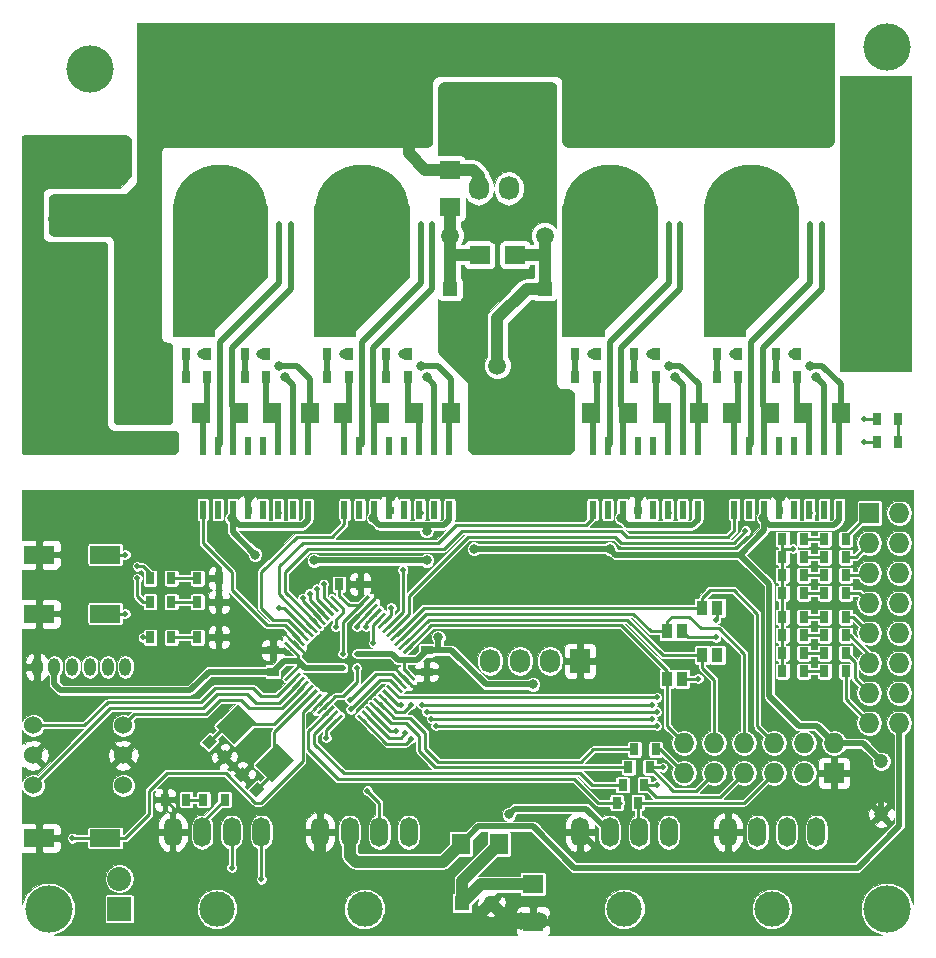
<source format=gbr>
G04 #@! TF.FileFunction,Copper,L1,Top,Signal*
%FSLAX46Y46*%
G04 Gerber Fmt 4.6, Leading zero omitted, Abs format (unit mm)*
G04 Created by KiCad (PCBNEW 4.0.6) date 03/21/17 17:18:59*
%MOMM*%
%LPD*%
G01*
G04 APERTURE LIST*
%ADD10C,0.100000*%
%ADD11C,1.700000*%
%ADD12R,1.700000X1.700000*%
%ADD13R,0.600000X1.500000*%
%ADD14C,1.300000*%
%ADD15R,1.300000X1.300000*%
%ADD16R,1.600000X1.800000*%
%ADD17R,2.032000X2.032000*%
%ADD18O,2.032000X2.032000*%
%ADD19R,1.800000X1.600000*%
%ADD20R,0.800000X1.000000*%
%ADD21R,1.000000X0.800000*%
%ADD22C,1.200000*%
%ADD23R,1.727200X2.032000*%
%ADD24O,1.727200X2.032000*%
%ADD25R,1.727200X1.727200*%
%ADD26O,1.727200X1.727200*%
%ADD27R,2.600000X1.500000*%
%ADD28O,1.000000X1.524000*%
%ADD29C,1.524000*%
%ADD30C,2.000000*%
%ADD31C,4.000000*%
%ADD32O,1.500000X2.500000*%
%ADD33C,3.000000*%
%ADD34R,3.000000X6.500000*%
%ADD35R,6.451600X3.000000*%
%ADD36C,1.000000*%
%ADD37R,0.965200X1.270000*%
%ADD38C,8.000000*%
%ADD39R,4.000000X4.000000*%
%ADD40C,1.500000*%
%ADD41C,0.800000*%
%ADD42C,0.500000*%
%ADD43C,0.250000*%
%ADD44C,0.500000*%
%ADD45C,1.000000*%
%ADD46C,0.026000*%
G04 APERTURE END LIST*
D10*
D11*
X44000000Y-9000000D03*
D12*
X44000000Y-4000000D03*
D13*
X27555000Y-41700000D03*
X28825000Y-41700000D03*
X30095000Y-41700000D03*
X31365000Y-41700000D03*
X32635000Y-41700000D03*
X33905000Y-41700000D03*
X35175000Y-41700000D03*
X36445000Y-41700000D03*
X36445000Y-36300000D03*
X35175000Y-36300000D03*
X33905000Y-36300000D03*
X32635000Y-36300000D03*
X31365000Y-36300000D03*
X30095000Y-36300000D03*
X28825000Y-36300000D03*
X27555000Y-36300000D03*
D10*
G36*
X22608311Y-56179379D02*
X22431534Y-56002602D01*
X23350773Y-55083363D01*
X23527550Y-55260140D01*
X22608311Y-56179379D01*
X22608311Y-56179379D01*
G37*
G36*
X22961864Y-56532932D02*
X22785087Y-56356155D01*
X23704326Y-55436916D01*
X23881103Y-55613693D01*
X22961864Y-56532932D01*
X22961864Y-56532932D01*
G37*
G36*
X23315418Y-56886486D02*
X23138641Y-56709709D01*
X24057880Y-55790470D01*
X24234657Y-55967247D01*
X23315418Y-56886486D01*
X23315418Y-56886486D01*
G37*
G36*
X23668971Y-57240039D02*
X23492194Y-57063262D01*
X24411433Y-56144023D01*
X24588210Y-56320800D01*
X23668971Y-57240039D01*
X23668971Y-57240039D01*
G37*
G36*
X24022524Y-57593592D02*
X23845747Y-57416815D01*
X24764986Y-56497576D01*
X24941763Y-56674353D01*
X24022524Y-57593592D01*
X24022524Y-57593592D01*
G37*
G36*
X24376078Y-57947146D02*
X24199301Y-57770369D01*
X25118540Y-56851130D01*
X25295317Y-57027907D01*
X24376078Y-57947146D01*
X24376078Y-57947146D01*
G37*
G36*
X24729631Y-58300699D02*
X24552854Y-58123922D01*
X25472093Y-57204683D01*
X25648870Y-57381460D01*
X24729631Y-58300699D01*
X24729631Y-58300699D01*
G37*
G36*
X25083185Y-58654253D02*
X24906408Y-58477476D01*
X25825647Y-57558237D01*
X26002424Y-57735014D01*
X25083185Y-58654253D01*
X25083185Y-58654253D01*
G37*
G36*
X25436738Y-59007806D02*
X25259961Y-58831029D01*
X26179200Y-57911790D01*
X26355977Y-58088567D01*
X25436738Y-59007806D01*
X25436738Y-59007806D01*
G37*
G36*
X25790291Y-59361359D02*
X25613514Y-59184582D01*
X26532753Y-58265343D01*
X26709530Y-58442120D01*
X25790291Y-59361359D01*
X25790291Y-59361359D01*
G37*
G36*
X26143845Y-59714913D02*
X25967068Y-59538136D01*
X26886307Y-58618897D01*
X27063084Y-58795674D01*
X26143845Y-59714913D01*
X26143845Y-59714913D01*
G37*
G36*
X26497398Y-60068466D02*
X26320621Y-59891689D01*
X27239860Y-58972450D01*
X27416637Y-59149227D01*
X26497398Y-60068466D01*
X26497398Y-60068466D01*
G37*
G36*
X29679379Y-59891689D02*
X29502602Y-60068466D01*
X28583363Y-59149227D01*
X28760140Y-58972450D01*
X29679379Y-59891689D01*
X29679379Y-59891689D01*
G37*
G36*
X30032932Y-59538136D02*
X29856155Y-59714913D01*
X28936916Y-58795674D01*
X29113693Y-58618897D01*
X30032932Y-59538136D01*
X30032932Y-59538136D01*
G37*
G36*
X30386486Y-59184582D02*
X30209709Y-59361359D01*
X29290470Y-58442120D01*
X29467247Y-58265343D01*
X30386486Y-59184582D01*
X30386486Y-59184582D01*
G37*
G36*
X30740039Y-58831029D02*
X30563262Y-59007806D01*
X29644023Y-58088567D01*
X29820800Y-57911790D01*
X30740039Y-58831029D01*
X30740039Y-58831029D01*
G37*
G36*
X31093592Y-58477476D02*
X30916815Y-58654253D01*
X29997576Y-57735014D01*
X30174353Y-57558237D01*
X31093592Y-58477476D01*
X31093592Y-58477476D01*
G37*
G36*
X31447146Y-58123922D02*
X31270369Y-58300699D01*
X30351130Y-57381460D01*
X30527907Y-57204683D01*
X31447146Y-58123922D01*
X31447146Y-58123922D01*
G37*
G36*
X31800699Y-57770369D02*
X31623922Y-57947146D01*
X30704683Y-57027907D01*
X30881460Y-56851130D01*
X31800699Y-57770369D01*
X31800699Y-57770369D01*
G37*
G36*
X32154253Y-57416815D02*
X31977476Y-57593592D01*
X31058237Y-56674353D01*
X31235014Y-56497576D01*
X32154253Y-57416815D01*
X32154253Y-57416815D01*
G37*
G36*
X32507806Y-57063262D02*
X32331029Y-57240039D01*
X31411790Y-56320800D01*
X31588567Y-56144023D01*
X32507806Y-57063262D01*
X32507806Y-57063262D01*
G37*
G36*
X32861359Y-56709709D02*
X32684582Y-56886486D01*
X31765343Y-55967247D01*
X31942120Y-55790470D01*
X32861359Y-56709709D01*
X32861359Y-56709709D01*
G37*
G36*
X33214913Y-56356155D02*
X33038136Y-56532932D01*
X32118897Y-55613693D01*
X32295674Y-55436916D01*
X33214913Y-56356155D01*
X33214913Y-56356155D01*
G37*
G36*
X33568466Y-56002602D02*
X33391689Y-56179379D01*
X32472450Y-55260140D01*
X32649227Y-55083363D01*
X33568466Y-56002602D01*
X33568466Y-56002602D01*
G37*
G36*
X32649227Y-53916637D02*
X32472450Y-53739860D01*
X33391689Y-52820621D01*
X33568466Y-52997398D01*
X32649227Y-53916637D01*
X32649227Y-53916637D01*
G37*
G36*
X32295674Y-53563084D02*
X32118897Y-53386307D01*
X33038136Y-52467068D01*
X33214913Y-52643845D01*
X32295674Y-53563084D01*
X32295674Y-53563084D01*
G37*
G36*
X31942120Y-53209530D02*
X31765343Y-53032753D01*
X32684582Y-52113514D01*
X32861359Y-52290291D01*
X31942120Y-53209530D01*
X31942120Y-53209530D01*
G37*
G36*
X31588567Y-52855977D02*
X31411790Y-52679200D01*
X32331029Y-51759961D01*
X32507806Y-51936738D01*
X31588567Y-52855977D01*
X31588567Y-52855977D01*
G37*
G36*
X31235014Y-52502424D02*
X31058237Y-52325647D01*
X31977476Y-51406408D01*
X32154253Y-51583185D01*
X31235014Y-52502424D01*
X31235014Y-52502424D01*
G37*
G36*
X30881460Y-52148870D02*
X30704683Y-51972093D01*
X31623922Y-51052854D01*
X31800699Y-51229631D01*
X30881460Y-52148870D01*
X30881460Y-52148870D01*
G37*
G36*
X30527907Y-51795317D02*
X30351130Y-51618540D01*
X31270369Y-50699301D01*
X31447146Y-50876078D01*
X30527907Y-51795317D01*
X30527907Y-51795317D01*
G37*
G36*
X30174353Y-51441763D02*
X29997576Y-51264986D01*
X30916815Y-50345747D01*
X31093592Y-50522524D01*
X30174353Y-51441763D01*
X30174353Y-51441763D01*
G37*
G36*
X29820800Y-51088210D02*
X29644023Y-50911433D01*
X30563262Y-49992194D01*
X30740039Y-50168971D01*
X29820800Y-51088210D01*
X29820800Y-51088210D01*
G37*
G36*
X29467247Y-50734657D02*
X29290470Y-50557880D01*
X30209709Y-49638641D01*
X30386486Y-49815418D01*
X29467247Y-50734657D01*
X29467247Y-50734657D01*
G37*
G36*
X29113693Y-50381103D02*
X28936916Y-50204326D01*
X29856155Y-49285087D01*
X30032932Y-49461864D01*
X29113693Y-50381103D01*
X29113693Y-50381103D01*
G37*
G36*
X28760140Y-50027550D02*
X28583363Y-49850773D01*
X29502602Y-48931534D01*
X29679379Y-49108311D01*
X28760140Y-50027550D01*
X28760140Y-50027550D01*
G37*
G36*
X27416637Y-49850773D02*
X27239860Y-50027550D01*
X26320621Y-49108311D01*
X26497398Y-48931534D01*
X27416637Y-49850773D01*
X27416637Y-49850773D01*
G37*
G36*
X27063084Y-50204326D02*
X26886307Y-50381103D01*
X25967068Y-49461864D01*
X26143845Y-49285087D01*
X27063084Y-50204326D01*
X27063084Y-50204326D01*
G37*
G36*
X26709530Y-50557880D02*
X26532753Y-50734657D01*
X25613514Y-49815418D01*
X25790291Y-49638641D01*
X26709530Y-50557880D01*
X26709530Y-50557880D01*
G37*
G36*
X26355977Y-50911433D02*
X26179200Y-51088210D01*
X25259961Y-50168971D01*
X25436738Y-49992194D01*
X26355977Y-50911433D01*
X26355977Y-50911433D01*
G37*
G36*
X26002424Y-51264986D02*
X25825647Y-51441763D01*
X24906408Y-50522524D01*
X25083185Y-50345747D01*
X26002424Y-51264986D01*
X26002424Y-51264986D01*
G37*
G36*
X25648870Y-51618540D02*
X25472093Y-51795317D01*
X24552854Y-50876078D01*
X24729631Y-50699301D01*
X25648870Y-51618540D01*
X25648870Y-51618540D01*
G37*
G36*
X25295317Y-51972093D02*
X25118540Y-52148870D01*
X24199301Y-51229631D01*
X24376078Y-51052854D01*
X25295317Y-51972093D01*
X25295317Y-51972093D01*
G37*
G36*
X24941763Y-52325647D02*
X24764986Y-52502424D01*
X23845747Y-51583185D01*
X24022524Y-51406408D01*
X24941763Y-52325647D01*
X24941763Y-52325647D01*
G37*
G36*
X24588210Y-52679200D02*
X24411433Y-52855977D01*
X23492194Y-51936738D01*
X23668971Y-51759961D01*
X24588210Y-52679200D01*
X24588210Y-52679200D01*
G37*
G36*
X24234657Y-53032753D02*
X24057880Y-53209530D01*
X23138641Y-52290291D01*
X23315418Y-52113514D01*
X24234657Y-53032753D01*
X24234657Y-53032753D01*
G37*
G36*
X23881103Y-53386307D02*
X23704326Y-53563084D01*
X22785087Y-52643845D01*
X22961864Y-52467068D01*
X23881103Y-53386307D01*
X23881103Y-53386307D01*
G37*
G36*
X23527550Y-53739860D02*
X23350773Y-53916637D01*
X22431534Y-52997398D01*
X22608311Y-52820621D01*
X23527550Y-53739860D01*
X23527550Y-53739860D01*
G37*
D14*
X40000000Y-75000000D03*
D15*
X37500000Y-75000000D03*
D16*
X27400000Y-33500000D03*
X30600000Y-33500000D03*
X33400000Y-33500000D03*
X36600000Y-33500000D03*
X15400000Y-33500000D03*
X18600000Y-33500000D03*
X21400000Y-33500000D03*
X24600000Y-33500000D03*
X60400000Y-33500000D03*
X63600000Y-33500000D03*
X66400000Y-33500000D03*
X69600000Y-33500000D03*
X48400000Y-33500000D03*
X51600000Y-33500000D03*
X54400000Y-33500000D03*
X57600000Y-33500000D03*
D17*
X8500000Y-75500000D03*
D18*
X8500000Y-72960000D03*
D13*
X15555000Y-41700000D03*
X16825000Y-41700000D03*
X18095000Y-41700000D03*
X19365000Y-41700000D03*
X20635000Y-41700000D03*
X21905000Y-41700000D03*
X23175000Y-41700000D03*
X24445000Y-41700000D03*
X24445000Y-36300000D03*
X23175000Y-36300000D03*
X21905000Y-36300000D03*
X20635000Y-36300000D03*
X19365000Y-36300000D03*
X18095000Y-36300000D03*
X16825000Y-36300000D03*
X15555000Y-36300000D03*
X60555000Y-41700000D03*
X61825000Y-41700000D03*
X63095000Y-41700000D03*
X64365000Y-41700000D03*
X65635000Y-41700000D03*
X66905000Y-41700000D03*
X68175000Y-41700000D03*
X69445000Y-41700000D03*
X69445000Y-36300000D03*
X68175000Y-36300000D03*
X66905000Y-36300000D03*
X65635000Y-36300000D03*
X64365000Y-36300000D03*
X63095000Y-36300000D03*
X61825000Y-36300000D03*
X60555000Y-36300000D03*
X48555000Y-41700000D03*
X49825000Y-41700000D03*
X51095000Y-41700000D03*
X52365000Y-41700000D03*
X53635000Y-41700000D03*
X54905000Y-41700000D03*
X56175000Y-41700000D03*
X57445000Y-41700000D03*
X57445000Y-36300000D03*
X56175000Y-36300000D03*
X54905000Y-36300000D03*
X53635000Y-36300000D03*
X52365000Y-36300000D03*
X51095000Y-36300000D03*
X49825000Y-36300000D03*
X48555000Y-36300000D03*
D19*
X39000000Y-20100000D03*
X39000000Y-16900000D03*
X42000000Y-20100000D03*
X42000000Y-16900000D03*
D10*
G36*
X15477208Y-61434315D02*
X16184315Y-60727208D01*
X16750000Y-61292893D01*
X16042893Y-62000000D01*
X15477208Y-61434315D01*
X15477208Y-61434315D01*
G37*
G36*
X16750000Y-62707107D02*
X17457107Y-62000000D01*
X18022792Y-62565685D01*
X17315685Y-63272792D01*
X16750000Y-62707107D01*
X16750000Y-62707107D01*
G37*
G36*
X20772792Y-65315685D02*
X20065685Y-66022792D01*
X19500000Y-65457107D01*
X20207107Y-64750000D01*
X20772792Y-65315685D01*
X20772792Y-65315685D01*
G37*
G36*
X19500000Y-64042893D02*
X18792893Y-64750000D01*
X18227208Y-64184315D01*
X18934315Y-63477208D01*
X19500000Y-64042893D01*
X19500000Y-64042893D01*
G37*
D20*
X28900000Y-48000000D03*
X27100000Y-48000000D03*
D21*
X21500000Y-53600000D03*
X21500000Y-55400000D03*
D20*
X15100000Y-49500000D03*
X16900000Y-49500000D03*
D21*
X34500000Y-55400000D03*
X34500000Y-53600000D03*
D20*
X15100000Y-52500000D03*
X16900000Y-52500000D03*
X14150000Y-66250000D03*
X12350000Y-66250000D03*
X74400000Y-36000000D03*
X72600000Y-36000000D03*
X27900000Y-28500000D03*
X26100000Y-28500000D03*
X15900000Y-28500000D03*
X14100000Y-28500000D03*
X32900000Y-28500000D03*
X31100000Y-28500000D03*
X60900000Y-28500000D03*
X59100000Y-28500000D03*
X48900000Y-28500000D03*
X47100000Y-28500000D03*
X53900000Y-28500000D03*
X52100000Y-28500000D03*
X20900000Y-28500000D03*
X19100000Y-28500000D03*
X65900000Y-28500000D03*
X64100000Y-28500000D03*
X15100000Y-47500000D03*
X16900000Y-47500000D03*
X11100000Y-49500000D03*
X12900000Y-49500000D03*
X11100000Y-52500000D03*
X12900000Y-52500000D03*
X17400000Y-66250000D03*
X15600000Y-66250000D03*
X72600000Y-34000000D03*
X74400000Y-34000000D03*
X11100000Y-47500000D03*
X12900000Y-47500000D03*
D19*
X43500000Y-73400000D03*
X43500000Y-76600000D03*
D22*
X73000000Y-63000000D03*
X73000000Y-67500000D03*
D23*
X47500000Y-54500000D03*
D24*
X44960000Y-54500000D03*
X42420000Y-54500000D03*
X39880000Y-54500000D03*
D25*
X69000000Y-64000000D03*
D26*
X69000000Y-61460000D03*
X66460000Y-64000000D03*
X66460000Y-61460000D03*
X63920000Y-64000000D03*
X63920000Y-61460000D03*
X61380000Y-64000000D03*
X61380000Y-61460000D03*
X58840000Y-64000000D03*
X58840000Y-61460000D03*
X56300000Y-64000000D03*
X56300000Y-61460000D03*
D23*
X44000000Y-14500000D03*
D24*
X41460000Y-14500000D03*
X38920000Y-14500000D03*
D27*
X1700000Y-69500000D03*
X7300000Y-69500000D03*
X1700000Y-45500000D03*
X7300000Y-45500000D03*
X1700000Y-50500000D03*
X7300000Y-50500000D03*
D28*
X1500000Y-55000000D03*
X3000000Y-55000000D03*
X4500000Y-55000000D03*
X6000000Y-55000000D03*
X7500000Y-55000000D03*
X9000000Y-55000000D03*
D29*
X8810000Y-65040000D03*
X8810000Y-62500000D03*
X8810000Y-59960000D03*
X1190000Y-59960000D03*
X1190000Y-62500000D03*
X1190000Y-65040000D03*
D10*
G36*
X16676598Y-60015075D02*
X18515075Y-58176598D01*
X20070710Y-59732233D01*
X18232233Y-61570710D01*
X16676598Y-60015075D01*
X16676598Y-60015075D01*
G37*
G36*
X20000000Y-63338478D02*
X21838478Y-61500000D01*
X23252692Y-62914214D01*
X21414214Y-64752692D01*
X20000000Y-63338478D01*
X20000000Y-63338478D01*
G37*
D30*
X8540000Y-12000000D03*
X8540000Y-17080000D03*
X3460000Y-12000000D03*
X3460000Y-17080000D03*
D31*
X6000000Y-4380000D03*
D32*
X13000000Y-69000000D03*
X15500000Y-69000000D03*
X18000000Y-69000000D03*
X20500000Y-69000000D03*
D33*
X16750000Y-75500000D03*
D32*
X25500000Y-69000000D03*
X28000000Y-69000000D03*
X30500000Y-69000000D03*
X33000000Y-69000000D03*
D33*
X29250000Y-75500000D03*
D34*
X9800000Y-22500000D03*
D35*
X4100000Y-22900000D03*
D34*
X11300000Y-31000000D03*
D35*
X4100000Y-31900000D03*
D20*
X26100000Y-30500000D03*
X27900000Y-30500000D03*
X14100000Y-30500000D03*
X15900000Y-30500000D03*
X59100000Y-30500000D03*
X60900000Y-30500000D03*
X47100000Y-30500000D03*
X48900000Y-30500000D03*
X31100000Y-30500000D03*
X32900000Y-30500000D03*
X19100000Y-30500000D03*
X20900000Y-30500000D03*
X64100000Y-30500000D03*
X65900000Y-30500000D03*
X52100000Y-30500000D03*
X53900000Y-30500000D03*
D36*
X44000000Y-31500000D03*
D20*
X69988000Y-55364000D03*
X68188000Y-55364000D03*
X69988000Y-53840000D03*
X68188000Y-53840000D03*
X69988000Y-52316000D03*
X68188000Y-52316000D03*
X69988000Y-50792000D03*
X68188000Y-50792000D03*
X64632000Y-55364000D03*
X66432000Y-55364000D03*
X64632000Y-53840000D03*
X66432000Y-53840000D03*
X64632000Y-52316000D03*
X66432000Y-52316000D03*
X64632000Y-50792000D03*
X66432000Y-50792000D03*
X69988000Y-48760000D03*
X68188000Y-48760000D03*
X69988000Y-47236000D03*
X68188000Y-47236000D03*
X69988000Y-45712000D03*
X68188000Y-45712000D03*
X69988000Y-44188000D03*
X68188000Y-44188000D03*
D37*
X59135000Y-50000000D03*
X57865000Y-50000000D03*
X56135000Y-52000000D03*
X54865000Y-52000000D03*
X59135000Y-54000000D03*
X57865000Y-54000000D03*
X56135000Y-56000000D03*
X54865000Y-56000000D03*
D20*
X64632000Y-48760000D03*
X66432000Y-48760000D03*
X64632000Y-47236000D03*
X66432000Y-47236000D03*
X64632000Y-45712000D03*
X66432000Y-45712000D03*
X64632000Y-44188000D03*
X66432000Y-44188000D03*
D25*
X72000000Y-42000000D03*
D26*
X74540000Y-42000000D03*
X72000000Y-44540000D03*
X74540000Y-44540000D03*
X72000000Y-47080000D03*
X74540000Y-47080000D03*
X72000000Y-49620000D03*
X74540000Y-49620000D03*
X72000000Y-52160000D03*
X74540000Y-52160000D03*
X72000000Y-54700000D03*
X74540000Y-54700000D03*
X72000000Y-57240000D03*
X74540000Y-57240000D03*
X72000000Y-59780000D03*
X74540000Y-59780000D03*
D32*
X47500000Y-69000000D03*
X50000000Y-69000000D03*
X52500000Y-69000000D03*
X55000000Y-69000000D03*
D33*
X51250000Y-75500000D03*
D32*
X60000000Y-69000000D03*
X62500000Y-69000000D03*
X65000000Y-69000000D03*
X67500000Y-69000000D03*
D33*
X63750000Y-75500000D03*
D14*
X36500000Y-25500000D03*
D15*
X36500000Y-23000000D03*
D14*
X44500000Y-25500000D03*
D15*
X44500000Y-23000000D03*
D16*
X37400000Y-70000000D03*
X40600000Y-70000000D03*
D19*
X36500000Y-12900000D03*
X36500000Y-16100000D03*
D20*
X50600000Y-66500000D03*
X52400000Y-66500000D03*
X51100000Y-65000000D03*
X52900000Y-65000000D03*
X51600000Y-63500000D03*
X53400000Y-63500000D03*
X52100000Y-62000000D03*
X53900000Y-62000000D03*
D38*
X17000000Y-16500000D03*
D39*
X17000000Y-16500000D03*
D38*
X29000000Y-16500000D03*
D39*
X29000000Y-16500000D03*
D38*
X50000000Y-16500000D03*
D39*
X50000000Y-16500000D03*
D38*
X62000000Y-16500000D03*
D39*
X62000000Y-16500000D03*
D31*
X2500000Y-75500000D03*
X73500000Y-75500000D03*
X73500000Y-2500000D03*
D40*
X45500000Y-73500000D03*
X47000000Y-73500000D03*
X42500000Y-76500000D03*
X44000000Y-76500000D03*
X45500000Y-76500000D03*
X47000000Y-76500000D03*
X47000000Y-75000000D03*
X45500000Y-75000000D03*
D41*
X47000000Y-41000000D03*
X45500000Y-41000000D03*
X44000000Y-41000000D03*
X42500000Y-41000000D03*
X41000000Y-41000000D03*
X39500000Y-41000000D03*
X38000000Y-41000000D03*
X1500000Y-41000000D03*
X3000000Y-41000000D03*
X4500000Y-41000000D03*
X6000000Y-41000000D03*
X7500000Y-41000000D03*
X9000000Y-41000000D03*
X10500000Y-41000000D03*
X12000000Y-41000000D03*
X13500000Y-41000000D03*
D42*
X37000000Y-55250000D03*
X21500000Y-52500000D03*
X33500000Y-63000000D03*
X29000000Y-63000000D03*
X1600000Y-68000000D03*
X29500000Y-55000000D03*
X27500000Y-56000000D03*
X26500000Y-54000000D03*
X28500000Y-53000000D03*
D41*
X19500000Y-40600000D03*
X31500000Y-40600000D03*
X52500000Y-40600000D03*
X64500000Y-40600000D03*
D42*
X26000000Y-40600000D03*
X59000000Y-40600000D03*
X4500000Y-69500000D03*
D41*
X35500000Y-52500000D03*
D42*
X10500000Y-52500000D03*
D41*
X43500000Y-56500000D03*
D42*
X27400000Y-53900000D03*
X28600000Y-53900000D03*
X27424998Y-55100000D03*
X28600000Y-55100000D03*
D41*
X34500000Y-43500000D03*
X34500000Y-46000000D03*
X25000000Y-46000000D03*
X20000000Y-45500000D03*
X38500000Y-45000000D03*
X50000000Y-45000000D03*
X63000000Y-42400000D03*
X51000000Y-42400000D03*
X30000000Y-42400000D03*
X18000000Y-42400000D03*
D42*
X65500000Y-45000000D03*
X71500000Y-36000000D03*
D40*
X40500000Y-23000000D03*
X42500000Y-27500000D03*
X42500000Y-26000000D03*
X38500000Y-27500000D03*
X38500000Y-26000000D03*
X38500000Y-24500000D03*
X38500000Y-23000000D03*
X45500000Y-33000000D03*
X45500000Y-34500000D03*
X45500000Y-36000000D03*
X44000000Y-36000000D03*
X42500000Y-36000000D03*
X41000000Y-36000000D03*
X39500000Y-36000000D03*
X39500000Y-34500000D03*
X41000000Y-34500000D03*
X42500000Y-34500000D03*
X44000000Y-34500000D03*
X44000000Y-33000000D03*
X42500000Y-33000000D03*
X41000000Y-33000000D03*
X39500000Y-33000000D03*
X8000000Y-36000000D03*
X9500000Y-36000000D03*
X11000000Y-36000000D03*
X12500000Y-36000000D03*
X6500000Y-34500000D03*
X6500000Y-36000000D03*
X5000000Y-36000000D03*
X5000000Y-34500000D03*
X3500000Y-34500000D03*
X3500000Y-36000000D03*
X2000000Y-36000000D03*
X2000000Y-34500000D03*
X2000000Y-28000000D03*
X3500000Y-28000000D03*
X5000000Y-28000000D03*
X5000000Y-26500000D03*
X3500000Y-26500000D03*
X2000000Y-26500000D03*
X2000000Y-25000000D03*
X3500000Y-25000000D03*
X5000000Y-25000000D03*
X6500000Y-25000000D03*
X6500000Y-26500000D03*
X6500000Y-28000000D03*
X6500000Y-29500000D03*
X5000000Y-29500000D03*
X3500000Y-29500000D03*
X2000000Y-29500000D03*
X6500000Y-20000000D03*
X5000000Y-20000000D03*
X3500000Y-20000000D03*
X2000000Y-20000000D03*
X5000000Y-12000000D03*
X6500000Y-12000000D03*
X8000000Y-13500000D03*
X6500000Y-13500000D03*
X5000000Y-13500000D03*
X3500000Y-13500000D03*
X2000000Y-13500000D03*
X2000000Y-12000000D03*
X36500000Y-9000000D03*
X38000000Y-9000000D03*
X39500000Y-9000000D03*
X41000000Y-9000000D03*
X42500000Y-9000000D03*
X44000000Y-7500000D03*
X42500000Y-7500000D03*
X41000000Y-7500000D03*
X39500000Y-7500000D03*
X38000000Y-7500000D03*
X36500000Y-7500000D03*
D41*
X22000000Y-29500000D03*
X34000000Y-29500000D03*
X55000000Y-29500000D03*
X67000000Y-29500000D03*
D40*
X40500000Y-18500000D03*
X17000000Y-24500000D03*
X17000000Y-23000000D03*
X17000000Y-21500000D03*
X18500000Y-23000000D03*
X18500000Y-21500000D03*
X20000000Y-21500000D03*
X20000000Y-20000000D03*
X18500000Y-20000000D03*
X14000000Y-18500000D03*
X14000000Y-17000000D03*
X14000000Y-15500000D03*
X17000000Y-20000000D03*
X15500000Y-20000000D03*
X14000000Y-20000000D03*
X14000000Y-26000000D03*
X15500000Y-26000000D03*
X15500000Y-24500000D03*
X14000000Y-24500000D03*
X14000000Y-23000000D03*
X15500000Y-23000000D03*
X15500000Y-21500000D03*
X14000000Y-21500000D03*
D42*
X23000000Y-17500000D03*
X23000000Y-18500000D03*
D40*
X53000000Y-20000000D03*
X51500000Y-20000000D03*
X50000000Y-24500000D03*
X50000000Y-23000000D03*
X51500000Y-23000000D03*
X51500000Y-21500000D03*
X50000000Y-21500000D03*
X53000000Y-21500000D03*
X47000000Y-18500000D03*
X47000000Y-17000000D03*
X47000000Y-15500000D03*
X47000000Y-24500000D03*
X47000000Y-23000000D03*
X48500000Y-23000000D03*
X48500000Y-21500000D03*
X47000000Y-21500000D03*
X47000000Y-20000000D03*
X48500000Y-20000000D03*
X50000000Y-20000000D03*
X47000000Y-26000000D03*
X48500000Y-26000000D03*
X48500000Y-24500000D03*
D42*
X56000000Y-17500000D03*
X56000000Y-18500000D03*
D40*
X11000000Y-19000000D03*
X9500000Y-19000000D03*
X11000000Y-17500000D03*
X11000000Y-16000000D03*
X5000000Y-17500000D03*
X6500000Y-17500000D03*
X6500000Y-16000000D03*
X5000000Y-16000000D03*
X45500000Y-3000000D03*
X35000000Y-3000000D03*
X36500000Y-3000000D03*
X38000000Y-3000000D03*
X39500000Y-3000000D03*
X41000000Y-3000000D03*
X42500000Y-3000000D03*
X56000000Y-3000000D03*
X56000000Y-4500000D03*
X56000000Y-6000000D03*
X56000000Y-7500000D03*
X56000000Y-9000000D03*
X57500000Y-9000000D03*
X57500000Y-7500000D03*
X57500000Y-6000000D03*
X57500000Y-4500000D03*
X57500000Y-3000000D03*
X23000000Y-3000000D03*
X23000000Y-4500000D03*
X23000000Y-6000000D03*
X23000000Y-7500000D03*
X23000000Y-9000000D03*
X24500000Y-9000000D03*
X24500000Y-7500000D03*
X24500000Y-6000000D03*
X24500000Y-4500000D03*
X24500000Y-3000000D03*
X11000000Y-3000000D03*
X11000000Y-4500000D03*
X11000000Y-6000000D03*
X11000000Y-7500000D03*
X11000000Y-9000000D03*
X12500000Y-9000000D03*
X12500000Y-7500000D03*
X12500000Y-6000000D03*
X12500000Y-4500000D03*
X12500000Y-3000000D03*
X57500000Y-1500000D03*
X59000000Y-1500000D03*
X60500000Y-1500000D03*
X62000000Y-1500000D03*
X63500000Y-1500000D03*
X65000000Y-1500000D03*
X66500000Y-1500000D03*
X68000000Y-1500000D03*
X45500000Y-1500000D03*
X47000000Y-1500000D03*
X48500000Y-1500000D03*
X50000000Y-1500000D03*
X51500000Y-1500000D03*
X53000000Y-1500000D03*
X54500000Y-1500000D03*
X56000000Y-1500000D03*
X33500000Y-1500000D03*
X35000000Y-1500000D03*
X36500000Y-1500000D03*
X38000000Y-1500000D03*
X39500000Y-1500000D03*
X41000000Y-1500000D03*
X42500000Y-1500000D03*
X44000000Y-1500000D03*
X11000000Y-1500000D03*
X12500000Y-1500000D03*
X14000000Y-1500000D03*
X15500000Y-1500000D03*
X17000000Y-1500000D03*
X18500000Y-1500000D03*
X20000000Y-1500000D03*
X21500000Y-1500000D03*
X23000000Y-1500000D03*
X24500000Y-1500000D03*
X26000000Y-1500000D03*
X27500000Y-1500000D03*
X29000000Y-1500000D03*
X30500000Y-1500000D03*
X32000000Y-1500000D03*
D42*
X54000000Y-65000000D03*
X54500000Y-63500000D03*
X20500000Y-73000000D03*
X29500000Y-65500000D03*
X18000000Y-72000000D03*
X28000000Y-57800000D03*
X28100000Y-58600000D03*
X28600000Y-51600000D03*
X26800000Y-51600000D03*
D40*
X32000000Y-21500000D03*
X32000000Y-20000000D03*
X30500000Y-20000000D03*
X29000000Y-24500000D03*
X29000000Y-23000000D03*
X30500000Y-23000000D03*
X30500000Y-21500000D03*
X29000000Y-21500000D03*
X26000000Y-18500000D03*
X26000000Y-17000000D03*
X26000000Y-15500000D03*
X26000000Y-26000000D03*
X27500000Y-26000000D03*
X27500000Y-24500000D03*
X26000000Y-24500000D03*
X26000000Y-23000000D03*
X27500000Y-23000000D03*
X27500000Y-21500000D03*
X26000000Y-21500000D03*
X26000000Y-20000000D03*
X27500000Y-20000000D03*
X29000000Y-20000000D03*
D42*
X35000000Y-18500000D03*
X35000000Y-17500000D03*
D40*
X63500000Y-20000000D03*
X65000000Y-20000000D03*
X65000000Y-21500000D03*
X62000000Y-24500000D03*
X62000000Y-23000000D03*
X62000000Y-21500000D03*
X63500000Y-21500000D03*
X63500000Y-23000000D03*
X59000000Y-18500000D03*
X59000000Y-17000000D03*
X59000000Y-15500000D03*
X59000000Y-26000000D03*
X60500000Y-26000000D03*
X60500000Y-24500000D03*
X59000000Y-24500000D03*
X59000000Y-23000000D03*
X60500000Y-23000000D03*
X60500000Y-21500000D03*
X59000000Y-21500000D03*
X59000000Y-20000000D03*
X60500000Y-20000000D03*
X62000000Y-20000000D03*
D42*
X68000000Y-18500000D03*
X68000000Y-17500000D03*
X22000000Y-50000000D03*
X34000000Y-42000000D03*
X22000000Y-42000000D03*
X67000000Y-42000000D03*
X55000000Y-42000000D03*
X30000000Y-53000000D03*
X29400000Y-51600000D03*
X71500000Y-34000000D03*
D41*
X32500000Y-28500000D03*
X27500000Y-28500000D03*
X20500000Y-28500000D03*
X15500000Y-28500000D03*
X65500000Y-28500000D03*
X60500000Y-28500000D03*
X53500000Y-28500000D03*
X48500000Y-28500000D03*
D40*
X40500000Y-29500000D03*
X44500000Y-18500000D03*
D42*
X26000000Y-61000000D03*
D40*
X36500000Y-18500000D03*
D41*
X41500000Y-67500000D03*
D42*
X33200000Y-58200000D03*
X32300000Y-58200000D03*
X25200000Y-48400000D03*
X10000000Y-47500000D03*
X25800000Y-48000000D03*
X10000000Y-46500000D03*
X9000000Y-45500000D03*
X24600000Y-48800000D03*
X9000000Y-50500000D03*
X24000000Y-49200000D03*
X32500000Y-46800000D03*
X32635000Y-41700000D03*
X20635000Y-41700000D03*
X61500000Y-43500000D03*
X65635000Y-41700000D03*
X53635000Y-41700000D03*
X33200000Y-61100000D03*
X34900000Y-59400000D03*
X53600000Y-59400000D03*
X54000000Y-58800000D03*
X34500000Y-58800000D03*
X32700000Y-60600000D03*
X53600000Y-58200000D03*
X31900000Y-60400000D03*
X34100000Y-58200000D03*
X54000000Y-57600000D03*
X31500000Y-50000000D03*
X54000000Y-60000000D03*
X35300000Y-60000000D03*
X59000000Y-51000000D03*
X59000000Y-52500000D03*
X59000000Y-54000000D03*
X57500000Y-56000000D03*
X50600000Y-66500000D03*
X51100000Y-65000000D03*
X51600000Y-63500000D03*
X52100000Y-62000000D03*
X34000000Y-17500000D03*
X34000000Y-18500000D03*
D41*
X34500000Y-30500000D03*
D42*
X22000000Y-18500000D03*
X22000000Y-17500000D03*
D41*
X22500000Y-30500000D03*
D42*
X67000000Y-18500000D03*
X67000000Y-17500000D03*
D41*
X67500000Y-30500000D03*
D42*
X55000000Y-18500000D03*
X55000000Y-17500000D03*
D41*
X55500000Y-30500000D03*
D43*
X45500000Y-73500000D02*
X47000000Y-73500000D01*
X42500000Y-76500000D02*
X44000000Y-76500000D01*
X45500000Y-76500000D02*
X47000000Y-76500000D01*
X47000000Y-75000000D02*
X45500000Y-75000000D01*
X47000000Y-40400000D02*
X47000000Y-41000000D01*
X45500000Y-41000000D02*
X47000000Y-41000000D01*
X42500000Y-41000000D02*
X44000000Y-41000000D01*
X39500000Y-41000000D02*
X41000000Y-41000000D01*
X47000000Y-40400000D02*
X47000000Y-40500000D01*
X47000000Y-40500000D02*
X47000000Y-40400000D01*
X1700000Y-45500000D02*
X1500000Y-45300000D01*
X1500000Y-45300000D02*
X1500000Y-41000000D01*
X3000000Y-41000000D02*
X4500000Y-41000000D01*
X6000000Y-41000000D02*
X7500000Y-41000000D01*
X9000000Y-41000000D02*
X10500000Y-41000000D01*
X12000000Y-41000000D02*
X13500000Y-41000000D01*
X34500000Y-55400000D02*
X36850000Y-55400000D01*
X36850000Y-55400000D02*
X37000000Y-55250000D01*
X26500000Y-54500000D02*
X24818019Y-54500000D01*
X24818019Y-54500000D02*
X23333095Y-53015076D01*
X21500000Y-52500000D02*
X21500000Y-53600000D01*
D44*
X73000000Y-67500000D02*
X73000000Y-65500000D01*
X71500000Y-64000000D02*
X69000000Y-64000000D01*
X73000000Y-65500000D02*
X71500000Y-64000000D01*
D43*
X1700000Y-50500000D02*
X1500000Y-50700000D01*
X1500000Y-50700000D02*
X1500000Y-53500000D01*
X1700000Y-45500000D02*
X1700000Y-50500000D01*
X33000000Y-63500000D02*
X33500000Y-63000000D01*
X29500000Y-63500000D02*
X33000000Y-63500000D01*
X29000000Y-63000000D02*
X29500000Y-63500000D01*
D45*
X40000000Y-75000000D02*
X38500000Y-76500000D01*
X25500000Y-71500000D02*
X25500000Y-69000000D01*
X27000000Y-73000000D02*
X25500000Y-71500000D01*
X32000000Y-73000000D02*
X27000000Y-73000000D01*
X35500000Y-76500000D02*
X32000000Y-73000000D01*
X38500000Y-76500000D02*
X35500000Y-76500000D01*
X40000000Y-75000000D02*
X41600000Y-76600000D01*
X41600000Y-76600000D02*
X43500000Y-76600000D01*
D43*
X16900000Y-52500000D02*
X16900000Y-54500000D01*
X16900000Y-54500000D02*
X17000000Y-54500000D01*
X16900000Y-49500000D02*
X16900000Y-52500000D01*
X16900000Y-47500000D02*
X16900000Y-49500000D01*
D44*
X1500000Y-53500000D02*
X10500000Y-53500000D01*
X10500000Y-53500000D02*
X11500000Y-54500000D01*
X11500000Y-54500000D02*
X17000000Y-54500000D01*
X20400000Y-53600000D02*
X21500000Y-53600000D01*
X17000000Y-54500000D02*
X19500000Y-54500000D01*
X19500000Y-54500000D02*
X20400000Y-53600000D01*
X1500000Y-55000000D02*
X1500000Y-53500000D01*
D43*
X1600000Y-68000000D02*
X1600000Y-66400000D01*
X7310000Y-64000000D02*
X8810000Y-62500000D01*
X4000000Y-64000000D02*
X7310000Y-64000000D01*
X1600000Y-66400000D02*
X4000000Y-64000000D01*
X1600000Y-68000000D02*
X1600000Y-69400000D01*
X1600000Y-69400000D02*
X1700000Y-69500000D01*
X1700000Y-69500000D02*
X3500000Y-69500000D01*
X11000000Y-69000000D02*
X13000000Y-69000000D01*
X9000000Y-71000000D02*
X11000000Y-69000000D01*
X5000000Y-71000000D02*
X9000000Y-71000000D01*
X3500000Y-69500000D02*
X5000000Y-71000000D01*
X1500000Y-68000000D02*
X1700000Y-68000000D01*
X1700000Y-68000000D02*
X1600000Y-68000000D01*
X13000000Y-69000000D02*
X13000000Y-66900000D01*
X13000000Y-66900000D02*
X12350000Y-66250000D01*
X17386396Y-62636396D02*
X16522792Y-63500000D01*
X9810000Y-63500000D02*
X8810000Y-62500000D01*
X12500000Y-63500000D02*
X9810000Y-63500000D01*
X16522792Y-63500000D02*
X12500000Y-63500000D01*
X17386396Y-62636396D02*
X18863604Y-64113604D01*
X28000000Y-53000000D02*
X28500000Y-53000000D01*
X26500000Y-54000000D02*
X26500000Y-54500000D01*
D44*
X69000000Y-64000000D02*
X69000000Y-70000000D01*
D43*
X28900000Y-48000000D02*
X29700000Y-48000000D01*
X30100000Y-49218019D02*
X29484924Y-49833095D01*
X30100000Y-48400000D02*
X30100000Y-49218019D01*
X29700000Y-48000000D02*
X30100000Y-48400000D01*
X21500000Y-53600000D02*
X21500000Y-52900000D01*
X34500000Y-55400000D02*
X34500000Y-56100000D01*
X33281981Y-56600000D02*
X32666905Y-55984924D01*
X34000000Y-56600000D02*
X33281981Y-56600000D01*
X34500000Y-56100000D02*
X34000000Y-56600000D01*
X25454416Y-58106245D02*
X26560661Y-57000000D01*
X28000000Y-56100000D02*
X28000000Y-54500000D01*
X27100000Y-57000000D02*
X28000000Y-56100000D01*
X26560661Y-57000000D02*
X27100000Y-57000000D01*
X28000000Y-54500000D02*
X26500000Y-54500000D01*
X32666905Y-55984924D02*
X31181981Y-54500000D01*
X31181981Y-54500000D02*
X28000000Y-54500000D01*
X29484924Y-49833095D02*
X28000000Y-51318019D01*
X28000000Y-51318019D02*
X28000000Y-53000000D01*
X28000000Y-53000000D02*
X28000000Y-54500000D01*
D44*
X19365000Y-41700000D02*
X19365000Y-40735000D01*
X19365000Y-40735000D02*
X19500000Y-40600000D01*
X31365000Y-41700000D02*
X31365000Y-40735000D01*
X31365000Y-40735000D02*
X31500000Y-40600000D01*
X52365000Y-41700000D02*
X52365000Y-40735000D01*
X52365000Y-40735000D02*
X52500000Y-40600000D01*
X64365000Y-41700000D02*
X64365000Y-40735000D01*
X64365000Y-40735000D02*
X64500000Y-40600000D01*
X26000000Y-40600000D02*
X26000000Y-40400000D01*
X59000000Y-40600000D02*
X59000000Y-40400000D01*
X64365000Y-41700000D02*
X64365000Y-40865000D01*
X59000000Y-40400000D02*
X52400000Y-40400000D01*
X63900000Y-40400000D02*
X59000000Y-40400000D01*
X64365000Y-40865000D02*
X63900000Y-40400000D01*
X52365000Y-41700000D02*
X52365000Y-40400000D01*
X52400000Y-40500000D02*
X52400000Y-40400000D01*
X52400000Y-40435000D02*
X52400000Y-40500000D01*
X52365000Y-40400000D02*
X52400000Y-40435000D01*
X31365000Y-41700000D02*
X31365000Y-40400000D01*
X31400000Y-40500000D02*
X31400000Y-40400000D01*
X31400000Y-40435000D02*
X31400000Y-40500000D01*
X31365000Y-40400000D02*
X31400000Y-40435000D01*
X19365000Y-40935000D02*
X19365000Y-41700000D01*
X19900000Y-40400000D02*
X19365000Y-40935000D01*
X51400000Y-40400000D02*
X47500000Y-40400000D01*
X47500000Y-40400000D02*
X47000000Y-40400000D01*
X47000000Y-40400000D02*
X31400000Y-40400000D01*
X31400000Y-40400000D02*
X26000000Y-40400000D01*
X26000000Y-40400000D02*
X19900000Y-40400000D01*
X60000000Y-69000000D02*
X60000000Y-71000000D01*
X47500000Y-69000000D02*
X49500000Y-71000000D01*
X49500000Y-71000000D02*
X60000000Y-71000000D01*
X60000000Y-71000000D02*
X68000000Y-71000000D01*
X68000000Y-71000000D02*
X69000000Y-70000000D01*
X68000000Y-71000000D02*
X69000000Y-70000000D01*
X52400000Y-40400000D02*
X51400000Y-40400000D01*
D43*
X7300000Y-69500000D02*
X9000000Y-69500000D01*
X24000000Y-58853553D02*
X25100862Y-57752691D01*
X24000000Y-63000000D02*
X24000000Y-58853553D01*
X20500000Y-66500000D02*
X24000000Y-63000000D01*
X20000000Y-66500000D02*
X20500000Y-66500000D01*
X17500000Y-64000000D02*
X20000000Y-66500000D01*
X12500000Y-64000000D02*
X17500000Y-64000000D01*
X11000000Y-65500000D02*
X12500000Y-64000000D01*
X11000000Y-67500000D02*
X11000000Y-65500000D01*
X9000000Y-69500000D02*
X11000000Y-67500000D01*
X7300000Y-69500000D02*
X4500000Y-69500000D01*
X18373654Y-59873654D02*
X21565685Y-59873654D01*
X21565685Y-59873654D02*
X24393755Y-57045584D01*
X18373654Y-59873654D02*
X17603554Y-59873654D01*
X17603554Y-59873654D02*
X16113604Y-61363604D01*
X24747309Y-57399138D02*
X21626346Y-60520101D01*
X21626346Y-60520101D02*
X21626346Y-63126346D01*
X21626346Y-63126346D02*
X21626346Y-63896446D01*
X21626346Y-63896446D02*
X20136396Y-65386396D01*
D44*
X35500000Y-53600000D02*
X35500000Y-52500000D01*
X69000000Y-61460000D02*
X71460000Y-61460000D01*
X71460000Y-61460000D02*
X73000000Y-63000000D01*
X61000000Y-45500000D02*
X63500000Y-48000000D01*
X67540000Y-60000000D02*
X69000000Y-61460000D01*
X66000000Y-60000000D02*
X67540000Y-60000000D01*
X63500000Y-57500000D02*
X66000000Y-60000000D01*
X63500000Y-48000000D02*
X63500000Y-57500000D01*
X3000000Y-55000000D02*
X3000000Y-56500000D01*
X16100000Y-55400000D02*
X21500000Y-55400000D01*
X14500000Y-57000000D02*
X16100000Y-55400000D01*
X3500000Y-57000000D02*
X14500000Y-57000000D01*
X3000000Y-56500000D02*
X3500000Y-57000000D01*
D43*
X11100000Y-52500000D02*
X10500000Y-52500000D01*
D44*
X21400000Y-55500000D02*
X21500000Y-55400000D01*
X34500000Y-53600000D02*
X35500000Y-53600000D01*
X35500000Y-53600000D02*
X36600000Y-53600000D01*
X36600000Y-53600000D02*
X39500000Y-56500000D01*
X39500000Y-56500000D02*
X43500000Y-56500000D01*
D43*
X29131371Y-49479542D02*
X28810913Y-49800000D01*
X28810913Y-49800000D02*
X27900000Y-49800000D01*
X27100000Y-49000000D02*
X27100000Y-48000000D01*
X27900000Y-49800000D02*
X27100000Y-49000000D01*
X29131371Y-49479542D02*
X27400000Y-51210913D01*
X27400000Y-51210913D02*
X27400000Y-53900000D01*
X33020458Y-55631371D02*
X32600000Y-55210913D01*
X32600000Y-55210913D02*
X32600000Y-54400000D01*
D44*
X28600000Y-53900000D02*
X31600000Y-53900000D01*
X33700000Y-54400000D02*
X34500000Y-53600000D01*
X32100000Y-54400000D02*
X32600000Y-54400000D01*
X32600000Y-54400000D02*
X33700000Y-54400000D01*
X31600000Y-53900000D02*
X32100000Y-54400000D01*
X23600000Y-54500000D02*
X24200000Y-55100000D01*
X24200000Y-55100000D02*
X27424998Y-55100000D01*
X21500000Y-55400000D02*
X22400000Y-54500000D01*
X22400000Y-54500000D02*
X23600000Y-54500000D01*
D43*
X22979542Y-53368629D02*
X23600000Y-53989087D01*
X23600000Y-55010913D02*
X22979542Y-55631371D01*
X23600000Y-53989087D02*
X23600000Y-54500000D01*
X23600000Y-54500000D02*
X23600000Y-55010913D01*
X26767767Y-57500000D02*
X27400000Y-57500000D01*
X27400000Y-57500000D02*
X28600000Y-56300000D01*
X28600000Y-56300000D02*
X28600000Y-55100000D01*
X25807969Y-58459798D02*
X26767767Y-57500000D01*
D44*
X34500000Y-43500000D02*
X34500000Y-43000000D01*
X50000000Y-45000000D02*
X38500000Y-45000000D01*
X18095000Y-43595000D02*
X20000000Y-45500000D01*
X34500000Y-46000000D02*
X25000000Y-46000000D01*
X18095000Y-43595000D02*
X18095000Y-41700000D01*
X50000000Y-45000000D02*
X50500000Y-45500000D01*
X50500000Y-45500000D02*
X61000000Y-45500000D01*
X63095000Y-41700000D02*
X63095000Y-43405000D01*
X63095000Y-43405000D02*
X61000000Y-45500000D01*
X63095000Y-41700000D02*
X63095000Y-42595000D01*
X69445000Y-42555000D02*
X69445000Y-41700000D01*
X69000000Y-43000000D02*
X69445000Y-42555000D01*
X63500000Y-43000000D02*
X69000000Y-43000000D01*
X63095000Y-42595000D02*
X63500000Y-43000000D01*
X51095000Y-41700000D02*
X51095000Y-42595000D01*
X57445000Y-42555000D02*
X57445000Y-41700000D01*
X57000000Y-43000000D02*
X57445000Y-42555000D01*
X51500000Y-43000000D02*
X57000000Y-43000000D01*
X51095000Y-42595000D02*
X51500000Y-43000000D01*
X30095000Y-41700000D02*
X30095000Y-42595000D01*
X30500000Y-43000000D02*
X34500000Y-43000000D01*
X30095000Y-42595000D02*
X30500000Y-43000000D01*
X34500000Y-43000000D02*
X36000000Y-43000000D01*
X36000000Y-43000000D02*
X36445000Y-42555000D01*
X36445000Y-42555000D02*
X36445000Y-41700000D01*
X24445000Y-41700000D02*
X24445000Y-42555000D01*
X24445000Y-42555000D02*
X24000000Y-43000000D01*
X24000000Y-43000000D02*
X18600000Y-43000000D01*
X18600000Y-43000000D02*
X18095000Y-42495000D01*
X18095000Y-42495000D02*
X18095000Y-41700000D01*
X63000000Y-42400000D02*
X63095000Y-42305000D01*
X63095000Y-42305000D02*
X63095000Y-41700000D01*
X51000000Y-42400000D02*
X51095000Y-42305000D01*
X51095000Y-42305000D02*
X51095000Y-41700000D01*
X30000000Y-42400000D02*
X30095000Y-42305000D01*
X30095000Y-42305000D02*
X30095000Y-41700000D01*
X18000000Y-42400000D02*
X18095000Y-42305000D01*
X18095000Y-42305000D02*
X18095000Y-41700000D01*
X27555000Y-36300000D02*
X27555000Y-33655000D01*
X27555000Y-33655000D02*
X27400000Y-33500000D01*
X27900000Y-30500000D02*
X27900000Y-33000000D01*
X27900000Y-33000000D02*
X27400000Y-33500000D01*
D43*
X15500000Y-69000000D02*
X15500000Y-68150000D01*
X15500000Y-68150000D02*
X17400000Y-66250000D01*
X65500000Y-45000000D02*
X64632000Y-45000000D01*
X64632000Y-45000000D02*
X64750000Y-45000000D01*
X64750000Y-45000000D02*
X64632000Y-45000000D01*
D44*
X74540000Y-59780000D02*
X74540000Y-68460000D01*
X38900000Y-68500000D02*
X43500000Y-68500000D01*
X43500000Y-68500000D02*
X47000000Y-72000000D01*
X47000000Y-72000000D02*
X71000000Y-72000000D01*
X71000000Y-72000000D02*
X74540000Y-68460000D01*
X38900000Y-68500000D02*
X37400000Y-70000000D01*
D43*
X64632000Y-53840000D02*
X64632000Y-55364000D01*
X64632000Y-52316000D02*
X64632000Y-53840000D01*
X64632000Y-50792000D02*
X64632000Y-52316000D01*
X64632000Y-48760000D02*
X64632000Y-50792000D01*
X64632000Y-47236000D02*
X64632000Y-48760000D01*
X64632000Y-45712000D02*
X64632000Y-47236000D01*
X64632000Y-44188000D02*
X64632000Y-45000000D01*
X64632000Y-45000000D02*
X64632000Y-45712000D01*
D45*
X37400000Y-70000000D02*
X35900000Y-71500000D01*
X35900000Y-71500000D02*
X28500000Y-71500000D01*
X28500000Y-71500000D02*
X28000000Y-71000000D01*
X28000000Y-71000000D02*
X28000000Y-69000000D01*
D43*
X72600000Y-36000000D02*
X71500000Y-36000000D01*
X42500000Y-27500000D02*
X42500000Y-26000000D01*
X38500000Y-27500000D02*
X38500000Y-26000000D01*
X38500000Y-24500000D02*
X38500000Y-23000000D01*
X44000000Y-31500000D02*
X44000000Y-26000000D01*
X44000000Y-26000000D02*
X44500000Y-25500000D01*
X45500000Y-33000000D02*
X45500000Y-34500000D01*
X45500000Y-36000000D02*
X44000000Y-36000000D01*
X42500000Y-36000000D02*
X41000000Y-36000000D01*
X39500000Y-36000000D02*
X39500000Y-34500000D01*
X41000000Y-34500000D02*
X42500000Y-34500000D01*
X44000000Y-34500000D02*
X44000000Y-33000000D01*
X42500000Y-33000000D02*
X41000000Y-33000000D01*
X6500000Y-36000000D02*
X8000000Y-36000000D01*
X9500000Y-36000000D02*
X11000000Y-36000000D01*
X4100000Y-31900000D02*
X4100000Y-32100000D01*
X4100000Y-32100000D02*
X6500000Y-34500000D01*
X6500000Y-36000000D02*
X5000000Y-36000000D01*
X5000000Y-34500000D02*
X3500000Y-34500000D01*
X3500000Y-36000000D02*
X2000000Y-36000000D01*
X2000000Y-28000000D02*
X3500000Y-28000000D01*
X5000000Y-28000000D02*
X5000000Y-26500000D01*
X3500000Y-26500000D02*
X2000000Y-26500000D01*
X2000000Y-25000000D02*
X3500000Y-25000000D01*
X4100000Y-22900000D02*
X4400000Y-22900000D01*
X4400000Y-22900000D02*
X6500000Y-25000000D01*
X6500000Y-26500000D02*
X6500000Y-28000000D01*
X6500000Y-29500000D02*
X5000000Y-29500000D01*
X3500000Y-29500000D02*
X2000000Y-29500000D01*
X4100000Y-22900000D02*
X4100000Y-22400000D01*
X4100000Y-22400000D02*
X6500000Y-20000000D01*
X5000000Y-20000000D02*
X3500000Y-20000000D01*
X5000000Y-12000000D02*
X6500000Y-12000000D01*
X8000000Y-13500000D02*
X6500000Y-13500000D01*
X5000000Y-13500000D02*
X3500000Y-13500000D01*
X2000000Y-13500000D02*
X2000000Y-12000000D01*
X36500000Y-7500000D02*
X36500000Y-9000000D01*
X38000000Y-9000000D02*
X39500000Y-9000000D01*
X41000000Y-9000000D02*
X42500000Y-9000000D01*
X44000000Y-9000000D02*
X44000000Y-7500000D01*
X42500000Y-7500000D02*
X41000000Y-7500000D01*
X39500000Y-7500000D02*
X38000000Y-7500000D01*
D44*
X24600000Y-33500000D02*
X24600000Y-30600000D01*
X23500000Y-29500000D02*
X22000000Y-29500000D01*
X24600000Y-30600000D02*
X23500000Y-29500000D01*
X36600000Y-33500000D02*
X36600000Y-30600000D01*
X35500000Y-29500000D02*
X34000000Y-29500000D01*
X36600000Y-30600000D02*
X35500000Y-29500000D01*
X57600000Y-33500000D02*
X57600000Y-31100000D01*
X56000000Y-29500000D02*
X55000000Y-29500000D01*
X57600000Y-31100000D02*
X56000000Y-29500000D01*
X69600000Y-33500000D02*
X69600000Y-31100000D01*
X68000000Y-29500000D02*
X67000000Y-29500000D01*
X69600000Y-31100000D02*
X68000000Y-29500000D01*
X36445000Y-36300000D02*
X36445000Y-33655000D01*
X36445000Y-33655000D02*
X36600000Y-33500000D01*
X69445000Y-36300000D02*
X69445000Y-33655000D01*
X69445000Y-33655000D02*
X69600000Y-33500000D01*
X57445000Y-36300000D02*
X57445000Y-33655000D01*
X57445000Y-33655000D02*
X57600000Y-33500000D01*
X24445000Y-36300000D02*
X24445000Y-33655000D01*
X24445000Y-33655000D02*
X24600000Y-33500000D01*
D45*
X40500000Y-16900000D02*
X40500000Y-18500000D01*
X42000000Y-16900000D02*
X43600000Y-16900000D01*
X44000000Y-16500000D02*
X44000000Y-14500000D01*
X43600000Y-16900000D02*
X44000000Y-16500000D01*
X39000000Y-16900000D02*
X40500000Y-16900000D01*
X40500000Y-16900000D02*
X42000000Y-16900000D01*
D44*
X15900000Y-30500000D02*
X15900000Y-33000000D01*
X15900000Y-33000000D02*
X15400000Y-33500000D01*
X15555000Y-36300000D02*
X15555000Y-33655000D01*
X15555000Y-33655000D02*
X15400000Y-33500000D01*
X15400000Y-33500000D02*
X15900000Y-33000000D01*
D43*
X17000000Y-24500000D02*
X17000000Y-23000000D01*
X17000000Y-21500000D02*
X18500000Y-23000000D01*
X18500000Y-21500000D02*
X20000000Y-21500000D01*
X20000000Y-20000000D02*
X18500000Y-20000000D01*
D44*
X23000000Y-18500000D02*
X23000000Y-23000000D01*
X23000000Y-23000000D02*
X18000000Y-28000000D01*
D43*
X14000000Y-20000000D02*
X14000000Y-18500000D01*
X14000000Y-17000000D02*
X14000000Y-15500000D01*
X17000000Y-14000000D02*
X18500000Y-14000000D01*
X17000000Y-16500000D02*
X17000000Y-20000000D01*
X15500000Y-21500000D02*
X15500000Y-20000000D01*
X15500000Y-26000000D02*
X15500000Y-24500000D01*
X14000000Y-24500000D02*
X14000000Y-23000000D01*
X15500000Y-23000000D02*
X15500000Y-21500000D01*
D44*
X18600000Y-33500000D02*
X18000000Y-32900000D01*
X18000000Y-32900000D02*
X18000000Y-28000000D01*
X23000000Y-17500000D02*
X23000000Y-18500000D01*
X18095000Y-36300000D02*
X18095000Y-34005000D01*
X18095000Y-34005000D02*
X18600000Y-33500000D01*
X60555000Y-36300000D02*
X60555000Y-33655000D01*
X60555000Y-33655000D02*
X60400000Y-33500000D01*
X60900000Y-30500000D02*
X60900000Y-33000000D01*
X60900000Y-33000000D02*
X60400000Y-33500000D01*
X48555000Y-36300000D02*
X48555000Y-33655000D01*
X48555000Y-33655000D02*
X48400000Y-33500000D01*
X48900000Y-30500000D02*
X48900000Y-33000000D01*
X48900000Y-33000000D02*
X48400000Y-33500000D01*
D43*
X53000000Y-20000000D02*
X51500000Y-20000000D01*
X50000000Y-24500000D02*
X50000000Y-23000000D01*
X51500000Y-23000000D02*
X51500000Y-21500000D01*
X50000000Y-21500000D02*
X53000000Y-21500000D01*
D44*
X56000000Y-18500000D02*
X56000000Y-23000000D01*
X56000000Y-23000000D02*
X51000000Y-28000000D01*
D43*
X47000000Y-18500000D02*
X47000000Y-17000000D01*
X47000000Y-15500000D02*
X50000000Y-16500000D01*
X47000000Y-24500000D02*
X47000000Y-23000000D01*
X48500000Y-23000000D02*
X48500000Y-21500000D01*
X47000000Y-21500000D02*
X47000000Y-20000000D01*
X48500000Y-20000000D02*
X50000000Y-20000000D01*
X48500000Y-26000000D02*
X48500000Y-24500000D01*
D44*
X51095000Y-36300000D02*
X51095000Y-34005000D01*
X51095000Y-34005000D02*
X51600000Y-33500000D01*
X51000000Y-28000000D02*
X51000000Y-32900000D01*
X51000000Y-32900000D02*
X51600000Y-33500000D01*
X56000000Y-17500000D02*
X56000000Y-18500000D01*
D43*
X11000000Y-19000000D02*
X9500000Y-19000000D01*
X11000000Y-17500000D02*
X11000000Y-16000000D01*
X5000000Y-17500000D02*
X6500000Y-17500000D01*
X6500000Y-16000000D02*
X5000000Y-16000000D01*
X35000000Y-3000000D02*
X36500000Y-3000000D01*
X38000000Y-3000000D02*
X39500000Y-3000000D01*
X41000000Y-3000000D02*
X42500000Y-3000000D01*
X56000000Y-3000000D02*
X56000000Y-4500000D01*
X56000000Y-6000000D02*
X56000000Y-7500000D01*
X56000000Y-9000000D02*
X57500000Y-9000000D01*
X57500000Y-7500000D02*
X57500000Y-6000000D01*
X57500000Y-4500000D02*
X57500000Y-3000000D01*
X24500000Y-3000000D02*
X23000000Y-3000000D01*
X23000000Y-4500000D02*
X23000000Y-6000000D01*
X23000000Y-7500000D02*
X23000000Y-9000000D01*
X24500000Y-9000000D02*
X24500000Y-7500000D01*
X24500000Y-6000000D02*
X24500000Y-4500000D01*
X11000000Y-3000000D02*
X11000000Y-4500000D01*
X11000000Y-6000000D02*
X11000000Y-7500000D01*
X11000000Y-9000000D02*
X12500000Y-9000000D01*
X12500000Y-7500000D02*
X12500000Y-6000000D01*
X12500000Y-4500000D02*
X12500000Y-3000000D01*
X57500000Y-1500000D02*
X59000000Y-1500000D01*
X60500000Y-1500000D02*
X62000000Y-1500000D01*
X63500000Y-1500000D02*
X65000000Y-1500000D01*
X66500000Y-1500000D02*
X68000000Y-1500000D01*
X45500000Y-1500000D02*
X47000000Y-1500000D01*
X48500000Y-1500000D02*
X50000000Y-1500000D01*
X51500000Y-1500000D02*
X53000000Y-1500000D01*
X54500000Y-1500000D02*
X56000000Y-1500000D01*
X33500000Y-1500000D02*
X35000000Y-1500000D01*
X36500000Y-1500000D02*
X38000000Y-1500000D01*
X39500000Y-1500000D02*
X41000000Y-1500000D01*
X42500000Y-1500000D02*
X44000000Y-1500000D01*
X12500000Y-1500000D02*
X14000000Y-1500000D01*
X15500000Y-1500000D02*
X17000000Y-1500000D01*
X18500000Y-1500000D02*
X20000000Y-1500000D01*
X21500000Y-1500000D02*
X23000000Y-1500000D01*
X24500000Y-1500000D02*
X26000000Y-1500000D01*
X27500000Y-1500000D02*
X29000000Y-1500000D01*
X30500000Y-1500000D02*
X32000000Y-1500000D01*
D45*
X36500000Y-12900000D02*
X38400000Y-12900000D01*
X38920000Y-13420000D02*
X38920000Y-14500000D01*
X38400000Y-12900000D02*
X38920000Y-13420000D01*
X36500000Y-12900000D02*
X34400000Y-12900000D01*
X33500000Y-4000000D02*
X44000000Y-4000000D01*
X33000000Y-4500000D02*
X33500000Y-4000000D01*
X33000000Y-11500000D02*
X33000000Y-4500000D01*
X34400000Y-12900000D02*
X33000000Y-11500000D01*
D43*
X15100000Y-49500000D02*
X12900000Y-49500000D01*
X52900000Y-65000000D02*
X54000000Y-65000000D01*
X52900000Y-65000000D02*
X53900000Y-66000000D01*
X59380000Y-66000000D02*
X61380000Y-64000000D01*
X53900000Y-66000000D02*
X59380000Y-66000000D01*
X52400000Y-66500000D02*
X61420000Y-66500000D01*
X61420000Y-66500000D02*
X63920000Y-64000000D01*
X52400000Y-66500000D02*
X52400000Y-68900000D01*
X52400000Y-68900000D02*
X52500000Y-69000000D01*
X53900000Y-62000000D02*
X54300000Y-62000000D01*
X54300000Y-62000000D02*
X56300000Y-64000000D01*
X53400000Y-63500000D02*
X54500000Y-63500000D01*
X53400000Y-63500000D02*
X55400000Y-65500000D01*
X57340000Y-65500000D02*
X58840000Y-64000000D01*
X55400000Y-65500000D02*
X57340000Y-65500000D01*
X20500000Y-69000000D02*
X20500000Y-73000000D01*
X30500000Y-69000000D02*
X30500000Y-66500000D01*
X30500000Y-66500000D02*
X29500000Y-65500000D01*
X18000000Y-69000000D02*
X18000000Y-72000000D01*
X32313351Y-56338478D02*
X31574873Y-55600000D01*
X30200000Y-55600000D02*
X28000000Y-57800000D01*
X31574873Y-55600000D02*
X30200000Y-55600000D01*
X31959798Y-56692031D02*
X31367767Y-56100000D01*
X30600000Y-56100000D02*
X28100000Y-58600000D01*
X31367767Y-56100000D02*
X30600000Y-56100000D01*
X28600000Y-51425127D02*
X29838478Y-50186649D01*
X28600000Y-51425127D02*
X28600000Y-51600000D01*
X27400000Y-50010913D02*
X27400000Y-50400000D01*
X27400000Y-50400000D02*
X26800000Y-51000000D01*
X26800000Y-51000000D02*
X26800000Y-51600000D01*
X26868629Y-49479542D02*
X27400000Y-50010913D01*
X30500000Y-21500000D02*
X32000000Y-21500000D01*
X32000000Y-20000000D02*
X30500000Y-20000000D01*
X29000000Y-24500000D02*
X29000000Y-23000000D01*
X30500000Y-23000000D02*
X30500000Y-21500000D01*
D44*
X35000000Y-18500000D02*
X35000000Y-23000000D01*
X35000000Y-23000000D02*
X30000000Y-28000000D01*
D43*
X26000000Y-18500000D02*
X26000000Y-17000000D01*
X26000000Y-15500000D02*
X29000000Y-16500000D01*
X26000000Y-26000000D02*
X27500000Y-26000000D01*
X27500000Y-24500000D02*
X26000000Y-24500000D01*
X26000000Y-23000000D02*
X27500000Y-23000000D01*
X27500000Y-21500000D02*
X26000000Y-21500000D01*
X26000000Y-20000000D02*
X27500000Y-20000000D01*
X29000000Y-20000000D02*
X29000000Y-16500000D01*
D44*
X30095000Y-36300000D02*
X30095000Y-34005000D01*
X30095000Y-34005000D02*
X30600000Y-33500000D01*
X30600000Y-33500000D02*
X30000000Y-32900000D01*
X30000000Y-32900000D02*
X30000000Y-28000000D01*
X35000000Y-17500000D02*
X35000000Y-18500000D01*
D43*
X63500000Y-21500000D02*
X63500000Y-20000000D01*
X65000000Y-20000000D02*
X65000000Y-21500000D01*
X62000000Y-24500000D02*
X62000000Y-23000000D01*
X62000000Y-21500000D02*
X63500000Y-21500000D01*
D44*
X68000000Y-18500000D02*
X68000000Y-23000000D01*
X68000000Y-23000000D02*
X63000000Y-28000000D01*
D43*
X59000000Y-18500000D02*
X59000000Y-17000000D01*
X59000000Y-15500000D02*
X62000000Y-16500000D01*
X60500000Y-26000000D02*
X60500000Y-24500000D01*
X59000000Y-24500000D02*
X59000000Y-23000000D01*
X60500000Y-23000000D02*
X60500000Y-21500000D01*
X59000000Y-21500000D02*
X59000000Y-20000000D01*
X60500000Y-20000000D02*
X62000000Y-20000000D01*
D44*
X63095000Y-36300000D02*
X63095000Y-34005000D01*
X63095000Y-34005000D02*
X63600000Y-33500000D01*
X63600000Y-33500000D02*
X63000000Y-32900000D01*
X63000000Y-32900000D02*
X63000000Y-28000000D01*
X68000000Y-17500000D02*
X68000000Y-18500000D01*
D43*
X24393755Y-51954416D02*
X22439339Y-50000000D01*
X22439339Y-50000000D02*
X22000000Y-50000000D01*
X34000000Y-42000000D02*
X33905000Y-41905000D01*
X33905000Y-41905000D02*
X33905000Y-41700000D01*
X22000000Y-42000000D02*
X21905000Y-41905000D01*
X21905000Y-41905000D02*
X21905000Y-41700000D01*
X67000000Y-42000000D02*
X66905000Y-41905000D01*
X66905000Y-41905000D02*
X66905000Y-41700000D01*
X66905000Y-42305000D02*
X66905000Y-41700000D01*
X55000000Y-42000000D02*
X54905000Y-41905000D01*
X54905000Y-41905000D02*
X54905000Y-41700000D01*
X54905000Y-42305000D02*
X54905000Y-41700000D01*
X30000000Y-51439339D02*
X30000000Y-53000000D01*
X30545584Y-50893755D02*
X30000000Y-51439339D01*
X30545584Y-50893755D02*
X30000000Y-51439339D01*
X24040202Y-52307969D02*
X22732233Y-51000000D01*
X20500000Y-47000000D02*
X23500000Y-44000000D01*
X20500000Y-50000000D02*
X20500000Y-47000000D01*
X21500000Y-51000000D02*
X20500000Y-50000000D01*
X22732233Y-51000000D02*
X21500000Y-51000000D01*
X27555000Y-42945000D02*
X27555000Y-41700000D01*
X23500000Y-44000000D02*
X26500000Y-44000000D01*
X26500000Y-44000000D02*
X27555000Y-42945000D01*
X23686649Y-52661522D02*
X22525127Y-51500000D01*
X18000000Y-48500000D02*
X18000000Y-46974873D01*
X21000000Y-51500000D02*
X18000000Y-48500000D01*
X22525127Y-51500000D02*
X21000000Y-51500000D01*
X15555000Y-41700000D02*
X15555000Y-44529873D01*
X15555000Y-44529873D02*
X18000000Y-46974873D01*
X51000000Y-43500000D02*
X37500000Y-43500000D01*
X22500000Y-48646447D02*
X22500000Y-47000000D01*
X22500000Y-47000000D02*
X24500000Y-45000000D01*
X24500000Y-45000000D02*
X36000000Y-45000000D01*
X60000000Y-44000000D02*
X60555000Y-43445000D01*
X60555000Y-41700000D02*
X60555000Y-43445000D01*
X22500000Y-48646447D02*
X25100862Y-51247309D01*
X36000000Y-45000000D02*
X37500000Y-43500000D01*
X51000000Y-43500000D02*
X51500000Y-44000000D01*
X51500000Y-44000000D02*
X60000000Y-44000000D01*
X48555000Y-41700000D02*
X48555000Y-42445000D01*
X48555000Y-42445000D02*
X48000000Y-43000000D01*
X37000000Y-43000000D02*
X48000000Y-43000000D01*
X35500000Y-44500000D02*
X37000000Y-43000000D01*
X35500000Y-44500000D02*
X24000000Y-44500000D01*
X22000000Y-48853553D02*
X24747309Y-51600862D01*
X22000000Y-46500000D02*
X22000000Y-48853553D01*
X24000000Y-44500000D02*
X22000000Y-46500000D01*
X30192031Y-50540202D02*
X29400000Y-51332233D01*
X29400000Y-51332233D02*
X29400000Y-51600000D01*
X72600000Y-34000000D02*
X71500000Y-34000000D01*
X32900000Y-28500000D02*
X32500000Y-28500000D01*
X27900000Y-28500000D02*
X27500000Y-28500000D01*
X20900000Y-28500000D02*
X20500000Y-28500000D01*
X15900000Y-28500000D02*
X15500000Y-28500000D01*
D44*
X65900000Y-28500000D02*
X65500000Y-28500000D01*
X60900000Y-28500000D02*
X60500000Y-28500000D01*
X53900000Y-28500000D02*
X53500000Y-28500000D01*
X48900000Y-28500000D02*
X48500000Y-28500000D01*
D45*
X42000000Y-20100000D02*
X44500000Y-20100000D01*
X44500000Y-20100000D02*
X44500000Y-20000000D01*
X40500000Y-29500000D02*
X40500000Y-25500000D01*
X44500000Y-18500000D02*
X44500000Y-20000000D01*
X44500000Y-20000000D02*
X44500000Y-23000000D01*
X44500000Y-23000000D02*
X43000000Y-23000000D01*
X43000000Y-23000000D02*
X40500000Y-25500000D01*
D44*
X33905000Y-36300000D02*
X33905000Y-34005000D01*
X33905000Y-34005000D02*
X33400000Y-33500000D01*
X32900000Y-30500000D02*
X32900000Y-33000000D01*
X32900000Y-33000000D02*
X33400000Y-33500000D01*
X20900000Y-30500000D02*
X20900000Y-33000000D01*
X20900000Y-33000000D02*
X21400000Y-33500000D01*
X21400000Y-33500000D02*
X21905000Y-34005000D01*
X21905000Y-34005000D02*
X21905000Y-36300000D01*
X66905000Y-36300000D02*
X66905000Y-34005000D01*
X66905000Y-34005000D02*
X66400000Y-33500000D01*
X65900000Y-30500000D02*
X65900000Y-33000000D01*
X65900000Y-33000000D02*
X66400000Y-33500000D01*
X54905000Y-36300000D02*
X54905000Y-34005000D01*
X54905000Y-34005000D02*
X54400000Y-33500000D01*
X53900000Y-30500000D02*
X53900000Y-33000000D01*
X53900000Y-33000000D02*
X54400000Y-33500000D01*
D43*
X12900000Y-52500000D02*
X15100000Y-52500000D01*
X14150000Y-66250000D02*
X15600000Y-66250000D01*
X74400000Y-34000000D02*
X74400000Y-36000000D01*
D44*
X26100000Y-28500000D02*
X26100000Y-30500000D01*
X14100000Y-28500000D02*
X14100000Y-30500000D01*
X59100000Y-28500000D02*
X59100000Y-30500000D01*
X47100000Y-28500000D02*
X47100000Y-30500000D01*
X31100000Y-28500000D02*
X31100000Y-30500000D01*
X19100000Y-28500000D02*
X19100000Y-30500000D01*
X64100000Y-28500000D02*
X64100000Y-30500000D01*
X52100000Y-28500000D02*
X52100000Y-30500000D01*
D43*
X8810000Y-59960000D02*
X9770000Y-59000000D01*
X9770000Y-59000000D02*
X15800000Y-59000000D01*
X15800000Y-59000000D02*
X17000000Y-57800000D01*
X24040202Y-56692031D02*
X22232233Y-58500000D01*
X18800000Y-57800000D02*
X17000000Y-57800000D01*
X19500000Y-58500000D02*
X18800000Y-57800000D01*
X22232233Y-58500000D02*
X19500000Y-58500000D01*
X26868629Y-59520458D02*
X26000000Y-60389087D01*
X26000000Y-60389087D02*
X26000000Y-61000000D01*
X7500000Y-58000000D02*
X15400000Y-58000000D01*
X15400000Y-58000000D02*
X16600000Y-56800000D01*
X1190000Y-59960000D02*
X5540000Y-59960000D01*
X21818019Y-57500000D02*
X23333095Y-55984924D01*
X20500000Y-57500000D02*
X21818019Y-57500000D01*
X19800000Y-56800000D02*
X20500000Y-57500000D01*
X16600000Y-56800000D02*
X19800000Y-56800000D01*
X5540000Y-59960000D02*
X7500000Y-58000000D01*
D45*
X43500000Y-73400000D02*
X39100000Y-73400000D01*
X39100000Y-73400000D02*
X37500000Y-75000000D01*
X40600000Y-70000000D02*
X37500000Y-73100000D01*
X37500000Y-73100000D02*
X37500000Y-75000000D01*
D43*
X12900000Y-47500000D02*
X15100000Y-47500000D01*
D45*
X39000000Y-20100000D02*
X36500000Y-20100000D01*
X36500000Y-20100000D02*
X36500000Y-20500000D01*
X36500000Y-16100000D02*
X36500000Y-18500000D01*
X36500000Y-18500000D02*
X36500000Y-20500000D01*
X36500000Y-20500000D02*
X36500000Y-23000000D01*
D44*
X48000000Y-67000000D02*
X50000000Y-69000000D01*
X42000000Y-67000000D02*
X48000000Y-67000000D01*
X41500000Y-67500000D02*
X42000000Y-67000000D01*
D43*
X30899138Y-57752691D02*
X31946447Y-58800000D01*
X31946447Y-58800000D02*
X32600000Y-58800000D01*
X32600000Y-58800000D02*
X33200000Y-58200000D01*
X31252691Y-57399138D02*
X32053553Y-58200000D01*
X32053553Y-58200000D02*
X32300000Y-58200000D01*
X25200000Y-49225127D02*
X25200000Y-48400000D01*
X26161522Y-50186649D02*
X25200000Y-49225127D01*
X10500000Y-49500000D02*
X11100000Y-49500000D01*
X10000000Y-49000000D02*
X10500000Y-49500000D01*
X10000000Y-47500000D02*
X10000000Y-49000000D01*
X25800000Y-49118019D02*
X25800000Y-48000000D01*
X26515076Y-49833095D02*
X25800000Y-49118019D01*
X10500000Y-46500000D02*
X11100000Y-47100000D01*
X10000000Y-46500000D02*
X10500000Y-46500000D01*
X11100000Y-47100000D02*
X11100000Y-47500000D01*
X7300000Y-45500000D02*
X9000000Y-45500000D01*
X24600000Y-49332233D02*
X24600000Y-48800000D01*
X25807969Y-50540202D02*
X24600000Y-49332233D01*
X7300000Y-50500000D02*
X9000000Y-50500000D01*
X25454416Y-50893755D02*
X24000000Y-49439339D01*
X24000000Y-49439339D02*
X24000000Y-49200000D01*
X7730000Y-58500000D02*
X15600000Y-58500000D01*
X15600000Y-58500000D02*
X16800000Y-57300000D01*
X19300000Y-57300000D02*
X16800000Y-57300000D01*
X23686649Y-56338478D02*
X21975129Y-58049998D01*
X20049998Y-58049998D02*
X19300000Y-57300000D01*
X21975129Y-58049998D02*
X20049998Y-58049998D01*
X7730000Y-58500000D02*
X1190000Y-65040000D01*
X31252691Y-51600862D02*
X32500000Y-50353553D01*
X32500000Y-50353553D02*
X32500000Y-46800000D01*
X31606245Y-51954416D02*
X33000000Y-50560661D01*
X33000000Y-49000000D02*
X38000000Y-44000000D01*
X33000000Y-50560661D02*
X33000000Y-49000000D01*
X38000000Y-44000000D02*
X50500000Y-44000000D01*
X51000000Y-44500000D02*
X60500000Y-44500000D01*
X50500000Y-44000000D02*
X51000000Y-44500000D01*
X61500000Y-43500000D02*
X60500000Y-44500000D01*
X34900000Y-59400000D02*
X53600000Y-59400000D01*
X31110913Y-61500000D02*
X32800000Y-61500000D01*
X32800000Y-61500000D02*
X33200000Y-61100000D01*
X29131371Y-59520458D02*
X31110913Y-61500000D01*
X34500000Y-58800000D02*
X54000000Y-58800000D01*
X32300000Y-61000000D02*
X32700000Y-60600000D01*
X29484924Y-59166905D02*
X31318019Y-61000000D01*
X31318019Y-61000000D02*
X32300000Y-61000000D01*
X34100000Y-58200000D02*
X53600000Y-58200000D01*
X29838478Y-58813351D02*
X31425127Y-60400000D01*
X31425127Y-60400000D02*
X31900000Y-60400000D01*
X31606245Y-57045584D02*
X32160661Y-57600000D01*
X32160661Y-57600000D02*
X54000000Y-57600000D01*
X30899138Y-51247309D02*
X31500000Y-50646447D01*
X31500000Y-50646447D02*
X31500000Y-50000000D01*
X35300000Y-60000000D02*
X54000000Y-60000000D01*
X69988000Y-44188000D02*
X69988000Y-44012000D01*
X69988000Y-44012000D02*
X72000000Y-42000000D01*
X66432000Y-55364000D02*
X68188000Y-55364000D01*
X69988000Y-45712000D02*
X70828000Y-45712000D01*
X70828000Y-45712000D02*
X72000000Y-44540000D01*
X66432000Y-53840000D02*
X68188000Y-53840000D01*
X69988000Y-47236000D02*
X71844000Y-47236000D01*
X71844000Y-47236000D02*
X72000000Y-47080000D01*
X68188000Y-52316000D02*
X66432000Y-52316000D01*
X69988000Y-48760000D02*
X71140000Y-48760000D01*
X71140000Y-48760000D02*
X72000000Y-49620000D01*
X66432000Y-50792000D02*
X68188000Y-50792000D01*
X31959798Y-52307969D02*
X34267767Y-50000000D01*
X34267767Y-50000000D02*
X57865000Y-50000000D01*
X57865000Y-50000000D02*
X57865000Y-49135000D01*
X62500000Y-60040000D02*
X63920000Y-61460000D01*
X62500000Y-50500000D02*
X62500000Y-60040000D01*
X60500000Y-48500000D02*
X62500000Y-50500000D01*
X58500000Y-48500000D02*
X60500000Y-48500000D01*
X57865000Y-49135000D02*
X58500000Y-48500000D01*
X54865000Y-52000000D02*
X53500000Y-52000000D01*
X34474873Y-50500000D02*
X32313351Y-52661522D01*
X52000000Y-50500000D02*
X34474873Y-50500000D01*
X53500000Y-52000000D02*
X52000000Y-50500000D01*
X61380000Y-61460000D02*
X61380000Y-53880000D01*
X54865000Y-51135000D02*
X54865000Y-52000000D01*
X55250000Y-50750000D02*
X54865000Y-51135000D01*
X56750000Y-50750000D02*
X55250000Y-50750000D01*
X57750000Y-51750000D02*
X56750000Y-50750000D01*
X59250000Y-51750000D02*
X57750000Y-51750000D01*
X61380000Y-53880000D02*
X59250000Y-51750000D01*
X54665000Y-51800000D02*
X54865000Y-52000000D01*
X32666905Y-53015076D02*
X34681981Y-51000000D01*
X51500000Y-51000000D02*
X54500000Y-54000000D01*
X34681981Y-51000000D02*
X51500000Y-51000000D01*
X57865000Y-54000000D02*
X54500000Y-54000000D01*
X58840000Y-61460000D02*
X58840000Y-56090000D01*
X57865000Y-55115000D02*
X57865000Y-54000000D01*
X58840000Y-56090000D02*
X57865000Y-55115000D01*
X57865000Y-54000000D02*
X57865000Y-54615000D01*
X33020458Y-53368629D02*
X34889087Y-51500000D01*
X51000000Y-51500000D02*
X54865000Y-55365000D01*
X34889087Y-51500000D02*
X51000000Y-51500000D01*
X54865000Y-55365000D02*
X54865000Y-56000000D01*
X56300000Y-61460000D02*
X54865000Y-60025000D01*
X54865000Y-60025000D02*
X54865000Y-56000000D01*
X69988000Y-50792000D02*
X70632000Y-50792000D01*
X70632000Y-50792000D02*
X72000000Y-52160000D01*
X66432000Y-48760000D02*
X68188000Y-48760000D01*
X69988000Y-52316000D02*
X70316000Y-52316000D01*
X70316000Y-52316000D02*
X72000000Y-54000000D01*
X72000000Y-54000000D02*
X72000000Y-54700000D01*
X66432000Y-47236000D02*
X68188000Y-47236000D01*
X69988000Y-53840000D02*
X70750000Y-54602000D01*
X70750000Y-55990000D02*
X72000000Y-57240000D01*
X70750000Y-54602000D02*
X70750000Y-55990000D01*
X66432000Y-45712000D02*
X68188000Y-45712000D01*
X69988000Y-55364000D02*
X69988000Y-57768000D01*
X69988000Y-57768000D02*
X72000000Y-59780000D01*
X66432000Y-44188000D02*
X68188000Y-44188000D01*
X59000000Y-51000000D02*
X59135000Y-50865000D01*
X59135000Y-50865000D02*
X59135000Y-50000000D01*
X56635000Y-52500000D02*
X56135000Y-52000000D01*
X59000000Y-52500000D02*
X56635000Y-52500000D01*
X59000000Y-54000000D02*
X59135000Y-54000000D01*
X57500000Y-56000000D02*
X56135000Y-56000000D01*
X50600000Y-66500000D02*
X49000000Y-66500000D01*
X49000000Y-66500000D02*
X47000000Y-64500000D01*
X47000000Y-64500000D02*
X27000000Y-64500000D01*
X24500000Y-60474873D02*
X26161522Y-58813351D01*
X24500000Y-62000000D02*
X24500000Y-60474873D01*
X27000000Y-64500000D02*
X24500000Y-62000000D01*
X51000000Y-66500000D02*
X50400000Y-66500000D01*
X50500000Y-66600000D02*
X50400000Y-66500000D01*
X51100000Y-65000000D02*
X48500000Y-65000000D01*
X48500000Y-65000000D02*
X47500000Y-64000000D01*
X26515076Y-59166905D02*
X25000000Y-60681981D01*
X27500000Y-64000000D02*
X47500000Y-64000000D01*
X25000000Y-61500000D02*
X27500000Y-64000000D01*
X25000000Y-60681981D02*
X25000000Y-61500000D01*
X51600000Y-63500000D02*
X35232233Y-63500000D01*
X33900000Y-62167767D02*
X35232233Y-63500000D01*
X31532233Y-59800000D02*
X32800000Y-59800000D01*
X32800000Y-59800000D02*
X33900000Y-60900000D01*
X33900000Y-60900000D02*
X33900000Y-62167767D01*
X31532233Y-59800000D02*
X30192031Y-58459798D01*
X52100000Y-62000000D02*
X48600000Y-62000000D01*
X35489337Y-63049998D02*
X34400000Y-61960661D01*
X47550002Y-63049998D02*
X35489337Y-63049998D01*
X31739339Y-59300000D02*
X33100000Y-59300000D01*
X33100000Y-59300000D02*
X34400000Y-60600000D01*
X34400000Y-60600000D02*
X34400000Y-61960661D01*
X31739339Y-59300000D02*
X30545584Y-58106245D01*
X48600000Y-62000000D02*
X47550002Y-63049998D01*
D44*
X34000000Y-18500000D02*
X34000000Y-22500000D01*
X34000000Y-22500000D02*
X29000000Y-27500000D01*
X28825000Y-36300000D02*
X29000000Y-36125000D01*
X29000000Y-36125000D02*
X29000000Y-27500000D01*
X34000000Y-17500000D02*
X34000000Y-18500000D01*
X35175000Y-36300000D02*
X35175000Y-31175000D01*
X35175000Y-31175000D02*
X34500000Y-30500000D01*
X22000000Y-18500000D02*
X22000000Y-22500000D01*
X22000000Y-22500000D02*
X17000000Y-27500000D01*
X16825000Y-36300000D02*
X17000000Y-36125000D01*
X17000000Y-36125000D02*
X17000000Y-27500000D01*
X22000000Y-17500000D02*
X22000000Y-18500000D01*
X23175000Y-36300000D02*
X23175000Y-31175000D01*
X23175000Y-31175000D02*
X22500000Y-30500000D01*
X67000000Y-18500000D02*
X67000000Y-22500000D01*
X67000000Y-22500000D02*
X62000000Y-27500000D01*
X67000000Y-18500000D02*
X67000000Y-18505024D01*
X61825000Y-36300000D02*
X62000000Y-36125000D01*
X62000000Y-36125000D02*
X62000000Y-27500000D01*
X67000000Y-18505024D02*
X67000000Y-18505024D01*
X67000000Y-17500000D02*
X67000000Y-18505024D01*
X68175000Y-36300000D02*
X68175000Y-31175000D01*
X68175000Y-31175000D02*
X67500000Y-30500000D01*
X55000000Y-18500000D02*
X55000000Y-22500000D01*
X55000000Y-22500000D02*
X50000000Y-27500000D01*
X49825000Y-36300000D02*
X50000000Y-36125000D01*
X50000000Y-36125000D02*
X50000000Y-27500000D01*
X55000000Y-17500000D02*
X55000000Y-18500000D01*
X56175000Y-36300000D02*
X56175000Y-31175000D01*
X56175000Y-31175000D02*
X55500000Y-30500000D01*
D46*
G36*
X45186270Y-5550306D02*
X45344181Y-5655819D01*
X45449694Y-5813730D01*
X45487000Y-6001279D01*
X45487000Y-17843238D01*
X45486519Y-17842074D01*
X45159647Y-17514631D01*
X44732350Y-17337202D01*
X44269680Y-17336798D01*
X43842074Y-17513481D01*
X43514631Y-17840353D01*
X43337202Y-18267650D01*
X43336798Y-18730320D01*
X43513481Y-19157926D01*
X43542504Y-19187000D01*
X43299829Y-19187000D01*
X43292293Y-19146951D01*
X43201841Y-19006386D01*
X43063828Y-18912085D01*
X42900000Y-18878909D01*
X41100000Y-18878909D01*
X40946951Y-18907707D01*
X40806386Y-18998159D01*
X40712085Y-19136172D01*
X40678909Y-19300000D01*
X40678909Y-20900000D01*
X40707707Y-21053049D01*
X40798159Y-21193614D01*
X40936172Y-21287915D01*
X41100000Y-21321091D01*
X42900000Y-21321091D01*
X43053049Y-21292293D01*
X43193614Y-21201841D01*
X43287915Y-21063828D01*
X43298208Y-21013000D01*
X43587000Y-21013000D01*
X43587000Y-22028459D01*
X43556386Y-22048159D01*
X43529847Y-22087000D01*
X43000000Y-22087000D01*
X42650610Y-22156498D01*
X42354412Y-22354411D01*
X39854412Y-24854412D01*
X39656498Y-25150610D01*
X39587000Y-25500000D01*
X39587000Y-28768110D01*
X39514631Y-28840353D01*
X39337202Y-29267650D01*
X39336798Y-29730320D01*
X39513481Y-30157926D01*
X39840353Y-30485369D01*
X40267650Y-30662798D01*
X40730320Y-30663202D01*
X41157926Y-30486519D01*
X41485369Y-30159647D01*
X41662798Y-29732350D01*
X41663202Y-29269680D01*
X41486519Y-28842074D01*
X41413000Y-28768427D01*
X41413000Y-25878176D01*
X43378177Y-23913000D01*
X43528459Y-23913000D01*
X43548159Y-23943614D01*
X43686172Y-24037915D01*
X43850000Y-24071091D01*
X45150000Y-24071091D01*
X45303049Y-24042293D01*
X45443614Y-23951841D01*
X45487000Y-23888344D01*
X45487000Y-31000000D01*
X45487250Y-31002536D01*
X45525310Y-31193878D01*
X45527251Y-31198564D01*
X45635638Y-31360775D01*
X45639225Y-31364362D01*
X45801436Y-31472749D01*
X45806122Y-31474690D01*
X45997464Y-31512750D01*
X46000000Y-31513000D01*
X46498721Y-31513000D01*
X46686270Y-31550306D01*
X46844181Y-31655819D01*
X46949694Y-31813730D01*
X46987000Y-32001279D01*
X46987000Y-36498721D01*
X46949694Y-36686270D01*
X46844181Y-36844181D01*
X46686270Y-36949694D01*
X46498721Y-36987000D01*
X38501279Y-36987000D01*
X38313730Y-36949694D01*
X38155819Y-36844181D01*
X38050306Y-36686270D01*
X38013000Y-36498721D01*
X38013000Y-31207107D01*
X38012750Y-31204571D01*
X37974690Y-31013229D01*
X37972749Y-31008543D01*
X37864362Y-30846331D01*
X37862745Y-30844361D01*
X35656545Y-28638161D01*
X35550306Y-28479163D01*
X35513000Y-28291614D01*
X35513000Y-23888976D01*
X35548159Y-23943614D01*
X35686172Y-24037915D01*
X35850000Y-24071091D01*
X37150000Y-24071091D01*
X37303049Y-24042293D01*
X37443614Y-23951841D01*
X37537915Y-23813828D01*
X37571091Y-23650000D01*
X37571091Y-22350000D01*
X37542293Y-22196951D01*
X37451841Y-22056386D01*
X37413000Y-22029847D01*
X37413000Y-21013000D01*
X37700171Y-21013000D01*
X37707707Y-21053049D01*
X37798159Y-21193614D01*
X37936172Y-21287915D01*
X38100000Y-21321091D01*
X39900000Y-21321091D01*
X40053049Y-21292293D01*
X40193614Y-21201841D01*
X40287915Y-21063828D01*
X40321091Y-20900000D01*
X40321091Y-19300000D01*
X40292293Y-19146951D01*
X40201841Y-19006386D01*
X40063828Y-18912085D01*
X39900000Y-18878909D01*
X38100000Y-18878909D01*
X37946951Y-18907707D01*
X37806386Y-18998159D01*
X37712085Y-19136172D01*
X37701792Y-19187000D01*
X37457968Y-19187000D01*
X37485369Y-19159647D01*
X37662798Y-18732350D01*
X37663202Y-18269680D01*
X37486519Y-17842074D01*
X37413000Y-17768427D01*
X37413000Y-17318645D01*
X37553049Y-17292293D01*
X37693614Y-17201841D01*
X37787915Y-17063828D01*
X37821091Y-16900000D01*
X37821091Y-15300000D01*
X37818323Y-15285288D01*
X38017307Y-15583089D01*
X38431466Y-15859821D01*
X38920000Y-15956996D01*
X39408534Y-15859821D01*
X39822693Y-15583089D01*
X40099425Y-15168930D01*
X40190000Y-14713577D01*
X40280575Y-15168930D01*
X40557307Y-15583089D01*
X40971466Y-15859821D01*
X41460000Y-15956996D01*
X41948534Y-15859821D01*
X42362693Y-15583089D01*
X42639425Y-15168930D01*
X42736600Y-14680396D01*
X42736600Y-14319604D01*
X42639425Y-13831070D01*
X42362693Y-13416911D01*
X41948534Y-13140179D01*
X41460000Y-13043004D01*
X40971466Y-13140179D01*
X40557307Y-13416911D01*
X40280575Y-13831070D01*
X40190000Y-14286423D01*
X40099425Y-13831070D01*
X39833000Y-13432337D01*
X39833000Y-13420000D01*
X39763502Y-13070610D01*
X39649504Y-12900000D01*
X39565588Y-12774411D01*
X39045588Y-12254412D01*
X38749390Y-12056498D01*
X38400000Y-11987000D01*
X37799829Y-11987000D01*
X37792293Y-11946951D01*
X37701841Y-11806386D01*
X37563828Y-11712085D01*
X37400000Y-11678909D01*
X35600000Y-11678909D01*
X35513000Y-11695279D01*
X35513000Y-6001279D01*
X35550306Y-5813730D01*
X35655819Y-5655819D01*
X35813730Y-5550306D01*
X36001279Y-5513000D01*
X44998721Y-5513000D01*
X45186270Y-5550306D01*
X45186270Y-5550306D01*
G37*
X45186270Y-5550306D02*
X45344181Y-5655819D01*
X45449694Y-5813730D01*
X45487000Y-6001279D01*
X45487000Y-17843238D01*
X45486519Y-17842074D01*
X45159647Y-17514631D01*
X44732350Y-17337202D01*
X44269680Y-17336798D01*
X43842074Y-17513481D01*
X43514631Y-17840353D01*
X43337202Y-18267650D01*
X43336798Y-18730320D01*
X43513481Y-19157926D01*
X43542504Y-19187000D01*
X43299829Y-19187000D01*
X43292293Y-19146951D01*
X43201841Y-19006386D01*
X43063828Y-18912085D01*
X42900000Y-18878909D01*
X41100000Y-18878909D01*
X40946951Y-18907707D01*
X40806386Y-18998159D01*
X40712085Y-19136172D01*
X40678909Y-19300000D01*
X40678909Y-20900000D01*
X40707707Y-21053049D01*
X40798159Y-21193614D01*
X40936172Y-21287915D01*
X41100000Y-21321091D01*
X42900000Y-21321091D01*
X43053049Y-21292293D01*
X43193614Y-21201841D01*
X43287915Y-21063828D01*
X43298208Y-21013000D01*
X43587000Y-21013000D01*
X43587000Y-22028459D01*
X43556386Y-22048159D01*
X43529847Y-22087000D01*
X43000000Y-22087000D01*
X42650610Y-22156498D01*
X42354412Y-22354411D01*
X39854412Y-24854412D01*
X39656498Y-25150610D01*
X39587000Y-25500000D01*
X39587000Y-28768110D01*
X39514631Y-28840353D01*
X39337202Y-29267650D01*
X39336798Y-29730320D01*
X39513481Y-30157926D01*
X39840353Y-30485369D01*
X40267650Y-30662798D01*
X40730320Y-30663202D01*
X41157926Y-30486519D01*
X41485369Y-30159647D01*
X41662798Y-29732350D01*
X41663202Y-29269680D01*
X41486519Y-28842074D01*
X41413000Y-28768427D01*
X41413000Y-25878176D01*
X43378177Y-23913000D01*
X43528459Y-23913000D01*
X43548159Y-23943614D01*
X43686172Y-24037915D01*
X43850000Y-24071091D01*
X45150000Y-24071091D01*
X45303049Y-24042293D01*
X45443614Y-23951841D01*
X45487000Y-23888344D01*
X45487000Y-31000000D01*
X45487250Y-31002536D01*
X45525310Y-31193878D01*
X45527251Y-31198564D01*
X45635638Y-31360775D01*
X45639225Y-31364362D01*
X45801436Y-31472749D01*
X45806122Y-31474690D01*
X45997464Y-31512750D01*
X46000000Y-31513000D01*
X46498721Y-31513000D01*
X46686270Y-31550306D01*
X46844181Y-31655819D01*
X46949694Y-31813730D01*
X46987000Y-32001279D01*
X46987000Y-36498721D01*
X46949694Y-36686270D01*
X46844181Y-36844181D01*
X46686270Y-36949694D01*
X46498721Y-36987000D01*
X38501279Y-36987000D01*
X38313730Y-36949694D01*
X38155819Y-36844181D01*
X38050306Y-36686270D01*
X38013000Y-36498721D01*
X38013000Y-31207107D01*
X38012750Y-31204571D01*
X37974690Y-31013229D01*
X37972749Y-31008543D01*
X37864362Y-30846331D01*
X37862745Y-30844361D01*
X35656545Y-28638161D01*
X35550306Y-28479163D01*
X35513000Y-28291614D01*
X35513000Y-23888976D01*
X35548159Y-23943614D01*
X35686172Y-24037915D01*
X35850000Y-24071091D01*
X37150000Y-24071091D01*
X37303049Y-24042293D01*
X37443614Y-23951841D01*
X37537915Y-23813828D01*
X37571091Y-23650000D01*
X37571091Y-22350000D01*
X37542293Y-22196951D01*
X37451841Y-22056386D01*
X37413000Y-22029847D01*
X37413000Y-21013000D01*
X37700171Y-21013000D01*
X37707707Y-21053049D01*
X37798159Y-21193614D01*
X37936172Y-21287915D01*
X38100000Y-21321091D01*
X39900000Y-21321091D01*
X40053049Y-21292293D01*
X40193614Y-21201841D01*
X40287915Y-21063828D01*
X40321091Y-20900000D01*
X40321091Y-19300000D01*
X40292293Y-19146951D01*
X40201841Y-19006386D01*
X40063828Y-18912085D01*
X39900000Y-18878909D01*
X38100000Y-18878909D01*
X37946951Y-18907707D01*
X37806386Y-18998159D01*
X37712085Y-19136172D01*
X37701792Y-19187000D01*
X37457968Y-19187000D01*
X37485369Y-19159647D01*
X37662798Y-18732350D01*
X37663202Y-18269680D01*
X37486519Y-17842074D01*
X37413000Y-17768427D01*
X37413000Y-17318645D01*
X37553049Y-17292293D01*
X37693614Y-17201841D01*
X37787915Y-17063828D01*
X37821091Y-16900000D01*
X37821091Y-15300000D01*
X37818323Y-15285288D01*
X38017307Y-15583089D01*
X38431466Y-15859821D01*
X38920000Y-15956996D01*
X39408534Y-15859821D01*
X39822693Y-15583089D01*
X40099425Y-15168930D01*
X40190000Y-14713577D01*
X40280575Y-15168930D01*
X40557307Y-15583089D01*
X40971466Y-15859821D01*
X41460000Y-15956996D01*
X41948534Y-15859821D01*
X42362693Y-15583089D01*
X42639425Y-15168930D01*
X42736600Y-14680396D01*
X42736600Y-14319604D01*
X42639425Y-13831070D01*
X42362693Y-13416911D01*
X41948534Y-13140179D01*
X41460000Y-13043004D01*
X40971466Y-13140179D01*
X40557307Y-13416911D01*
X40280575Y-13831070D01*
X40190000Y-14286423D01*
X40099425Y-13831070D01*
X39833000Y-13432337D01*
X39833000Y-13420000D01*
X39763502Y-13070610D01*
X39649504Y-12900000D01*
X39565588Y-12774411D01*
X39045588Y-12254412D01*
X38749390Y-12056498D01*
X38400000Y-11987000D01*
X37799829Y-11987000D01*
X37792293Y-11946951D01*
X37701841Y-11806386D01*
X37563828Y-11712085D01*
X37400000Y-11678909D01*
X35600000Y-11678909D01*
X35513000Y-11695279D01*
X35513000Y-6001279D01*
X35550306Y-5813730D01*
X35655819Y-5655819D01*
X35813730Y-5550306D01*
X36001279Y-5513000D01*
X44998721Y-5513000D01*
X45186270Y-5550306D01*
G36*
X68987000Y-501024D02*
X68987000Y-10498721D01*
X68949694Y-10686270D01*
X68844181Y-10844181D01*
X68686270Y-10949694D01*
X68498721Y-10987000D01*
X46501279Y-10987000D01*
X46313730Y-10949694D01*
X46155819Y-10844181D01*
X46050306Y-10686270D01*
X46013000Y-10498721D01*
X46013000Y-5500000D01*
X46012750Y-5497464D01*
X45974690Y-5306122D01*
X45972749Y-5301436D01*
X45864362Y-5139225D01*
X45860775Y-5135638D01*
X45698564Y-5027251D01*
X45693878Y-5025310D01*
X45502536Y-4987250D01*
X45500000Y-4987000D01*
X35500000Y-4987000D01*
X35497464Y-4987250D01*
X35306122Y-5025310D01*
X35301436Y-5027251D01*
X35139225Y-5135638D01*
X35135638Y-5139225D01*
X35027251Y-5301436D01*
X35025310Y-5306122D01*
X34987250Y-5497464D01*
X34987000Y-5500000D01*
X34987000Y-10498721D01*
X34949694Y-10686270D01*
X34844181Y-10844181D01*
X34686270Y-10949694D01*
X34498721Y-10987000D01*
X12500000Y-10987000D01*
X12497464Y-10987250D01*
X12306122Y-11025310D01*
X12301436Y-11027251D01*
X12139225Y-11135638D01*
X12135638Y-11139225D01*
X12027251Y-11301436D01*
X12025310Y-11306122D01*
X11987250Y-11497464D01*
X11987000Y-11500000D01*
X11987000Y-27000000D01*
X11987250Y-27002536D01*
X12025310Y-27193878D01*
X12027251Y-27198564D01*
X12135638Y-27360775D01*
X12139225Y-27364362D01*
X12301436Y-27472749D01*
X12306122Y-27474690D01*
X12686270Y-27550306D01*
X12844181Y-27655819D01*
X12949694Y-27813730D01*
X12987000Y-28001279D01*
X12987000Y-33998721D01*
X12949694Y-34186270D01*
X12844181Y-34344181D01*
X12686270Y-34449694D01*
X12498721Y-34487000D01*
X8501279Y-34487000D01*
X8313730Y-34449694D01*
X8155819Y-34344181D01*
X8050306Y-34186270D01*
X8013000Y-33998721D01*
X8013000Y-19000000D01*
X8012750Y-18997464D01*
X7974690Y-18806122D01*
X7972749Y-18801436D01*
X7864362Y-18639225D01*
X7860775Y-18635638D01*
X7698564Y-18527251D01*
X7693878Y-18525310D01*
X7502536Y-18487250D01*
X7500000Y-18487000D01*
X3001279Y-18487000D01*
X2813730Y-18449694D01*
X2655819Y-18344181D01*
X2550306Y-18186270D01*
X2513000Y-17998721D01*
X2513000Y-15501279D01*
X2550306Y-15313730D01*
X2655819Y-15155819D01*
X2813730Y-15050306D01*
X3001279Y-15013000D01*
X8792893Y-15013000D01*
X8794590Y-15012889D01*
X8924000Y-14995852D01*
X8927278Y-14994973D01*
X9047868Y-14945023D01*
X9050807Y-14943327D01*
X9154361Y-14863867D01*
X9155639Y-14862745D01*
X9862745Y-14155639D01*
X9863867Y-14154361D01*
X9943327Y-14050807D01*
X9945023Y-14047868D01*
X9994973Y-13927278D01*
X9995852Y-13924000D01*
X10012889Y-13794590D01*
X10013000Y-13792893D01*
X10013000Y-501024D01*
X10015063Y-488000D01*
X68984937Y-488000D01*
X68987000Y-501024D01*
X68987000Y-501024D01*
G37*
X68987000Y-501024D02*
X68987000Y-10498721D01*
X68949694Y-10686270D01*
X68844181Y-10844181D01*
X68686270Y-10949694D01*
X68498721Y-10987000D01*
X46501279Y-10987000D01*
X46313730Y-10949694D01*
X46155819Y-10844181D01*
X46050306Y-10686270D01*
X46013000Y-10498721D01*
X46013000Y-5500000D01*
X46012750Y-5497464D01*
X45974690Y-5306122D01*
X45972749Y-5301436D01*
X45864362Y-5139225D01*
X45860775Y-5135638D01*
X45698564Y-5027251D01*
X45693878Y-5025310D01*
X45502536Y-4987250D01*
X45500000Y-4987000D01*
X35500000Y-4987000D01*
X35497464Y-4987250D01*
X35306122Y-5025310D01*
X35301436Y-5027251D01*
X35139225Y-5135638D01*
X35135638Y-5139225D01*
X35027251Y-5301436D01*
X35025310Y-5306122D01*
X34987250Y-5497464D01*
X34987000Y-5500000D01*
X34987000Y-10498721D01*
X34949694Y-10686270D01*
X34844181Y-10844181D01*
X34686270Y-10949694D01*
X34498721Y-10987000D01*
X12500000Y-10987000D01*
X12497464Y-10987250D01*
X12306122Y-11025310D01*
X12301436Y-11027251D01*
X12139225Y-11135638D01*
X12135638Y-11139225D01*
X12027251Y-11301436D01*
X12025310Y-11306122D01*
X11987250Y-11497464D01*
X11987000Y-11500000D01*
X11987000Y-27000000D01*
X11987250Y-27002536D01*
X12025310Y-27193878D01*
X12027251Y-27198564D01*
X12135638Y-27360775D01*
X12139225Y-27364362D01*
X12301436Y-27472749D01*
X12306122Y-27474690D01*
X12686270Y-27550306D01*
X12844181Y-27655819D01*
X12949694Y-27813730D01*
X12987000Y-28001279D01*
X12987000Y-33998721D01*
X12949694Y-34186270D01*
X12844181Y-34344181D01*
X12686270Y-34449694D01*
X12498721Y-34487000D01*
X8501279Y-34487000D01*
X8313730Y-34449694D01*
X8155819Y-34344181D01*
X8050306Y-34186270D01*
X8013000Y-33998721D01*
X8013000Y-19000000D01*
X8012750Y-18997464D01*
X7974690Y-18806122D01*
X7972749Y-18801436D01*
X7864362Y-18639225D01*
X7860775Y-18635638D01*
X7698564Y-18527251D01*
X7693878Y-18525310D01*
X7502536Y-18487250D01*
X7500000Y-18487000D01*
X3001279Y-18487000D01*
X2813730Y-18449694D01*
X2655819Y-18344181D01*
X2550306Y-18186270D01*
X2513000Y-17998721D01*
X2513000Y-15501279D01*
X2550306Y-15313730D01*
X2655819Y-15155819D01*
X2813730Y-15050306D01*
X3001279Y-15013000D01*
X8792893Y-15013000D01*
X8794590Y-15012889D01*
X8924000Y-14995852D01*
X8927278Y-14994973D01*
X9047868Y-14945023D01*
X9050807Y-14943327D01*
X9154361Y-14863867D01*
X9155639Y-14862745D01*
X9862745Y-14155639D01*
X9863867Y-14154361D01*
X9943327Y-14050807D01*
X9945023Y-14047868D01*
X9994973Y-13927278D01*
X9995852Y-13924000D01*
X10012889Y-13794590D01*
X10013000Y-13792893D01*
X10013000Y-501024D01*
X10015063Y-488000D01*
X68984937Y-488000D01*
X68987000Y-501024D01*
G36*
X75712000Y-75058391D02*
X75377184Y-74248074D01*
X74755200Y-73625004D01*
X73942124Y-73287385D01*
X73061738Y-73286617D01*
X72248074Y-73622816D01*
X71625004Y-74244800D01*
X71287385Y-75057876D01*
X71286617Y-75938262D01*
X71622816Y-76751926D01*
X72244800Y-77374996D01*
X73056395Y-77712000D01*
X44824805Y-77712000D01*
X44841683Y-77695122D01*
X44921000Y-77503633D01*
X44921000Y-76971250D01*
X44790750Y-76841000D01*
X43741000Y-76841000D01*
X43741000Y-76861000D01*
X43259000Y-76861000D01*
X43259000Y-76841000D01*
X42209250Y-76841000D01*
X42079000Y-76971250D01*
X42079000Y-77503633D01*
X42158317Y-77695122D01*
X42175195Y-77712000D01*
X2941609Y-77712000D01*
X3751926Y-77377184D01*
X4374996Y-76755200D01*
X4712615Y-75942124D01*
X4713383Y-75061738D01*
X4474667Y-74484000D01*
X7266828Y-74484000D01*
X7266828Y-76516000D01*
X7281680Y-76594933D01*
X7328329Y-76667428D01*
X7399508Y-76716062D01*
X7484000Y-76733172D01*
X9516000Y-76733172D01*
X9594933Y-76718320D01*
X9667428Y-76671671D01*
X9716062Y-76600492D01*
X9733172Y-76516000D01*
X9733172Y-75839242D01*
X15036703Y-75839242D01*
X15296942Y-76469069D01*
X15778396Y-76951364D01*
X16407768Y-77212702D01*
X17089242Y-77213297D01*
X17719069Y-76953058D01*
X18201364Y-76471604D01*
X18462702Y-75842232D01*
X18462704Y-75839242D01*
X27536703Y-75839242D01*
X27796942Y-76469069D01*
X28278396Y-76951364D01*
X28907768Y-77212702D01*
X29589242Y-77213297D01*
X30219069Y-76953058D01*
X30701364Y-76471604D01*
X30937470Y-75902997D01*
X39437829Y-75902997D01*
X39507638Y-76087692D01*
X39961359Y-76193316D01*
X40420962Y-76117267D01*
X40492362Y-76087692D01*
X40562171Y-75902997D01*
X40355542Y-75696367D01*
X42079000Y-75696367D01*
X42079000Y-76228750D01*
X42209250Y-76359000D01*
X43259000Y-76359000D01*
X43259000Y-75409250D01*
X43741000Y-75409250D01*
X43741000Y-76359000D01*
X44790750Y-76359000D01*
X44921000Y-76228750D01*
X44921000Y-75839242D01*
X49536703Y-75839242D01*
X49796942Y-76469069D01*
X50278396Y-76951364D01*
X50907768Y-77212702D01*
X51589242Y-77213297D01*
X52219069Y-76953058D01*
X52701364Y-76471604D01*
X52962702Y-75842232D01*
X52962704Y-75839242D01*
X62036703Y-75839242D01*
X62296942Y-76469069D01*
X62778396Y-76951364D01*
X63407768Y-77212702D01*
X64089242Y-77213297D01*
X64719069Y-76953058D01*
X65201364Y-76471604D01*
X65462702Y-75842232D01*
X65463297Y-75160758D01*
X65203058Y-74530931D01*
X64721604Y-74048636D01*
X64092232Y-73787298D01*
X63410758Y-73786703D01*
X62780931Y-74046942D01*
X62298636Y-74528396D01*
X62037298Y-75157768D01*
X62036703Y-75839242D01*
X52962704Y-75839242D01*
X52963297Y-75160758D01*
X52703058Y-74530931D01*
X52221604Y-74048636D01*
X51592232Y-73787298D01*
X50910758Y-73786703D01*
X50280931Y-74046942D01*
X49798636Y-74528396D01*
X49537298Y-75157768D01*
X49536703Y-75839242D01*
X44921000Y-75839242D01*
X44921000Y-75696367D01*
X44841683Y-75504878D01*
X44695123Y-75358318D01*
X44503634Y-75279000D01*
X43871250Y-75279000D01*
X43741000Y-75409250D01*
X43259000Y-75409250D01*
X43128750Y-75279000D01*
X42496366Y-75279000D01*
X42304877Y-75358318D01*
X42158317Y-75504878D01*
X42079000Y-75696367D01*
X40355542Y-75696367D01*
X40000000Y-75340825D01*
X39437829Y-75902997D01*
X30937470Y-75902997D01*
X30962702Y-75842232D01*
X30963297Y-75160758D01*
X30703058Y-74530931D01*
X30221604Y-74048636D01*
X29592232Y-73787298D01*
X28910758Y-73786703D01*
X28280931Y-74046942D01*
X27798636Y-74528396D01*
X27537298Y-75157768D01*
X27536703Y-75839242D01*
X18462704Y-75839242D01*
X18463297Y-75160758D01*
X18203058Y-74530931D01*
X17721604Y-74048636D01*
X17092232Y-73787298D01*
X16410758Y-73786703D01*
X15780931Y-74046942D01*
X15298636Y-74528396D01*
X15037298Y-75157768D01*
X15036703Y-75839242D01*
X9733172Y-75839242D01*
X9733172Y-74484000D01*
X9718320Y-74405067D01*
X9671671Y-74332572D01*
X9600492Y-74283938D01*
X9516000Y-74266828D01*
X7484000Y-74266828D01*
X7405067Y-74281680D01*
X7332572Y-74328329D01*
X7283938Y-74399508D01*
X7266828Y-74484000D01*
X4474667Y-74484000D01*
X4377184Y-74248074D01*
X3755200Y-73625004D01*
X2942124Y-73287385D01*
X2061738Y-73286617D01*
X1248074Y-73622816D01*
X625004Y-74244800D01*
X288000Y-75056395D01*
X288000Y-72960000D01*
X7246922Y-72960000D01*
X7340474Y-73430318D01*
X7606888Y-73829034D01*
X8005604Y-74095448D01*
X8475922Y-74189000D01*
X8524078Y-74189000D01*
X8994396Y-74095448D01*
X9393112Y-73829034D01*
X9659526Y-73430318D01*
X9753078Y-72960000D01*
X9659526Y-72489682D01*
X9393112Y-72090966D01*
X8994396Y-71824552D01*
X8524078Y-71731000D01*
X8475922Y-71731000D01*
X8005604Y-71824552D01*
X7606888Y-72090966D01*
X7340474Y-72489682D01*
X7246922Y-72960000D01*
X288000Y-72960000D01*
X288000Y-70767534D01*
X296367Y-70771000D01*
X1328750Y-70771000D01*
X1459000Y-70640750D01*
X1459000Y-69741000D01*
X1941000Y-69741000D01*
X1941000Y-70640750D01*
X2071250Y-70771000D01*
X3103633Y-70771000D01*
X3295122Y-70691683D01*
X3441682Y-70545123D01*
X3521000Y-70353634D01*
X3521000Y-69871250D01*
X3390750Y-69741000D01*
X1941000Y-69741000D01*
X1459000Y-69741000D01*
X1439000Y-69741000D01*
X1439000Y-69259000D01*
X1459000Y-69259000D01*
X1459000Y-68359250D01*
X1941000Y-68359250D01*
X1941000Y-69259000D01*
X3390750Y-69259000D01*
X3521000Y-69128750D01*
X3521000Y-68646366D01*
X3441682Y-68454877D01*
X3295122Y-68308317D01*
X3103633Y-68229000D01*
X2071250Y-68229000D01*
X1941000Y-68359250D01*
X1459000Y-68359250D01*
X1328750Y-68229000D01*
X296367Y-68229000D01*
X288000Y-68232466D01*
X288000Y-65410170D01*
X362954Y-65591571D01*
X636986Y-65866082D01*
X995210Y-66014830D01*
X1383089Y-66015169D01*
X1741571Y-65867046D01*
X2016082Y-65593014D01*
X2164830Y-65234790D01*
X2164831Y-65233089D01*
X7834831Y-65233089D01*
X7982954Y-65591571D01*
X8256986Y-65866082D01*
X8615210Y-66014830D01*
X9003089Y-66015169D01*
X9361571Y-65867046D01*
X9636082Y-65593014D01*
X9784830Y-65234790D01*
X9785169Y-64846911D01*
X9637046Y-64488429D01*
X9363014Y-64213918D01*
X9004790Y-64065170D01*
X8616911Y-64064831D01*
X8258429Y-64212954D01*
X7983918Y-64486986D01*
X7835170Y-64845210D01*
X7834831Y-65233089D01*
X2164831Y-65233089D01*
X2165169Y-64846911D01*
X2076262Y-64631742D01*
X3222320Y-63485684D01*
X8165142Y-63485684D01*
X8249232Y-63681844D01*
X8744190Y-63806478D01*
X9249167Y-63732213D01*
X9370768Y-63681844D01*
X9454858Y-63485684D01*
X8810000Y-62840825D01*
X8165142Y-63485684D01*
X3222320Y-63485684D01*
X4273814Y-62434190D01*
X7503522Y-62434190D01*
X7577787Y-62939167D01*
X7628156Y-63060768D01*
X7824316Y-63144858D01*
X8469175Y-62500000D01*
X9150825Y-62500000D01*
X9795684Y-63144858D01*
X9991844Y-63060768D01*
X10106993Y-62603474D01*
X16229000Y-62603474D01*
X16229000Y-62810741D01*
X16308318Y-63002230D01*
X16430918Y-63124830D01*
X16615119Y-63124830D01*
X17074562Y-62665387D01*
X17016580Y-62607405D01*
X17698230Y-62607405D01*
X18115953Y-63025128D01*
X18300155Y-63025128D01*
X18464475Y-62860808D01*
X18543792Y-62669318D01*
X18543792Y-62462051D01*
X18464474Y-62270562D01*
X18341874Y-62147962D01*
X18157673Y-62147962D01*
X17698230Y-62607405D01*
X17016580Y-62607405D01*
X16656839Y-62247664D01*
X16472637Y-62247664D01*
X16308317Y-62411984D01*
X16229000Y-62603474D01*
X10106993Y-62603474D01*
X10116478Y-62565810D01*
X10042213Y-62060833D01*
X9991844Y-61939232D01*
X9795684Y-61855142D01*
X9150825Y-62500000D01*
X8469175Y-62500000D01*
X7824316Y-61855142D01*
X7628156Y-61939232D01*
X7503522Y-62434190D01*
X4273814Y-62434190D01*
X5193688Y-61514316D01*
X8165142Y-61514316D01*
X8810000Y-62159175D01*
X9454858Y-61514316D01*
X9370768Y-61318156D01*
X8875810Y-61193522D01*
X8370833Y-61267787D01*
X8249232Y-61318156D01*
X8165142Y-61514316D01*
X5193688Y-61514316D01*
X7870004Y-58838000D01*
X9453996Y-58838000D01*
X9218207Y-59073789D01*
X9004790Y-58985170D01*
X8616911Y-58984831D01*
X8258429Y-59132954D01*
X7983918Y-59406986D01*
X7835170Y-59765210D01*
X7834831Y-60153089D01*
X7982954Y-60511571D01*
X8256986Y-60786082D01*
X8615210Y-60934830D01*
X9003089Y-60935169D01*
X9361571Y-60787046D01*
X9636082Y-60513014D01*
X9784830Y-60154790D01*
X9785169Y-59766911D01*
X9696262Y-59551742D01*
X9910004Y-59338000D01*
X15800000Y-59338000D01*
X15929347Y-59312271D01*
X16039002Y-59239002D01*
X17140004Y-58138000D01*
X18246545Y-58138000D01*
X16523034Y-59861511D01*
X16477722Y-59927827D01*
X16459447Y-60012075D01*
X16475388Y-60096795D01*
X16523034Y-60168639D01*
X16676800Y-60322405D01*
X16381720Y-60617485D01*
X16337879Y-60573644D01*
X16271563Y-60528332D01*
X16187315Y-60510057D01*
X16102595Y-60525998D01*
X16030751Y-60573644D01*
X15323644Y-61280751D01*
X15278332Y-61347067D01*
X15260057Y-61431315D01*
X15275998Y-61516035D01*
X15323644Y-61587879D01*
X15889329Y-62153564D01*
X15955645Y-62198876D01*
X16039893Y-62217151D01*
X16124613Y-62201210D01*
X16196457Y-62153564D01*
X16627384Y-61722637D01*
X16997664Y-61722637D01*
X16997664Y-61906839D01*
X17415387Y-62324562D01*
X17874830Y-61865119D01*
X17874830Y-61680918D01*
X17752230Y-61558318D01*
X17560741Y-61479000D01*
X17353474Y-61479000D01*
X17161984Y-61558317D01*
X16997664Y-61722637D01*
X16627384Y-61722637D01*
X16903564Y-61446457D01*
X16948876Y-61380141D01*
X16967151Y-61295893D01*
X16951210Y-61211173D01*
X16903564Y-61139329D01*
X16859724Y-61095489D01*
X17154804Y-60800409D01*
X18078669Y-61724274D01*
X18144985Y-61769586D01*
X18229233Y-61787861D01*
X18313953Y-61771920D01*
X18385797Y-61724274D01*
X19898417Y-60211654D01*
X21456789Y-60211654D01*
X21387344Y-60281099D01*
X21314075Y-60390754D01*
X21288346Y-60520101D01*
X21288346Y-61743004D01*
X19846436Y-63184914D01*
X19801124Y-63251230D01*
X19782849Y-63335478D01*
X19798790Y-63420198D01*
X19846436Y-63492042D01*
X20699591Y-64345197D01*
X20404512Y-64640277D01*
X20360671Y-64596436D01*
X20294355Y-64551124D01*
X20210107Y-64532849D01*
X20125387Y-64548790D01*
X20053543Y-64596436D01*
X19346436Y-65303543D01*
X19320096Y-65342092D01*
X19128852Y-65150848D01*
X19252336Y-65027363D01*
X19252336Y-64843161D01*
X18834613Y-64425438D01*
X18820471Y-64439581D01*
X18537628Y-64156738D01*
X18551770Y-64142595D01*
X18493788Y-64084613D01*
X19175438Y-64084613D01*
X19593161Y-64502336D01*
X19777363Y-64502336D01*
X19941683Y-64338016D01*
X20021000Y-64146526D01*
X20021000Y-63939259D01*
X19941682Y-63747770D01*
X19819082Y-63625170D01*
X19634881Y-63625170D01*
X19175438Y-64084613D01*
X18493788Y-64084613D01*
X18134047Y-63724872D01*
X17949845Y-63724872D01*
X17826361Y-63848357D01*
X17739002Y-63760998D01*
X17634267Y-63691016D01*
X17775128Y-63550155D01*
X17775128Y-63365953D01*
X17609020Y-63199845D01*
X18474872Y-63199845D01*
X18474872Y-63384047D01*
X18892595Y-63801770D01*
X19352038Y-63342327D01*
X19352038Y-63158126D01*
X19229438Y-63035526D01*
X19037949Y-62956208D01*
X18830682Y-62956208D01*
X18639192Y-63035525D01*
X18474872Y-63199845D01*
X17609020Y-63199845D01*
X17357405Y-62948230D01*
X16897962Y-63407673D01*
X16897962Y-63591874D01*
X16968088Y-63662000D01*
X12500000Y-63662000D01*
X12370653Y-63687729D01*
X12260998Y-63760998D01*
X10760998Y-65260998D01*
X10687729Y-65370653D01*
X10662000Y-65500000D01*
X10662000Y-67359996D01*
X8859996Y-69162000D01*
X8817172Y-69162000D01*
X8817172Y-68750000D01*
X8802320Y-68671067D01*
X8755671Y-68598572D01*
X8684492Y-68549938D01*
X8600000Y-68532828D01*
X6000000Y-68532828D01*
X5921067Y-68547680D01*
X5848572Y-68594329D01*
X5799938Y-68665508D01*
X5782828Y-68750000D01*
X5782828Y-69162000D01*
X4816800Y-69162000D01*
X4762611Y-69107716D01*
X4592500Y-69037080D01*
X4408308Y-69036920D01*
X4238074Y-69107259D01*
X4107716Y-69237389D01*
X4037080Y-69407500D01*
X4036920Y-69591692D01*
X4107259Y-69761926D01*
X4237389Y-69892284D01*
X4407500Y-69962920D01*
X4591692Y-69963080D01*
X4761926Y-69892741D01*
X4816763Y-69838000D01*
X5782828Y-69838000D01*
X5782828Y-70250000D01*
X5797680Y-70328933D01*
X5844329Y-70401428D01*
X5915508Y-70450062D01*
X6000000Y-70467172D01*
X8600000Y-70467172D01*
X8678933Y-70452320D01*
X8751428Y-70405671D01*
X8800062Y-70334492D01*
X8817172Y-70250000D01*
X8817172Y-69838000D01*
X9000000Y-69838000D01*
X9129347Y-69812271D01*
X9239002Y-69739002D01*
X9737004Y-69241000D01*
X11729000Y-69241000D01*
X11729000Y-69741000D01*
X11917976Y-70209046D01*
X12271680Y-70569146D01*
X12566746Y-70694877D01*
X12759000Y-70615002D01*
X12759000Y-69241000D01*
X13241000Y-69241000D01*
X13241000Y-70615002D01*
X13433254Y-70694877D01*
X13728320Y-70569146D01*
X14082024Y-70209046D01*
X14271000Y-69741000D01*
X14271000Y-69241000D01*
X13241000Y-69241000D01*
X12759000Y-69241000D01*
X11729000Y-69241000D01*
X9737004Y-69241000D01*
X10719004Y-68259000D01*
X11729000Y-68259000D01*
X11729000Y-68759000D01*
X12759000Y-68759000D01*
X12759000Y-67384998D01*
X13241000Y-67384998D01*
X13241000Y-68759000D01*
X14271000Y-68759000D01*
X14271000Y-68471338D01*
X14537000Y-68471338D01*
X14537000Y-69528662D01*
X14610304Y-69897186D01*
X14819056Y-70209606D01*
X15131476Y-70418358D01*
X15500000Y-70491662D01*
X15868524Y-70418358D01*
X16180944Y-70209606D01*
X16389696Y-69897186D01*
X16463000Y-69528662D01*
X16463000Y-68471338D01*
X17037000Y-68471338D01*
X17037000Y-69528662D01*
X17110304Y-69897186D01*
X17319056Y-70209606D01*
X17631476Y-70418358D01*
X17662000Y-70424430D01*
X17662000Y-71683200D01*
X17607716Y-71737389D01*
X17537080Y-71907500D01*
X17536920Y-72091692D01*
X17607259Y-72261926D01*
X17737389Y-72392284D01*
X17907500Y-72462920D01*
X18091692Y-72463080D01*
X18261926Y-72392741D01*
X18392284Y-72262611D01*
X18462920Y-72092500D01*
X18463080Y-71908308D01*
X18392741Y-71738074D01*
X18338000Y-71683237D01*
X18338000Y-70424430D01*
X18368524Y-70418358D01*
X18680944Y-70209606D01*
X18889696Y-69897186D01*
X18963000Y-69528662D01*
X18963000Y-68471338D01*
X19537000Y-68471338D01*
X19537000Y-69528662D01*
X19610304Y-69897186D01*
X19819056Y-70209606D01*
X20131476Y-70418358D01*
X20162000Y-70424430D01*
X20162000Y-72683200D01*
X20107716Y-72737389D01*
X20037080Y-72907500D01*
X20036920Y-73091692D01*
X20107259Y-73261926D01*
X20237389Y-73392284D01*
X20407500Y-73462920D01*
X20591692Y-73463080D01*
X20761926Y-73392741D01*
X20892284Y-73262611D01*
X20962920Y-73092500D01*
X20963080Y-72908308D01*
X20892741Y-72738074D01*
X20838000Y-72683237D01*
X20838000Y-70424430D01*
X20868524Y-70418358D01*
X21180944Y-70209606D01*
X21389696Y-69897186D01*
X21463000Y-69528662D01*
X21463000Y-69241000D01*
X24229000Y-69241000D01*
X24229000Y-69741000D01*
X24417976Y-70209046D01*
X24771680Y-70569146D01*
X25066746Y-70694877D01*
X25259000Y-70615002D01*
X25259000Y-69241000D01*
X25741000Y-69241000D01*
X25741000Y-70615002D01*
X25933254Y-70694877D01*
X26228320Y-70569146D01*
X26582024Y-70209046D01*
X26771000Y-69741000D01*
X26771000Y-69241000D01*
X25741000Y-69241000D01*
X25259000Y-69241000D01*
X24229000Y-69241000D01*
X21463000Y-69241000D01*
X21463000Y-68471338D01*
X21420764Y-68259000D01*
X24229000Y-68259000D01*
X24229000Y-68759000D01*
X25259000Y-68759000D01*
X25259000Y-67384998D01*
X25741000Y-67384998D01*
X25741000Y-68759000D01*
X26771000Y-68759000D01*
X26771000Y-68471338D01*
X27037000Y-68471338D01*
X27037000Y-69528662D01*
X27110304Y-69897186D01*
X27287000Y-70161631D01*
X27287000Y-71000000D01*
X27341274Y-71272853D01*
X27495833Y-71504167D01*
X27995833Y-72004167D01*
X28227147Y-72158726D01*
X28500000Y-72213000D01*
X35900000Y-72213000D01*
X36172853Y-72158726D01*
X36404167Y-72004167D01*
X37291162Y-71117172D01*
X38200000Y-71117172D01*
X38278933Y-71102320D01*
X38351428Y-71055671D01*
X38400062Y-70984492D01*
X38417172Y-70900000D01*
X38417172Y-69637608D01*
X39091781Y-68963000D01*
X39635815Y-68963000D01*
X39599938Y-69015508D01*
X39582828Y-69100000D01*
X39582828Y-70008838D01*
X36995833Y-72595833D01*
X36841274Y-72827147D01*
X36787000Y-73100000D01*
X36787000Y-74144682D01*
X36771067Y-74147680D01*
X36698572Y-74194329D01*
X36649938Y-74265508D01*
X36632828Y-74350000D01*
X36632828Y-75650000D01*
X36647680Y-75728933D01*
X36694329Y-75801428D01*
X36765508Y-75850062D01*
X36850000Y-75867172D01*
X38150000Y-75867172D01*
X38228933Y-75852320D01*
X38301428Y-75805671D01*
X38350062Y-75734492D01*
X38367172Y-75650000D01*
X38367172Y-75141162D01*
X38885488Y-74622846D01*
X38806684Y-74961359D01*
X38882733Y-75420962D01*
X38912308Y-75492362D01*
X39097003Y-75562171D01*
X39659175Y-75000000D01*
X40340825Y-75000000D01*
X40902997Y-75562171D01*
X41087692Y-75492362D01*
X41193316Y-75038641D01*
X41117267Y-74579038D01*
X41087692Y-74507638D01*
X40902997Y-74437829D01*
X40340825Y-75000000D01*
X39659175Y-75000000D01*
X39645032Y-74985858D01*
X39985858Y-74645032D01*
X40000000Y-74659175D01*
X40546174Y-74113000D01*
X42382828Y-74113000D01*
X42382828Y-74200000D01*
X42397680Y-74278933D01*
X42444329Y-74351428D01*
X42515508Y-74400062D01*
X42600000Y-74417172D01*
X44400000Y-74417172D01*
X44478933Y-74402320D01*
X44551428Y-74355671D01*
X44600062Y-74284492D01*
X44617172Y-74200000D01*
X44617172Y-72600000D01*
X44602320Y-72521067D01*
X44555671Y-72448572D01*
X44484492Y-72399938D01*
X44400000Y-72382828D01*
X42600000Y-72382828D01*
X42521067Y-72397680D01*
X42448572Y-72444329D01*
X42399938Y-72515508D01*
X42382828Y-72600000D01*
X42382828Y-72687000D01*
X39100000Y-72687000D01*
X38876971Y-72731363D01*
X40491162Y-71117172D01*
X41400000Y-71117172D01*
X41478933Y-71102320D01*
X41551428Y-71055671D01*
X41600062Y-70984492D01*
X41617172Y-70900000D01*
X41617172Y-69100000D01*
X41602320Y-69021067D01*
X41564955Y-68963000D01*
X43308220Y-68963000D01*
X46672609Y-72327390D01*
X46770414Y-72392741D01*
X46822818Y-72427756D01*
X47000000Y-72463000D01*
X71000000Y-72463000D01*
X71147786Y-72433603D01*
X71177183Y-72427756D01*
X71327390Y-72327390D01*
X74867390Y-68787390D01*
X74967756Y-68637183D01*
X74981953Y-68565809D01*
X75003000Y-68460000D01*
X75003000Y-60754663D01*
X75322363Y-60541271D01*
X75555741Y-60191997D01*
X75637692Y-59780000D01*
X75555741Y-59368003D01*
X75322363Y-59018729D01*
X74973089Y-58785351D01*
X74561092Y-58703400D01*
X74518908Y-58703400D01*
X74106911Y-58785351D01*
X73757637Y-59018729D01*
X73524259Y-59368003D01*
X73442308Y-59780000D01*
X73524259Y-60191997D01*
X73757637Y-60541271D01*
X74077000Y-60754663D01*
X74077000Y-67151161D01*
X74065809Y-67087188D01*
X74045543Y-67038261D01*
X73865936Y-66974890D01*
X73340825Y-67500000D01*
X73865936Y-68025110D01*
X74045543Y-67961739D01*
X74077000Y-67820749D01*
X74077000Y-68268220D01*
X70808220Y-71537000D01*
X47191781Y-71537000D01*
X44895781Y-69241000D01*
X46229000Y-69241000D01*
X46229000Y-69741000D01*
X46417976Y-70209046D01*
X46771680Y-70569146D01*
X47066746Y-70694877D01*
X47259000Y-70615002D01*
X47259000Y-69241000D01*
X47741000Y-69241000D01*
X47741000Y-70615002D01*
X47933254Y-70694877D01*
X48228320Y-70569146D01*
X48582024Y-70209046D01*
X48771000Y-69741000D01*
X48771000Y-69241000D01*
X47741000Y-69241000D01*
X47259000Y-69241000D01*
X46229000Y-69241000D01*
X44895781Y-69241000D01*
X43827390Y-68172610D01*
X43677183Y-68072244D01*
X43647786Y-68066397D01*
X43500000Y-68037000D01*
X41805589Y-68037000D01*
X41846783Y-68019979D01*
X42019373Y-67847690D01*
X42112893Y-67622468D01*
X42112963Y-67541817D01*
X42191781Y-67463000D01*
X46740105Y-67463000D01*
X46417976Y-67790954D01*
X46229000Y-68259000D01*
X46229000Y-68759000D01*
X47259000Y-68759000D01*
X47259000Y-68739000D01*
X47741000Y-68739000D01*
X47741000Y-68759000D01*
X48771000Y-68759000D01*
X48771000Y-68425781D01*
X49037000Y-68691781D01*
X49037000Y-69528662D01*
X49110304Y-69897186D01*
X49319056Y-70209606D01*
X49631476Y-70418358D01*
X50000000Y-70491662D01*
X50368524Y-70418358D01*
X50680944Y-70209606D01*
X50889696Y-69897186D01*
X50963000Y-69528662D01*
X50963000Y-68471338D01*
X51537000Y-68471338D01*
X51537000Y-69528662D01*
X51610304Y-69897186D01*
X51819056Y-70209606D01*
X52131476Y-70418358D01*
X52500000Y-70491662D01*
X52868524Y-70418358D01*
X53180944Y-70209606D01*
X53389696Y-69897186D01*
X53463000Y-69528662D01*
X53463000Y-68471338D01*
X54037000Y-68471338D01*
X54037000Y-69528662D01*
X54110304Y-69897186D01*
X54319056Y-70209606D01*
X54631476Y-70418358D01*
X55000000Y-70491662D01*
X55368524Y-70418358D01*
X55680944Y-70209606D01*
X55889696Y-69897186D01*
X55963000Y-69528662D01*
X55963000Y-69241000D01*
X58729000Y-69241000D01*
X58729000Y-69741000D01*
X58917976Y-70209046D01*
X59271680Y-70569146D01*
X59566746Y-70694877D01*
X59759000Y-70615002D01*
X59759000Y-69241000D01*
X60241000Y-69241000D01*
X60241000Y-70615002D01*
X60433254Y-70694877D01*
X60728320Y-70569146D01*
X61082024Y-70209046D01*
X61271000Y-69741000D01*
X61271000Y-69241000D01*
X60241000Y-69241000D01*
X59759000Y-69241000D01*
X58729000Y-69241000D01*
X55963000Y-69241000D01*
X55963000Y-68471338D01*
X55920764Y-68259000D01*
X58729000Y-68259000D01*
X58729000Y-68759000D01*
X59759000Y-68759000D01*
X59759000Y-67384998D01*
X60241000Y-67384998D01*
X60241000Y-68759000D01*
X61271000Y-68759000D01*
X61271000Y-68471338D01*
X61537000Y-68471338D01*
X61537000Y-69528662D01*
X61610304Y-69897186D01*
X61819056Y-70209606D01*
X62131476Y-70418358D01*
X62500000Y-70491662D01*
X62868524Y-70418358D01*
X63180944Y-70209606D01*
X63389696Y-69897186D01*
X63463000Y-69528662D01*
X63463000Y-68471338D01*
X64037000Y-68471338D01*
X64037000Y-69528662D01*
X64110304Y-69897186D01*
X64319056Y-70209606D01*
X64631476Y-70418358D01*
X65000000Y-70491662D01*
X65368524Y-70418358D01*
X65680944Y-70209606D01*
X65889696Y-69897186D01*
X65963000Y-69528662D01*
X65963000Y-68471338D01*
X66537000Y-68471338D01*
X66537000Y-69528662D01*
X66610304Y-69897186D01*
X66819056Y-70209606D01*
X67131476Y-70418358D01*
X67500000Y-70491662D01*
X67868524Y-70418358D01*
X68180944Y-70209606D01*
X68389696Y-69897186D01*
X68463000Y-69528662D01*
X68463000Y-68471338D01*
X68442035Y-68365936D01*
X72474890Y-68365936D01*
X72538261Y-68545543D01*
X72973521Y-68642656D01*
X73412812Y-68565809D01*
X73461739Y-68545543D01*
X73525110Y-68365936D01*
X73000000Y-67840825D01*
X72474890Y-68365936D01*
X68442035Y-68365936D01*
X68389696Y-68102814D01*
X68180944Y-67790394D01*
X67868524Y-67581642D01*
X67500000Y-67508338D01*
X67131476Y-67581642D01*
X66819056Y-67790394D01*
X66610304Y-68102814D01*
X66537000Y-68471338D01*
X65963000Y-68471338D01*
X65889696Y-68102814D01*
X65680944Y-67790394D01*
X65368524Y-67581642D01*
X65000000Y-67508338D01*
X64631476Y-67581642D01*
X64319056Y-67790394D01*
X64110304Y-68102814D01*
X64037000Y-68471338D01*
X63463000Y-68471338D01*
X63389696Y-68102814D01*
X63180944Y-67790394D01*
X62868524Y-67581642D01*
X62500000Y-67508338D01*
X62131476Y-67581642D01*
X61819056Y-67790394D01*
X61610304Y-68102814D01*
X61537000Y-68471338D01*
X61271000Y-68471338D01*
X61271000Y-68259000D01*
X61082024Y-67790954D01*
X60770230Y-67473521D01*
X71857344Y-67473521D01*
X71934191Y-67912812D01*
X71954457Y-67961739D01*
X72134064Y-68025110D01*
X72659175Y-67500000D01*
X72134064Y-66974890D01*
X71954457Y-67038261D01*
X71857344Y-67473521D01*
X60770230Y-67473521D01*
X60728320Y-67430854D01*
X60433254Y-67305123D01*
X60241000Y-67384998D01*
X59759000Y-67384998D01*
X59566746Y-67305123D01*
X59271680Y-67430854D01*
X58917976Y-67790954D01*
X58729000Y-68259000D01*
X55920764Y-68259000D01*
X55889696Y-68102814D01*
X55680944Y-67790394D01*
X55368524Y-67581642D01*
X55000000Y-67508338D01*
X54631476Y-67581642D01*
X54319056Y-67790394D01*
X54110304Y-68102814D01*
X54037000Y-68471338D01*
X53463000Y-68471338D01*
X53389696Y-68102814D01*
X53180944Y-67790394D01*
X52868524Y-67581642D01*
X52738000Y-67555679D01*
X52738000Y-67217172D01*
X52800000Y-67217172D01*
X52878933Y-67202320D01*
X52951428Y-67155671D01*
X53000062Y-67084492D01*
X53017172Y-67000000D01*
X53017172Y-66838000D01*
X61420000Y-66838000D01*
X61549347Y-66812271D01*
X61659002Y-66739002D01*
X61763940Y-66634064D01*
X72474890Y-66634064D01*
X73000000Y-67159175D01*
X73525110Y-66634064D01*
X73461739Y-66454457D01*
X73026479Y-66357344D01*
X72587188Y-66434191D01*
X72538261Y-66454457D01*
X72474890Y-66634064D01*
X61763940Y-66634064D01*
X63436823Y-64961181D01*
X63486911Y-64994649D01*
X63898908Y-65076600D01*
X63941092Y-65076600D01*
X64353089Y-64994649D01*
X64702363Y-64761271D01*
X64935741Y-64411997D01*
X65017692Y-64000000D01*
X65362308Y-64000000D01*
X65444259Y-64411997D01*
X65677637Y-64761271D01*
X66026911Y-64994649D01*
X66438908Y-65076600D01*
X66481092Y-65076600D01*
X66893089Y-64994649D01*
X67242363Y-64761271D01*
X67475741Y-64411997D01*
X67483846Y-64371250D01*
X67615400Y-64371250D01*
X67615400Y-64967234D01*
X67694718Y-65158723D01*
X67841278Y-65305283D01*
X68032767Y-65384600D01*
X68628750Y-65384600D01*
X68759000Y-65254350D01*
X68759000Y-64241000D01*
X69241000Y-64241000D01*
X69241000Y-65254350D01*
X69371250Y-65384600D01*
X69967233Y-65384600D01*
X70158722Y-65305283D01*
X70305282Y-65158723D01*
X70384600Y-64967234D01*
X70384600Y-64371250D01*
X70254350Y-64241000D01*
X69241000Y-64241000D01*
X68759000Y-64241000D01*
X67745650Y-64241000D01*
X67615400Y-64371250D01*
X67483846Y-64371250D01*
X67557692Y-64000000D01*
X67475741Y-63588003D01*
X67242363Y-63238729D01*
X66934119Y-63032766D01*
X67615400Y-63032766D01*
X67615400Y-63628750D01*
X67745650Y-63759000D01*
X68759000Y-63759000D01*
X68759000Y-62745650D01*
X69241000Y-62745650D01*
X69241000Y-63759000D01*
X70254350Y-63759000D01*
X70384600Y-63628750D01*
X70384600Y-63032766D01*
X70305282Y-62841277D01*
X70158722Y-62694717D01*
X69967233Y-62615400D01*
X69371250Y-62615400D01*
X69241000Y-62745650D01*
X68759000Y-62745650D01*
X68628750Y-62615400D01*
X68032767Y-62615400D01*
X67841278Y-62694717D01*
X67694718Y-62841277D01*
X67615400Y-63032766D01*
X66934119Y-63032766D01*
X66893089Y-63005351D01*
X66481092Y-62923400D01*
X66438908Y-62923400D01*
X66026911Y-63005351D01*
X65677637Y-63238729D01*
X65444259Y-63588003D01*
X65362308Y-64000000D01*
X65017692Y-64000000D01*
X64935741Y-63588003D01*
X64702363Y-63238729D01*
X64353089Y-63005351D01*
X63941092Y-62923400D01*
X63898908Y-62923400D01*
X63486911Y-63005351D01*
X63137637Y-63238729D01*
X62904259Y-63588003D01*
X62822308Y-64000000D01*
X62904259Y-64411997D01*
X62954623Y-64487373D01*
X61279996Y-66162000D01*
X59696004Y-66162000D01*
X60896823Y-64961181D01*
X60946911Y-64994649D01*
X61358908Y-65076600D01*
X61401092Y-65076600D01*
X61813089Y-64994649D01*
X62162363Y-64761271D01*
X62395741Y-64411997D01*
X62477692Y-64000000D01*
X62395741Y-63588003D01*
X62162363Y-63238729D01*
X61813089Y-63005351D01*
X61401092Y-62923400D01*
X61358908Y-62923400D01*
X60946911Y-63005351D01*
X60597637Y-63238729D01*
X60364259Y-63588003D01*
X60282308Y-64000000D01*
X60364259Y-64411997D01*
X60414623Y-64487373D01*
X59239996Y-65662000D01*
X57656004Y-65662000D01*
X58356823Y-64961181D01*
X58406911Y-64994649D01*
X58818908Y-65076600D01*
X58861092Y-65076600D01*
X59273089Y-64994649D01*
X59622363Y-64761271D01*
X59855741Y-64411997D01*
X59937692Y-64000000D01*
X59855741Y-63588003D01*
X59622363Y-63238729D01*
X59273089Y-63005351D01*
X58861092Y-62923400D01*
X58818908Y-62923400D01*
X58406911Y-63005351D01*
X58057637Y-63238729D01*
X57824259Y-63588003D01*
X57742308Y-64000000D01*
X57824259Y-64411997D01*
X57874623Y-64487373D01*
X57199996Y-65162000D01*
X55540004Y-65162000D01*
X54293649Y-63915645D01*
X54407500Y-63962920D01*
X54591692Y-63963080D01*
X54761926Y-63892741D01*
X54892284Y-63762611D01*
X54962920Y-63592500D01*
X54963080Y-63408308D01*
X54892741Y-63238074D01*
X54762611Y-63107716D01*
X54592500Y-63037080D01*
X54408308Y-63036920D01*
X54238074Y-63107259D01*
X54183237Y-63162000D01*
X54017172Y-63162000D01*
X54017172Y-63000000D01*
X54002320Y-62921067D01*
X53955671Y-62848572D01*
X53884492Y-62799938D01*
X53800000Y-62782828D01*
X53000000Y-62782828D01*
X52921067Y-62797680D01*
X52848572Y-62844329D01*
X52799938Y-62915508D01*
X52782828Y-63000000D01*
X52782828Y-64000000D01*
X52797680Y-64078933D01*
X52844329Y-64151428D01*
X52915508Y-64200062D01*
X53000000Y-64217172D01*
X53639168Y-64217172D01*
X53958960Y-64536964D01*
X53908308Y-64536920D01*
X53738074Y-64607259D01*
X53683237Y-64662000D01*
X53517172Y-64662000D01*
X53517172Y-64500000D01*
X53502320Y-64421067D01*
X53455671Y-64348572D01*
X53384492Y-64299938D01*
X53300000Y-64282828D01*
X52500000Y-64282828D01*
X52421067Y-64297680D01*
X52348572Y-64344329D01*
X52299938Y-64415508D01*
X52282828Y-64500000D01*
X52282828Y-65500000D01*
X52297680Y-65578933D01*
X52344329Y-65651428D01*
X52415508Y-65700062D01*
X52500000Y-65717172D01*
X53139168Y-65717172D01*
X53583996Y-66162000D01*
X53017172Y-66162000D01*
X53017172Y-66000000D01*
X53002320Y-65921067D01*
X52955671Y-65848572D01*
X52884492Y-65799938D01*
X52800000Y-65782828D01*
X52000000Y-65782828D01*
X51921067Y-65797680D01*
X51848572Y-65844329D01*
X51799938Y-65915508D01*
X51782828Y-66000000D01*
X51782828Y-67000000D01*
X51797680Y-67078933D01*
X51844329Y-67151428D01*
X51915508Y-67200062D01*
X52000000Y-67217172D01*
X52062000Y-67217172D01*
X52062000Y-67628064D01*
X51819056Y-67790394D01*
X51610304Y-68102814D01*
X51537000Y-68471338D01*
X50963000Y-68471338D01*
X50889696Y-68102814D01*
X50680944Y-67790394D01*
X50368524Y-67581642D01*
X50000000Y-67508338D01*
X49631476Y-67581642D01*
X49394659Y-67739878D01*
X48327390Y-66672610D01*
X48177183Y-66572244D01*
X48147786Y-66566397D01*
X48000000Y-66537000D01*
X42000000Y-66537000D01*
X41822818Y-66572244D01*
X41672610Y-66672609D01*
X41458256Y-66886964D01*
X41378602Y-66886894D01*
X41153217Y-66980021D01*
X40980627Y-67152310D01*
X40887107Y-67377532D01*
X40886894Y-67621398D01*
X40980021Y-67846783D01*
X41152310Y-68019373D01*
X41194761Y-68037000D01*
X38900000Y-68037000D01*
X38752214Y-68066397D01*
X38722817Y-68072244D01*
X38572609Y-68172610D01*
X37862391Y-68882828D01*
X36600000Y-68882828D01*
X36521067Y-68897680D01*
X36448572Y-68944329D01*
X36399938Y-69015508D01*
X36382828Y-69100000D01*
X36382828Y-70008838D01*
X35604666Y-70787000D01*
X28795334Y-70787000D01*
X28713000Y-70704666D01*
X28713000Y-70161631D01*
X28889696Y-69897186D01*
X28963000Y-69528662D01*
X28963000Y-68471338D01*
X28889696Y-68102814D01*
X28680944Y-67790394D01*
X28368524Y-67581642D01*
X28000000Y-67508338D01*
X27631476Y-67581642D01*
X27319056Y-67790394D01*
X27110304Y-68102814D01*
X27037000Y-68471338D01*
X26771000Y-68471338D01*
X26771000Y-68259000D01*
X26582024Y-67790954D01*
X26228320Y-67430854D01*
X25933254Y-67305123D01*
X25741000Y-67384998D01*
X25259000Y-67384998D01*
X25066746Y-67305123D01*
X24771680Y-67430854D01*
X24417976Y-67790954D01*
X24229000Y-68259000D01*
X21420764Y-68259000D01*
X21389696Y-68102814D01*
X21180944Y-67790394D01*
X20868524Y-67581642D01*
X20500000Y-67508338D01*
X20131476Y-67581642D01*
X19819056Y-67790394D01*
X19610304Y-68102814D01*
X19537000Y-68471338D01*
X18963000Y-68471338D01*
X18889696Y-68102814D01*
X18680944Y-67790394D01*
X18368524Y-67581642D01*
X18000000Y-67508338D01*
X17631476Y-67581642D01*
X17319056Y-67790394D01*
X17110304Y-68102814D01*
X17037000Y-68471338D01*
X16463000Y-68471338D01*
X16389696Y-68102814D01*
X16243696Y-67884308D01*
X17160832Y-66967172D01*
X17800000Y-66967172D01*
X17878933Y-66952320D01*
X17951428Y-66905671D01*
X18000062Y-66834492D01*
X18017172Y-66750000D01*
X18017172Y-65750000D01*
X18002320Y-65671067D01*
X17955671Y-65598572D01*
X17884492Y-65549938D01*
X17800000Y-65532828D01*
X17000000Y-65532828D01*
X16921067Y-65547680D01*
X16848572Y-65594329D01*
X16799938Y-65665508D01*
X16782828Y-65750000D01*
X16782828Y-66389168D01*
X15636505Y-67535491D01*
X15500000Y-67508338D01*
X15131476Y-67581642D01*
X14819056Y-67790394D01*
X14610304Y-68102814D01*
X14537000Y-68471338D01*
X14271000Y-68471338D01*
X14271000Y-68259000D01*
X14082024Y-67790954D01*
X13728320Y-67430854D01*
X13433254Y-67305123D01*
X13241000Y-67384998D01*
X12759000Y-67384998D01*
X12566746Y-67305123D01*
X12271680Y-67430854D01*
X11917976Y-67790954D01*
X11729000Y-68259000D01*
X10719004Y-68259000D01*
X11239002Y-67739002D01*
X11312271Y-67629347D01*
X11338000Y-67500000D01*
X11338000Y-66621250D01*
X11429000Y-66621250D01*
X11429000Y-66853634D01*
X11508318Y-67045123D01*
X11654878Y-67191683D01*
X11846367Y-67271000D01*
X12019750Y-67271000D01*
X12150000Y-67140750D01*
X12150000Y-66491000D01*
X12550000Y-66491000D01*
X12550000Y-67140750D01*
X12680250Y-67271000D01*
X12853633Y-67271000D01*
X13045122Y-67191683D01*
X13191682Y-67045123D01*
X13271000Y-66853634D01*
X13271000Y-66621250D01*
X13140750Y-66491000D01*
X12550000Y-66491000D01*
X12150000Y-66491000D01*
X11559250Y-66491000D01*
X11429000Y-66621250D01*
X11338000Y-66621250D01*
X11338000Y-65640004D01*
X11497846Y-65480158D01*
X11429000Y-65646366D01*
X11429000Y-65878750D01*
X11559250Y-66009000D01*
X12150000Y-66009000D01*
X12150000Y-65359250D01*
X12550000Y-65359250D01*
X12550000Y-66009000D01*
X13140750Y-66009000D01*
X13271000Y-65878750D01*
X13271000Y-65750000D01*
X13532828Y-65750000D01*
X13532828Y-66750000D01*
X13547680Y-66828933D01*
X13594329Y-66901428D01*
X13665508Y-66950062D01*
X13750000Y-66967172D01*
X14550000Y-66967172D01*
X14628933Y-66952320D01*
X14701428Y-66905671D01*
X14750062Y-66834492D01*
X14767172Y-66750000D01*
X14767172Y-66588000D01*
X14982828Y-66588000D01*
X14982828Y-66750000D01*
X14997680Y-66828933D01*
X15044329Y-66901428D01*
X15115508Y-66950062D01*
X15200000Y-66967172D01*
X16000000Y-66967172D01*
X16078933Y-66952320D01*
X16151428Y-66905671D01*
X16200062Y-66834492D01*
X16217172Y-66750000D01*
X16217172Y-65750000D01*
X16202320Y-65671067D01*
X16155671Y-65598572D01*
X16084492Y-65549938D01*
X16000000Y-65532828D01*
X15200000Y-65532828D01*
X15121067Y-65547680D01*
X15048572Y-65594329D01*
X14999938Y-65665508D01*
X14982828Y-65750000D01*
X14982828Y-65912000D01*
X14767172Y-65912000D01*
X14767172Y-65750000D01*
X14752320Y-65671067D01*
X14705671Y-65598572D01*
X14634492Y-65549938D01*
X14550000Y-65532828D01*
X13750000Y-65532828D01*
X13671067Y-65547680D01*
X13598572Y-65594329D01*
X13549938Y-65665508D01*
X13532828Y-65750000D01*
X13271000Y-65750000D01*
X13271000Y-65646366D01*
X13191682Y-65454877D01*
X13045122Y-65308317D01*
X12853633Y-65229000D01*
X12680250Y-65229000D01*
X12550000Y-65359250D01*
X12150000Y-65359250D01*
X12019750Y-65229000D01*
X11846367Y-65229000D01*
X11680158Y-65297846D01*
X12640004Y-64338000D01*
X17359996Y-64338000D01*
X19760998Y-66739002D01*
X19870653Y-66812271D01*
X20000000Y-66838000D01*
X20500000Y-66838000D01*
X20629347Y-66812271D01*
X20739002Y-66739002D01*
X21886312Y-65591692D01*
X29036920Y-65591692D01*
X29107259Y-65761926D01*
X29237389Y-65892284D01*
X29407500Y-65962920D01*
X29484983Y-65962987D01*
X30162000Y-66640004D01*
X30162000Y-67575570D01*
X30131476Y-67581642D01*
X29819056Y-67790394D01*
X29610304Y-68102814D01*
X29537000Y-68471338D01*
X29537000Y-69528662D01*
X29610304Y-69897186D01*
X29819056Y-70209606D01*
X30131476Y-70418358D01*
X30500000Y-70491662D01*
X30868524Y-70418358D01*
X31180944Y-70209606D01*
X31389696Y-69897186D01*
X31463000Y-69528662D01*
X31463000Y-68471338D01*
X32037000Y-68471338D01*
X32037000Y-69528662D01*
X32110304Y-69897186D01*
X32319056Y-70209606D01*
X32631476Y-70418358D01*
X33000000Y-70491662D01*
X33368524Y-70418358D01*
X33680944Y-70209606D01*
X33889696Y-69897186D01*
X33963000Y-69528662D01*
X33963000Y-68471338D01*
X33889696Y-68102814D01*
X33680944Y-67790394D01*
X33368524Y-67581642D01*
X33000000Y-67508338D01*
X32631476Y-67581642D01*
X32319056Y-67790394D01*
X32110304Y-68102814D01*
X32037000Y-68471338D01*
X31463000Y-68471338D01*
X31389696Y-68102814D01*
X31180944Y-67790394D01*
X30868524Y-67581642D01*
X30838000Y-67575570D01*
X30838000Y-66500000D01*
X30812271Y-66370653D01*
X30739002Y-66260998D01*
X29963013Y-65485009D01*
X29963080Y-65408308D01*
X29892741Y-65238074D01*
X29762611Y-65107716D01*
X29592500Y-65037080D01*
X29408308Y-65036920D01*
X29238074Y-65107259D01*
X29107716Y-65237389D01*
X29037080Y-65407500D01*
X29036920Y-65591692D01*
X21886312Y-65591692D01*
X24239002Y-63239002D01*
X24312271Y-63129347D01*
X24338000Y-63000000D01*
X24338000Y-62316004D01*
X26760998Y-64739002D01*
X26870653Y-64812271D01*
X27000000Y-64838000D01*
X46859996Y-64838000D01*
X48760998Y-66739002D01*
X48870653Y-66812271D01*
X49000000Y-66838000D01*
X49982828Y-66838000D01*
X49982828Y-67000000D01*
X49997680Y-67078933D01*
X50044329Y-67151428D01*
X50115508Y-67200062D01*
X50200000Y-67217172D01*
X51000000Y-67217172D01*
X51078933Y-67202320D01*
X51151428Y-67155671D01*
X51200062Y-67084492D01*
X51217172Y-67000000D01*
X51217172Y-66753588D01*
X51239002Y-66739002D01*
X51312271Y-66629347D01*
X51338000Y-66500000D01*
X51312271Y-66370653D01*
X51239002Y-66260998D01*
X51217172Y-66246412D01*
X51217172Y-66000000D01*
X51202320Y-65921067D01*
X51155671Y-65848572D01*
X51084492Y-65799938D01*
X51000000Y-65782828D01*
X50200000Y-65782828D01*
X50121067Y-65797680D01*
X50048572Y-65844329D01*
X49999938Y-65915508D01*
X49982828Y-66000000D01*
X49982828Y-66162000D01*
X49140004Y-66162000D01*
X47316004Y-64338000D01*
X47359996Y-64338000D01*
X48260998Y-65239002D01*
X48370653Y-65312271D01*
X48500000Y-65338000D01*
X50482828Y-65338000D01*
X50482828Y-65500000D01*
X50497680Y-65578933D01*
X50544329Y-65651428D01*
X50615508Y-65700062D01*
X50700000Y-65717172D01*
X51500000Y-65717172D01*
X51578933Y-65702320D01*
X51651428Y-65655671D01*
X51700062Y-65584492D01*
X51717172Y-65500000D01*
X51717172Y-64500000D01*
X51702320Y-64421067D01*
X51655671Y-64348572D01*
X51584492Y-64299938D01*
X51500000Y-64282828D01*
X50700000Y-64282828D01*
X50621067Y-64297680D01*
X50548572Y-64344329D01*
X50499938Y-64415508D01*
X50482828Y-64500000D01*
X50482828Y-64662000D01*
X48640004Y-64662000D01*
X47816004Y-63838000D01*
X50982828Y-63838000D01*
X50982828Y-64000000D01*
X50997680Y-64078933D01*
X51044329Y-64151428D01*
X51115508Y-64200062D01*
X51200000Y-64217172D01*
X52000000Y-64217172D01*
X52078933Y-64202320D01*
X52151428Y-64155671D01*
X52200062Y-64084492D01*
X52217172Y-64000000D01*
X52217172Y-63000000D01*
X52202320Y-62921067D01*
X52155671Y-62848572D01*
X52084492Y-62799938D01*
X52000000Y-62782828D01*
X51200000Y-62782828D01*
X51121067Y-62797680D01*
X51048572Y-62844329D01*
X50999938Y-62915508D01*
X50982828Y-63000000D01*
X50982828Y-63162000D01*
X47916004Y-63162000D01*
X48740004Y-62338000D01*
X51482828Y-62338000D01*
X51482828Y-62500000D01*
X51497680Y-62578933D01*
X51544329Y-62651428D01*
X51615508Y-62700062D01*
X51700000Y-62717172D01*
X52500000Y-62717172D01*
X52578933Y-62702320D01*
X52651428Y-62655671D01*
X52700062Y-62584492D01*
X52717172Y-62500000D01*
X52717172Y-61500000D01*
X53282828Y-61500000D01*
X53282828Y-62500000D01*
X53297680Y-62578933D01*
X53344329Y-62651428D01*
X53415508Y-62700062D01*
X53500000Y-62717172D01*
X54300000Y-62717172D01*
X54378933Y-62702320D01*
X54451428Y-62655671D01*
X54462079Y-62640083D01*
X55334623Y-63512627D01*
X55284259Y-63588003D01*
X55202308Y-64000000D01*
X55284259Y-64411997D01*
X55517637Y-64761271D01*
X55866911Y-64994649D01*
X56278908Y-65076600D01*
X56321092Y-65076600D01*
X56733089Y-64994649D01*
X57082363Y-64761271D01*
X57315741Y-64411997D01*
X57397692Y-64000000D01*
X57315741Y-63588003D01*
X57082363Y-63238729D01*
X56733089Y-63005351D01*
X56321092Y-62923400D01*
X56278908Y-62923400D01*
X55866911Y-63005351D01*
X55816823Y-63038819D01*
X54539002Y-61760998D01*
X54517172Y-61746412D01*
X54517172Y-61500000D01*
X54502320Y-61421067D01*
X54455671Y-61348572D01*
X54384492Y-61299938D01*
X54300000Y-61282828D01*
X53500000Y-61282828D01*
X53421067Y-61297680D01*
X53348572Y-61344329D01*
X53299938Y-61415508D01*
X53282828Y-61500000D01*
X52717172Y-61500000D01*
X52702320Y-61421067D01*
X52655671Y-61348572D01*
X52584492Y-61299938D01*
X52500000Y-61282828D01*
X51700000Y-61282828D01*
X51621067Y-61297680D01*
X51548572Y-61344329D01*
X51499938Y-61415508D01*
X51482828Y-61500000D01*
X51482828Y-61662000D01*
X48600000Y-61662000D01*
X48470653Y-61687729D01*
X48360998Y-61760998D01*
X47409998Y-62711998D01*
X35629341Y-62711998D01*
X34738000Y-61820657D01*
X34738000Y-60600000D01*
X34712271Y-60470653D01*
X34639002Y-60360998D01*
X33339002Y-59060998D01*
X33229347Y-58987729D01*
X33100000Y-58962000D01*
X32916004Y-58962000D01*
X33214991Y-58663013D01*
X33291692Y-58663080D01*
X33461926Y-58592741D01*
X33592284Y-58462611D01*
X33650055Y-58323482D01*
X33707259Y-58461926D01*
X33837389Y-58592284D01*
X34007500Y-58662920D01*
X34055574Y-58662962D01*
X34037080Y-58707500D01*
X34036920Y-58891692D01*
X34107259Y-59061926D01*
X34237389Y-59192284D01*
X34407500Y-59262920D01*
X34455574Y-59262962D01*
X34437080Y-59307500D01*
X34436920Y-59491692D01*
X34507259Y-59661926D01*
X34637389Y-59792284D01*
X34807500Y-59862920D01*
X34855574Y-59862962D01*
X34837080Y-59907500D01*
X34836920Y-60091692D01*
X34907259Y-60261926D01*
X35037389Y-60392284D01*
X35207500Y-60462920D01*
X35391692Y-60463080D01*
X35561926Y-60392741D01*
X35616763Y-60338000D01*
X53683200Y-60338000D01*
X53737389Y-60392284D01*
X53907500Y-60462920D01*
X54091692Y-60463080D01*
X54261926Y-60392741D01*
X54392284Y-60262611D01*
X54462920Y-60092500D01*
X54463080Y-59908308D01*
X54392741Y-59738074D01*
X54262611Y-59607716D01*
X54092500Y-59537080D01*
X54044426Y-59537038D01*
X54062920Y-59492500D01*
X54063080Y-59308308D01*
X54044375Y-59263039D01*
X54091692Y-59263080D01*
X54261926Y-59192741D01*
X54392284Y-59062611D01*
X54462920Y-58892500D01*
X54463080Y-58708308D01*
X54392741Y-58538074D01*
X54262611Y-58407716D01*
X54092500Y-58337080D01*
X54044426Y-58337038D01*
X54062920Y-58292500D01*
X54063080Y-58108308D01*
X54044375Y-58063039D01*
X54091692Y-58063080D01*
X54261926Y-57992741D01*
X54392284Y-57862611D01*
X54462920Y-57692500D01*
X54463080Y-57508308D01*
X54392741Y-57338074D01*
X54262611Y-57207716D01*
X54092500Y-57137080D01*
X53908308Y-57136920D01*
X53738074Y-57207259D01*
X53683237Y-57262000D01*
X32616196Y-57262000D01*
X32661370Y-57216826D01*
X32706682Y-57150510D01*
X32718350Y-57096719D01*
X32766302Y-57087696D01*
X32838146Y-57040050D01*
X32856552Y-57021644D01*
X32934502Y-57053932D01*
X33141769Y-57053932D01*
X33333258Y-56974615D01*
X33358632Y-56949241D01*
X33358632Y-56765040D01*
X32793124Y-56199531D01*
X32748930Y-56243725D01*
X32408104Y-55902899D01*
X32452298Y-55858705D01*
X31886789Y-55293197D01*
X31712403Y-55293197D01*
X31704220Y-55287729D01*
X31574873Y-55262000D01*
X30200000Y-55262000D01*
X30070653Y-55287729D01*
X29960998Y-55360998D01*
X28917143Y-56404853D01*
X28938000Y-56300000D01*
X28938000Y-55416800D01*
X28992284Y-55362611D01*
X29062920Y-55192500D01*
X29063080Y-55008308D01*
X28992741Y-54838074D01*
X28862611Y-54707716D01*
X28692500Y-54637080D01*
X28508308Y-54636920D01*
X28338074Y-54707259D01*
X28207716Y-54837389D01*
X28137080Y-55007500D01*
X28136920Y-55191692D01*
X28207259Y-55361926D01*
X28262000Y-55416763D01*
X28262000Y-56159996D01*
X27259996Y-57162000D01*
X26767767Y-57162000D01*
X26638420Y-57187729D01*
X26528765Y-57260998D01*
X26375245Y-57414518D01*
X26234532Y-57414518D01*
X25669023Y-57980026D01*
X25713217Y-58024220D01*
X25372391Y-58365046D01*
X25328197Y-58320852D01*
X24762689Y-58886361D01*
X24762689Y-59070562D01*
X24788063Y-59095936D01*
X24979552Y-59175253D01*
X25186819Y-59175253D01*
X25264769Y-59142965D01*
X25283174Y-59161370D01*
X25314259Y-59182610D01*
X24338000Y-60158869D01*
X24338000Y-58993557D01*
X24533585Y-58797972D01*
X24674300Y-58797972D01*
X25239809Y-58232464D01*
X25195615Y-58188270D01*
X25536441Y-57847444D01*
X25580635Y-57891638D01*
X26146143Y-57326129D01*
X26146143Y-57141928D01*
X26120769Y-57116554D01*
X25929280Y-57037237D01*
X25722013Y-57037237D01*
X25644063Y-57069525D01*
X25625657Y-57051119D01*
X25559341Y-57005807D01*
X25505550Y-56994139D01*
X25496527Y-56946187D01*
X25448881Y-56874343D01*
X25272104Y-56697566D01*
X25205788Y-56652254D01*
X25151996Y-56640585D01*
X25142973Y-56592633D01*
X25095327Y-56520789D01*
X24918550Y-56344012D01*
X24852234Y-56298700D01*
X24798443Y-56287032D01*
X24789420Y-56239080D01*
X24741774Y-56167236D01*
X24564997Y-55990459D01*
X24498681Y-55945147D01*
X24444890Y-55933479D01*
X24435867Y-55885527D01*
X24388221Y-55813683D01*
X24211444Y-55636906D01*
X24145128Y-55591594D01*
X24091336Y-55579925D01*
X24083802Y-55539887D01*
X24200000Y-55563000D01*
X27424594Y-55563000D01*
X27516690Y-55563080D01*
X27686924Y-55492741D01*
X27817282Y-55362611D01*
X27887918Y-55192500D01*
X27888078Y-55008308D01*
X27817739Y-54838074D01*
X27687609Y-54707716D01*
X27517498Y-54637080D01*
X27333306Y-54636920D01*
X27333112Y-54637000D01*
X24391781Y-54637000D01*
X23938000Y-54183220D01*
X23938000Y-54030219D01*
X23999448Y-54004767D01*
X24024822Y-53979393D01*
X24024822Y-53795192D01*
X23459314Y-53229683D01*
X23415120Y-53273877D01*
X23074294Y-52933051D01*
X23118488Y-52888857D01*
X22552979Y-52323349D01*
X22368778Y-52323349D01*
X22343404Y-52348723D01*
X22264087Y-52540212D01*
X22264087Y-52745462D01*
X22103634Y-52679000D01*
X21871250Y-52679000D01*
X21741000Y-52809250D01*
X21741000Y-53400000D01*
X22390750Y-53400000D01*
X22458879Y-53331871D01*
X23164008Y-54037000D01*
X22521000Y-54037000D01*
X22521000Y-53930250D01*
X22390750Y-53800000D01*
X21741000Y-53800000D01*
X21741000Y-54390750D01*
X21797735Y-54447485D01*
X21462392Y-54782828D01*
X21000000Y-54782828D01*
X20921067Y-54797680D01*
X20848572Y-54844329D01*
X20799938Y-54915508D01*
X20795586Y-54937000D01*
X16100000Y-54937000D01*
X15922818Y-54972244D01*
X15772610Y-55072609D01*
X14308220Y-56537000D01*
X3691781Y-56537000D01*
X3463000Y-56308220D01*
X3463000Y-55812775D01*
X3504167Y-55785268D01*
X3658726Y-55553954D01*
X3713000Y-55281101D01*
X3713000Y-54718899D01*
X3787000Y-54718899D01*
X3787000Y-55281101D01*
X3841274Y-55553954D01*
X3995833Y-55785268D01*
X4227147Y-55939827D01*
X4500000Y-55994101D01*
X4772853Y-55939827D01*
X5004167Y-55785268D01*
X5158726Y-55553954D01*
X5213000Y-55281101D01*
X5213000Y-54718899D01*
X5287000Y-54718899D01*
X5287000Y-55281101D01*
X5341274Y-55553954D01*
X5495833Y-55785268D01*
X5727147Y-55939827D01*
X6000000Y-55994101D01*
X6272853Y-55939827D01*
X6504167Y-55785268D01*
X6658726Y-55553954D01*
X6713000Y-55281101D01*
X6713000Y-54718899D01*
X6787000Y-54718899D01*
X6787000Y-55281101D01*
X6841274Y-55553954D01*
X6995833Y-55785268D01*
X7227147Y-55939827D01*
X7500000Y-55994101D01*
X7772853Y-55939827D01*
X8004167Y-55785268D01*
X8158726Y-55553954D01*
X8213000Y-55281101D01*
X8213000Y-54718899D01*
X8287000Y-54718899D01*
X8287000Y-55281101D01*
X8341274Y-55553954D01*
X8495833Y-55785268D01*
X8727147Y-55939827D01*
X9000000Y-55994101D01*
X9272853Y-55939827D01*
X9504167Y-55785268D01*
X9658726Y-55553954D01*
X9713000Y-55281101D01*
X9713000Y-54718899D01*
X9658726Y-54446046D01*
X9504167Y-54214732D01*
X9272853Y-54060173D01*
X9000000Y-54005899D01*
X8727147Y-54060173D01*
X8495833Y-54214732D01*
X8341274Y-54446046D01*
X8287000Y-54718899D01*
X8213000Y-54718899D01*
X8158726Y-54446046D01*
X8004167Y-54214732D01*
X7772853Y-54060173D01*
X7500000Y-54005899D01*
X7227147Y-54060173D01*
X6995833Y-54214732D01*
X6841274Y-54446046D01*
X6787000Y-54718899D01*
X6713000Y-54718899D01*
X6658726Y-54446046D01*
X6504167Y-54214732D01*
X6272853Y-54060173D01*
X6000000Y-54005899D01*
X5727147Y-54060173D01*
X5495833Y-54214732D01*
X5341274Y-54446046D01*
X5287000Y-54718899D01*
X5213000Y-54718899D01*
X5158726Y-54446046D01*
X5004167Y-54214732D01*
X4772853Y-54060173D01*
X4500000Y-54005899D01*
X4227147Y-54060173D01*
X3995833Y-54214732D01*
X3841274Y-54446046D01*
X3787000Y-54718899D01*
X3713000Y-54718899D01*
X3658726Y-54446046D01*
X3504167Y-54214732D01*
X3272853Y-54060173D01*
X3000000Y-54005899D01*
X2727147Y-54060173D01*
X2495833Y-54214732D01*
X2420431Y-54327580D01*
X2383626Y-54221142D01*
X2125592Y-53930250D01*
X20479000Y-53930250D01*
X20479000Y-54103633D01*
X20558317Y-54295122D01*
X20704877Y-54441682D01*
X20896366Y-54521000D01*
X21128750Y-54521000D01*
X21259000Y-54390750D01*
X21259000Y-53800000D01*
X20609250Y-53800000D01*
X20479000Y-53930250D01*
X2125592Y-53930250D01*
X2118571Y-53922336D01*
X1893239Y-53795767D01*
X1741000Y-53880472D01*
X1741000Y-54759000D01*
X1761000Y-54759000D01*
X1761000Y-55241000D01*
X1741000Y-55241000D01*
X1741000Y-56119528D01*
X1893239Y-56204233D01*
X2118571Y-56077664D01*
X2383626Y-55778858D01*
X2420431Y-55672420D01*
X2495833Y-55785268D01*
X2537000Y-55812775D01*
X2537000Y-56500000D01*
X2561148Y-56621398D01*
X2572244Y-56677183D01*
X2672610Y-56827390D01*
X3172610Y-57327391D01*
X3279988Y-57399138D01*
X3322818Y-57427756D01*
X3500000Y-57463000D01*
X14500000Y-57463000D01*
X14669184Y-57429347D01*
X14677183Y-57427756D01*
X14827390Y-57327390D01*
X16291781Y-55863000D01*
X20794682Y-55863000D01*
X20797680Y-55878933D01*
X20844329Y-55951428D01*
X20915508Y-56000062D01*
X21000000Y-56017172D01*
X22000000Y-56017172D01*
X22078933Y-56002320D01*
X22151428Y-55955671D01*
X22200062Y-55884492D01*
X22217172Y-55800000D01*
X22217172Y-55337608D01*
X22591781Y-54963000D01*
X23164008Y-54963000D01*
X22277970Y-55849038D01*
X22232658Y-55915354D01*
X22214383Y-55999602D01*
X22230324Y-56084322D01*
X22277970Y-56156166D01*
X22454747Y-56332943D01*
X22485832Y-56354183D01*
X21678015Y-57162000D01*
X20640004Y-57162000D01*
X20039002Y-56560998D01*
X19929347Y-56487729D01*
X19800000Y-56462000D01*
X16600000Y-56462000D01*
X16470653Y-56487729D01*
X16360998Y-56560998D01*
X15259996Y-57662000D01*
X7500000Y-57662000D01*
X7370653Y-57687729D01*
X7260998Y-57760998D01*
X5399996Y-59622000D01*
X2105292Y-59622000D01*
X2017046Y-59408429D01*
X1743014Y-59133918D01*
X1384790Y-58985170D01*
X996911Y-58984831D01*
X638429Y-59132954D01*
X363918Y-59406986D01*
X288000Y-59589816D01*
X288000Y-55401365D01*
X485843Y-55401365D01*
X616374Y-55778858D01*
X881429Y-56077664D01*
X1106761Y-56204233D01*
X1259000Y-56119528D01*
X1259000Y-55241000D01*
X606777Y-55241000D01*
X485843Y-55401365D01*
X288000Y-55401365D01*
X288000Y-54598635D01*
X485843Y-54598635D01*
X606777Y-54759000D01*
X1259000Y-54759000D01*
X1259000Y-53880472D01*
X1106761Y-53795767D01*
X881429Y-53922336D01*
X616374Y-54221142D01*
X485843Y-54598635D01*
X288000Y-54598635D01*
X288000Y-52591692D01*
X10036920Y-52591692D01*
X10107259Y-52761926D01*
X10237389Y-52892284D01*
X10407500Y-52962920D01*
X10482828Y-52962985D01*
X10482828Y-53000000D01*
X10497680Y-53078933D01*
X10544329Y-53151428D01*
X10615508Y-53200062D01*
X10700000Y-53217172D01*
X11500000Y-53217172D01*
X11578933Y-53202320D01*
X11651428Y-53155671D01*
X11700062Y-53084492D01*
X11717172Y-53000000D01*
X11717172Y-52000000D01*
X12282828Y-52000000D01*
X12282828Y-53000000D01*
X12297680Y-53078933D01*
X12344329Y-53151428D01*
X12415508Y-53200062D01*
X12500000Y-53217172D01*
X13300000Y-53217172D01*
X13378933Y-53202320D01*
X13451428Y-53155671D01*
X13500062Y-53084492D01*
X13517172Y-53000000D01*
X13517172Y-52838000D01*
X14482828Y-52838000D01*
X14482828Y-53000000D01*
X14497680Y-53078933D01*
X14544329Y-53151428D01*
X14615508Y-53200062D01*
X14700000Y-53217172D01*
X15500000Y-53217172D01*
X15578933Y-53202320D01*
X15651428Y-53155671D01*
X15700062Y-53084492D01*
X15717172Y-53000000D01*
X15717172Y-52871250D01*
X15979000Y-52871250D01*
X15979000Y-53103634D01*
X16058318Y-53295123D01*
X16204878Y-53441683D01*
X16396367Y-53521000D01*
X16569750Y-53521000D01*
X16700000Y-53390750D01*
X16700000Y-52741000D01*
X17100000Y-52741000D01*
X17100000Y-53390750D01*
X17230250Y-53521000D01*
X17403633Y-53521000D01*
X17595122Y-53441683D01*
X17741682Y-53295123D01*
X17821000Y-53103634D01*
X17821000Y-53096367D01*
X20479000Y-53096367D01*
X20479000Y-53269750D01*
X20609250Y-53400000D01*
X21259000Y-53400000D01*
X21259000Y-52809250D01*
X21128750Y-52679000D01*
X20896366Y-52679000D01*
X20704877Y-52758318D01*
X20558317Y-52904878D01*
X20479000Y-53096367D01*
X17821000Y-53096367D01*
X17821000Y-52871250D01*
X17690750Y-52741000D01*
X17100000Y-52741000D01*
X16700000Y-52741000D01*
X16109250Y-52741000D01*
X15979000Y-52871250D01*
X15717172Y-52871250D01*
X15717172Y-52000000D01*
X15702320Y-51921067D01*
X15686426Y-51896366D01*
X15979000Y-51896366D01*
X15979000Y-52128750D01*
X16109250Y-52259000D01*
X16700000Y-52259000D01*
X16700000Y-51609250D01*
X17100000Y-51609250D01*
X17100000Y-52259000D01*
X17690750Y-52259000D01*
X17821000Y-52128750D01*
X17821000Y-51896366D01*
X17741682Y-51704877D01*
X17595122Y-51558317D01*
X17403633Y-51479000D01*
X17230250Y-51479000D01*
X17100000Y-51609250D01*
X16700000Y-51609250D01*
X16569750Y-51479000D01*
X16396367Y-51479000D01*
X16204878Y-51558317D01*
X16058318Y-51704877D01*
X15979000Y-51896366D01*
X15686426Y-51896366D01*
X15655671Y-51848572D01*
X15584492Y-51799938D01*
X15500000Y-51782828D01*
X14700000Y-51782828D01*
X14621067Y-51797680D01*
X14548572Y-51844329D01*
X14499938Y-51915508D01*
X14482828Y-52000000D01*
X14482828Y-52162000D01*
X13517172Y-52162000D01*
X13517172Y-52000000D01*
X13502320Y-51921067D01*
X13455671Y-51848572D01*
X13384492Y-51799938D01*
X13300000Y-51782828D01*
X12500000Y-51782828D01*
X12421067Y-51797680D01*
X12348572Y-51844329D01*
X12299938Y-51915508D01*
X12282828Y-52000000D01*
X11717172Y-52000000D01*
X11702320Y-51921067D01*
X11655671Y-51848572D01*
X11584492Y-51799938D01*
X11500000Y-51782828D01*
X10700000Y-51782828D01*
X10621067Y-51797680D01*
X10548572Y-51844329D01*
X10499938Y-51915508D01*
X10482828Y-52000000D01*
X10482828Y-52036985D01*
X10408308Y-52036920D01*
X10238074Y-52107259D01*
X10107716Y-52237389D01*
X10037080Y-52407500D01*
X10036920Y-52591692D01*
X288000Y-52591692D01*
X288000Y-51767534D01*
X296367Y-51771000D01*
X1328750Y-51771000D01*
X1459000Y-51640750D01*
X1459000Y-50741000D01*
X1941000Y-50741000D01*
X1941000Y-51640750D01*
X2071250Y-51771000D01*
X3103633Y-51771000D01*
X3295122Y-51691683D01*
X3441682Y-51545123D01*
X3521000Y-51353634D01*
X3521000Y-50871250D01*
X3390750Y-50741000D01*
X1941000Y-50741000D01*
X1459000Y-50741000D01*
X1439000Y-50741000D01*
X1439000Y-50259000D01*
X1459000Y-50259000D01*
X1459000Y-49359250D01*
X1941000Y-49359250D01*
X1941000Y-50259000D01*
X3390750Y-50259000D01*
X3521000Y-50128750D01*
X3521000Y-49750000D01*
X5782828Y-49750000D01*
X5782828Y-51250000D01*
X5797680Y-51328933D01*
X5844329Y-51401428D01*
X5915508Y-51450062D01*
X6000000Y-51467172D01*
X8600000Y-51467172D01*
X8678933Y-51452320D01*
X8751428Y-51405671D01*
X8800062Y-51334492D01*
X8817172Y-51250000D01*
X8817172Y-50925413D01*
X8907500Y-50962920D01*
X9091692Y-50963080D01*
X9261926Y-50892741D01*
X9392284Y-50762611D01*
X9462920Y-50592500D01*
X9463080Y-50408308D01*
X9392741Y-50238074D01*
X9262611Y-50107716D01*
X9092500Y-50037080D01*
X8908308Y-50036920D01*
X8817172Y-50074576D01*
X8817172Y-49750000D01*
X8802320Y-49671067D01*
X8755671Y-49598572D01*
X8684492Y-49549938D01*
X8600000Y-49532828D01*
X6000000Y-49532828D01*
X5921067Y-49547680D01*
X5848572Y-49594329D01*
X5799938Y-49665508D01*
X5782828Y-49750000D01*
X3521000Y-49750000D01*
X3521000Y-49646366D01*
X3441682Y-49454877D01*
X3295122Y-49308317D01*
X3103633Y-49229000D01*
X2071250Y-49229000D01*
X1941000Y-49359250D01*
X1459000Y-49359250D01*
X1328750Y-49229000D01*
X296367Y-49229000D01*
X288000Y-49232466D01*
X288000Y-47591692D01*
X9536920Y-47591692D01*
X9607259Y-47761926D01*
X9662000Y-47816763D01*
X9662000Y-49000000D01*
X9687729Y-49129347D01*
X9760998Y-49239002D01*
X10260998Y-49739002D01*
X10370653Y-49812271D01*
X10482828Y-49834584D01*
X10482828Y-50000000D01*
X10497680Y-50078933D01*
X10544329Y-50151428D01*
X10615508Y-50200062D01*
X10700000Y-50217172D01*
X11500000Y-50217172D01*
X11578933Y-50202320D01*
X11651428Y-50155671D01*
X11700062Y-50084492D01*
X11717172Y-50000000D01*
X11717172Y-49000000D01*
X12282828Y-49000000D01*
X12282828Y-50000000D01*
X12297680Y-50078933D01*
X12344329Y-50151428D01*
X12415508Y-50200062D01*
X12500000Y-50217172D01*
X13300000Y-50217172D01*
X13378933Y-50202320D01*
X13451428Y-50155671D01*
X13500062Y-50084492D01*
X13517172Y-50000000D01*
X13517172Y-49838000D01*
X14482828Y-49838000D01*
X14482828Y-50000000D01*
X14497680Y-50078933D01*
X14544329Y-50151428D01*
X14615508Y-50200062D01*
X14700000Y-50217172D01*
X15500000Y-50217172D01*
X15578933Y-50202320D01*
X15651428Y-50155671D01*
X15700062Y-50084492D01*
X15717172Y-50000000D01*
X15717172Y-49871250D01*
X15979000Y-49871250D01*
X15979000Y-50103634D01*
X16058318Y-50295123D01*
X16204878Y-50441683D01*
X16396367Y-50521000D01*
X16569750Y-50521000D01*
X16700000Y-50390750D01*
X16700000Y-49741000D01*
X17100000Y-49741000D01*
X17100000Y-50390750D01*
X17230250Y-50521000D01*
X17403633Y-50521000D01*
X17595122Y-50441683D01*
X17741682Y-50295123D01*
X17821000Y-50103634D01*
X17821000Y-49871250D01*
X17690750Y-49741000D01*
X17100000Y-49741000D01*
X16700000Y-49741000D01*
X16109250Y-49741000D01*
X15979000Y-49871250D01*
X15717172Y-49871250D01*
X15717172Y-49000000D01*
X15702320Y-48921067D01*
X15655671Y-48848572D01*
X15584492Y-48799938D01*
X15500000Y-48782828D01*
X14700000Y-48782828D01*
X14621067Y-48797680D01*
X14548572Y-48844329D01*
X14499938Y-48915508D01*
X14482828Y-49000000D01*
X14482828Y-49162000D01*
X13517172Y-49162000D01*
X13517172Y-49000000D01*
X13502320Y-48921067D01*
X13455671Y-48848572D01*
X13384492Y-48799938D01*
X13300000Y-48782828D01*
X12500000Y-48782828D01*
X12421067Y-48797680D01*
X12348572Y-48844329D01*
X12299938Y-48915508D01*
X12282828Y-49000000D01*
X11717172Y-49000000D01*
X11702320Y-48921067D01*
X11655671Y-48848572D01*
X11584492Y-48799938D01*
X11500000Y-48782828D01*
X10700000Y-48782828D01*
X10621067Y-48797680D01*
X10548572Y-48844329D01*
X10499938Y-48915508D01*
X10482828Y-49000000D01*
X10482828Y-49004824D01*
X10338000Y-48859996D01*
X10338000Y-47816800D01*
X10392284Y-47762611D01*
X10462920Y-47592500D01*
X10463080Y-47408308D01*
X10392741Y-47238074D01*
X10262611Y-47107716D01*
X10092500Y-47037080D01*
X9908308Y-47036920D01*
X9738074Y-47107259D01*
X9607716Y-47237389D01*
X9537080Y-47407500D01*
X9536920Y-47591692D01*
X288000Y-47591692D01*
X288000Y-46767534D01*
X296367Y-46771000D01*
X1328750Y-46771000D01*
X1459000Y-46640750D01*
X1459000Y-45741000D01*
X1941000Y-45741000D01*
X1941000Y-46640750D01*
X2071250Y-46771000D01*
X3103633Y-46771000D01*
X3295122Y-46691683D01*
X3395113Y-46591692D01*
X9536920Y-46591692D01*
X9607259Y-46761926D01*
X9737389Y-46892284D01*
X9907500Y-46962920D01*
X10091692Y-46963080D01*
X10261926Y-46892741D01*
X10316763Y-46838000D01*
X10359996Y-46838000D01*
X10489424Y-46967428D01*
X10482828Y-47000000D01*
X10482828Y-48000000D01*
X10497680Y-48078933D01*
X10544329Y-48151428D01*
X10615508Y-48200062D01*
X10700000Y-48217172D01*
X11500000Y-48217172D01*
X11578933Y-48202320D01*
X11651428Y-48155671D01*
X11700062Y-48084492D01*
X11717172Y-48000000D01*
X11717172Y-47000000D01*
X12282828Y-47000000D01*
X12282828Y-48000000D01*
X12297680Y-48078933D01*
X12344329Y-48151428D01*
X12415508Y-48200062D01*
X12500000Y-48217172D01*
X13300000Y-48217172D01*
X13378933Y-48202320D01*
X13451428Y-48155671D01*
X13500062Y-48084492D01*
X13517172Y-48000000D01*
X13517172Y-47838000D01*
X14482828Y-47838000D01*
X14482828Y-48000000D01*
X14497680Y-48078933D01*
X14544329Y-48151428D01*
X14615508Y-48200062D01*
X14700000Y-48217172D01*
X15500000Y-48217172D01*
X15578933Y-48202320D01*
X15651428Y-48155671D01*
X15700062Y-48084492D01*
X15717172Y-48000000D01*
X15717172Y-47871250D01*
X15979000Y-47871250D01*
X15979000Y-48103634D01*
X16058318Y-48295123D01*
X16204878Y-48441683D01*
X16345668Y-48500000D01*
X16204878Y-48558317D01*
X16058318Y-48704877D01*
X15979000Y-48896366D01*
X15979000Y-49128750D01*
X16109250Y-49259000D01*
X16700000Y-49259000D01*
X16700000Y-48609250D01*
X16590750Y-48500000D01*
X16700000Y-48390750D01*
X16700000Y-47741000D01*
X16109250Y-47741000D01*
X15979000Y-47871250D01*
X15717172Y-47871250D01*
X15717172Y-47000000D01*
X15702320Y-46921067D01*
X15686426Y-46896366D01*
X15979000Y-46896366D01*
X15979000Y-47128750D01*
X16109250Y-47259000D01*
X16700000Y-47259000D01*
X16700000Y-46609250D01*
X16569750Y-46479000D01*
X16396367Y-46479000D01*
X16204878Y-46558317D01*
X16058318Y-46704877D01*
X15979000Y-46896366D01*
X15686426Y-46896366D01*
X15655671Y-46848572D01*
X15584492Y-46799938D01*
X15500000Y-46782828D01*
X14700000Y-46782828D01*
X14621067Y-46797680D01*
X14548572Y-46844329D01*
X14499938Y-46915508D01*
X14482828Y-47000000D01*
X14482828Y-47162000D01*
X13517172Y-47162000D01*
X13517172Y-47000000D01*
X13502320Y-46921067D01*
X13455671Y-46848572D01*
X13384492Y-46799938D01*
X13300000Y-46782828D01*
X12500000Y-46782828D01*
X12421067Y-46797680D01*
X12348572Y-46844329D01*
X12299938Y-46915508D01*
X12282828Y-47000000D01*
X11717172Y-47000000D01*
X11702320Y-46921067D01*
X11655671Y-46848572D01*
X11584492Y-46799938D01*
X11500000Y-46782828D01*
X11260832Y-46782828D01*
X10739002Y-46260998D01*
X10629347Y-46187729D01*
X10500000Y-46162000D01*
X10316800Y-46162000D01*
X10262611Y-46107716D01*
X10092500Y-46037080D01*
X9908308Y-46036920D01*
X9738074Y-46107259D01*
X9607716Y-46237389D01*
X9537080Y-46407500D01*
X9536920Y-46591692D01*
X3395113Y-46591692D01*
X3441682Y-46545123D01*
X3521000Y-46353634D01*
X3521000Y-45871250D01*
X3390750Y-45741000D01*
X1941000Y-45741000D01*
X1459000Y-45741000D01*
X1439000Y-45741000D01*
X1439000Y-45259000D01*
X1459000Y-45259000D01*
X1459000Y-44359250D01*
X1941000Y-44359250D01*
X1941000Y-45259000D01*
X3390750Y-45259000D01*
X3521000Y-45128750D01*
X3521000Y-44750000D01*
X5782828Y-44750000D01*
X5782828Y-46250000D01*
X5797680Y-46328933D01*
X5844329Y-46401428D01*
X5915508Y-46450062D01*
X6000000Y-46467172D01*
X8600000Y-46467172D01*
X8678933Y-46452320D01*
X8751428Y-46405671D01*
X8800062Y-46334492D01*
X8817172Y-46250000D01*
X8817172Y-45925413D01*
X8907500Y-45962920D01*
X9091692Y-45963080D01*
X9261926Y-45892741D01*
X9392284Y-45762611D01*
X9462920Y-45592500D01*
X9463080Y-45408308D01*
X9392741Y-45238074D01*
X9262611Y-45107716D01*
X9092500Y-45037080D01*
X8908308Y-45036920D01*
X8817172Y-45074576D01*
X8817172Y-44750000D01*
X8802320Y-44671067D01*
X8755671Y-44598572D01*
X8684492Y-44549938D01*
X8600000Y-44532828D01*
X6000000Y-44532828D01*
X5921067Y-44547680D01*
X5848572Y-44594329D01*
X5799938Y-44665508D01*
X5782828Y-44750000D01*
X3521000Y-44750000D01*
X3521000Y-44646366D01*
X3441682Y-44454877D01*
X3295122Y-44308317D01*
X3103633Y-44229000D01*
X2071250Y-44229000D01*
X1941000Y-44359250D01*
X1459000Y-44359250D01*
X1328750Y-44229000D01*
X296367Y-44229000D01*
X288000Y-44232466D01*
X288000Y-40950000D01*
X15037828Y-40950000D01*
X15037828Y-42450000D01*
X15052680Y-42528933D01*
X15099329Y-42601428D01*
X15170508Y-42650062D01*
X15217000Y-42659477D01*
X15217000Y-44529873D01*
X15242729Y-44659220D01*
X15315998Y-44768875D01*
X17128187Y-46581064D01*
X17100000Y-46609250D01*
X17100000Y-47259000D01*
X17161000Y-47259000D01*
X17161000Y-47741000D01*
X17100000Y-47741000D01*
X17100000Y-48390750D01*
X17209250Y-48500000D01*
X17100000Y-48609250D01*
X17100000Y-49259000D01*
X17690750Y-49259000D01*
X17821000Y-49128750D01*
X17821000Y-48896366D01*
X17747367Y-48718602D01*
X17760998Y-48739002D01*
X20760998Y-51739002D01*
X20870653Y-51812271D01*
X21000000Y-51838000D01*
X22385123Y-51838000D01*
X22641368Y-52094245D01*
X22641368Y-52234960D01*
X23206876Y-52800469D01*
X23251070Y-52756275D01*
X23591896Y-53097101D01*
X23547702Y-53141295D01*
X24113211Y-53706803D01*
X24297412Y-53706803D01*
X24322786Y-53681429D01*
X24402103Y-53489940D01*
X24402103Y-53282673D01*
X24369815Y-53204723D01*
X24388221Y-53186317D01*
X24433533Y-53120001D01*
X24445201Y-53066210D01*
X24493153Y-53057187D01*
X24564997Y-53009541D01*
X24741774Y-52832764D01*
X24787086Y-52766448D01*
X24798754Y-52712657D01*
X24846706Y-52703634D01*
X24918550Y-52655988D01*
X25095327Y-52479211D01*
X25140639Y-52412895D01*
X25152308Y-52359103D01*
X25200260Y-52350080D01*
X25272104Y-52302434D01*
X25448881Y-52125657D01*
X25494193Y-52059341D01*
X25505861Y-52005550D01*
X25553813Y-51996527D01*
X25625657Y-51948881D01*
X25802434Y-51772104D01*
X25847746Y-51705788D01*
X25859415Y-51651996D01*
X25907367Y-51642973D01*
X25979211Y-51595327D01*
X26155988Y-51418550D01*
X26201300Y-51352234D01*
X26212968Y-51298443D01*
X26260920Y-51289420D01*
X26332764Y-51241774D01*
X26462000Y-51112538D01*
X26462000Y-51283200D01*
X26407716Y-51337389D01*
X26337080Y-51507500D01*
X26336920Y-51691692D01*
X26407259Y-51861926D01*
X26537389Y-51992284D01*
X26707500Y-52062920D01*
X26891692Y-52063080D01*
X27061926Y-51992741D01*
X27062000Y-51992667D01*
X27062000Y-53583200D01*
X27007716Y-53637389D01*
X26937080Y-53807500D01*
X26936920Y-53991692D01*
X27007259Y-54161926D01*
X27137389Y-54292284D01*
X27307500Y-54362920D01*
X27491692Y-54363080D01*
X27661926Y-54292741D01*
X27792284Y-54162611D01*
X27862920Y-53992500D01*
X27863080Y-53808308D01*
X27792741Y-53638074D01*
X27738000Y-53583237D01*
X27738000Y-51350917D01*
X28564095Y-50524822D01*
X28704808Y-50524822D01*
X29270317Y-49959314D01*
X29226123Y-49915120D01*
X29566949Y-49574294D01*
X29611143Y-49618488D01*
X30176651Y-49052979D01*
X30176651Y-48868778D01*
X30151277Y-48843404D01*
X29959788Y-48764087D01*
X29754538Y-48764087D01*
X29821000Y-48603634D01*
X29821000Y-48371250D01*
X29690750Y-48241000D01*
X29100000Y-48241000D01*
X29100000Y-48890750D01*
X29168129Y-48958879D01*
X28665008Y-49462000D01*
X28040004Y-49462000D01*
X27438000Y-48859996D01*
X27438000Y-48717172D01*
X27500000Y-48717172D01*
X27578933Y-48702320D01*
X27651428Y-48655671D01*
X27700062Y-48584492D01*
X27717172Y-48500000D01*
X27717172Y-48371250D01*
X27979000Y-48371250D01*
X27979000Y-48603634D01*
X28058318Y-48795123D01*
X28204878Y-48941683D01*
X28396367Y-49021000D01*
X28569750Y-49021000D01*
X28700000Y-48890750D01*
X28700000Y-48241000D01*
X28109250Y-48241000D01*
X27979000Y-48371250D01*
X27717172Y-48371250D01*
X27717172Y-47500000D01*
X27702320Y-47421067D01*
X27686426Y-47396366D01*
X27979000Y-47396366D01*
X27979000Y-47628750D01*
X28109250Y-47759000D01*
X28700000Y-47759000D01*
X28700000Y-47109250D01*
X29100000Y-47109250D01*
X29100000Y-47759000D01*
X29690750Y-47759000D01*
X29821000Y-47628750D01*
X29821000Y-47396366D01*
X29741682Y-47204877D01*
X29595122Y-47058317D01*
X29403633Y-46979000D01*
X29230250Y-46979000D01*
X29100000Y-47109250D01*
X28700000Y-47109250D01*
X28569750Y-46979000D01*
X28396367Y-46979000D01*
X28204878Y-47058317D01*
X28058318Y-47204877D01*
X27979000Y-47396366D01*
X27686426Y-47396366D01*
X27655671Y-47348572D01*
X27584492Y-47299938D01*
X27500000Y-47282828D01*
X26700000Y-47282828D01*
X26621067Y-47297680D01*
X26548572Y-47344329D01*
X26499938Y-47415508D01*
X26482828Y-47500000D01*
X26482828Y-48500000D01*
X26497680Y-48578933D01*
X26544329Y-48651428D01*
X26615508Y-48700062D01*
X26700000Y-48717172D01*
X26762000Y-48717172D01*
X26762000Y-48889008D01*
X26650962Y-48777970D01*
X26584646Y-48732658D01*
X26500398Y-48714383D01*
X26415678Y-48730324D01*
X26343834Y-48777970D01*
X26167057Y-48954747D01*
X26145817Y-48985832D01*
X26138000Y-48978015D01*
X26138000Y-48316800D01*
X26192284Y-48262611D01*
X26262920Y-48092500D01*
X26263080Y-47908308D01*
X26192741Y-47738074D01*
X26062611Y-47607716D01*
X25892500Y-47537080D01*
X25708308Y-47536920D01*
X25538074Y-47607259D01*
X25407716Y-47737389D01*
X25337080Y-47907500D01*
X25337038Y-47955574D01*
X25292500Y-47937080D01*
X25108308Y-47936920D01*
X24938074Y-48007259D01*
X24807716Y-48137389D01*
X24737080Y-48307500D01*
X24737038Y-48355574D01*
X24692500Y-48337080D01*
X24508308Y-48336920D01*
X24338074Y-48407259D01*
X24207716Y-48537389D01*
X24137080Y-48707500D01*
X24137038Y-48755574D01*
X24092500Y-48737080D01*
X23908308Y-48736920D01*
X23738074Y-48807259D01*
X23607716Y-48937389D01*
X23537080Y-49107500D01*
X23536995Y-49205438D01*
X22838000Y-48506443D01*
X22838000Y-47140004D01*
X24640004Y-45338000D01*
X36000000Y-45338000D01*
X36129347Y-45312271D01*
X36239002Y-45239002D01*
X37640004Y-43838000D01*
X37683996Y-43838000D01*
X32838000Y-48683996D01*
X32838000Y-47116800D01*
X32892284Y-47062611D01*
X32962920Y-46892500D01*
X32963080Y-46708308D01*
X32892741Y-46538074D01*
X32817798Y-46463000D01*
X34096035Y-46463000D01*
X34152310Y-46519373D01*
X34377532Y-46612893D01*
X34621398Y-46613106D01*
X34846783Y-46519979D01*
X35019373Y-46347690D01*
X35112893Y-46122468D01*
X35113106Y-45878602D01*
X35019979Y-45653217D01*
X34847690Y-45480627D01*
X34622468Y-45387107D01*
X34378602Y-45386894D01*
X34153217Y-45480021D01*
X34096138Y-45537000D01*
X25403965Y-45537000D01*
X25347690Y-45480627D01*
X25122468Y-45387107D01*
X24878602Y-45386894D01*
X24653217Y-45480021D01*
X24480627Y-45652310D01*
X24387107Y-45877532D01*
X24386894Y-46121398D01*
X24480021Y-46346783D01*
X24652310Y-46519373D01*
X24877532Y-46612893D01*
X25121398Y-46613106D01*
X25346783Y-46519979D01*
X25403862Y-46463000D01*
X32182235Y-46463000D01*
X32107716Y-46537389D01*
X32037080Y-46707500D01*
X32036920Y-46891692D01*
X32107259Y-47061926D01*
X32162000Y-47116763D01*
X32162000Y-50213549D01*
X31838000Y-50537549D01*
X31838000Y-50316800D01*
X31892284Y-50262611D01*
X31962920Y-50092500D01*
X31963080Y-49908308D01*
X31892741Y-49738074D01*
X31762611Y-49607716D01*
X31592500Y-49537080D01*
X31408308Y-49536920D01*
X31238074Y-49607259D01*
X31107716Y-49737389D01*
X31037080Y-49907500D01*
X31036920Y-50091692D01*
X31084119Y-50205923D01*
X31070379Y-50192183D01*
X31004063Y-50146871D01*
X30950272Y-50135203D01*
X30941249Y-50087251D01*
X30893603Y-50015407D01*
X30716826Y-49838630D01*
X30650510Y-49793318D01*
X30596719Y-49781650D01*
X30587696Y-49733698D01*
X30540050Y-49661854D01*
X30521644Y-49643448D01*
X30553932Y-49565498D01*
X30553932Y-49358231D01*
X30474615Y-49166742D01*
X30449241Y-49141368D01*
X30265040Y-49141368D01*
X29699531Y-49706876D01*
X29743725Y-49751070D01*
X29402899Y-50091896D01*
X29358705Y-50047702D01*
X28793197Y-50613211D01*
X28793197Y-50753926D01*
X28360998Y-51186125D01*
X28350234Y-51202235D01*
X28338074Y-51207259D01*
X28207716Y-51337389D01*
X28137080Y-51507500D01*
X28136920Y-51691692D01*
X28207259Y-51861926D01*
X28337389Y-51992284D01*
X28507500Y-52062920D01*
X28691692Y-52063080D01*
X28861926Y-51992741D01*
X28992284Y-51862611D01*
X28999932Y-51844193D01*
X29007259Y-51861926D01*
X29137389Y-51992284D01*
X29307500Y-52062920D01*
X29491692Y-52063080D01*
X29661926Y-51992741D01*
X29662000Y-51992667D01*
X29662000Y-52683200D01*
X29607716Y-52737389D01*
X29537080Y-52907500D01*
X29536920Y-53091692D01*
X29607259Y-53261926D01*
X29737389Y-53392284D01*
X29845077Y-53437000D01*
X28600404Y-53437000D01*
X28508308Y-53436920D01*
X28338074Y-53507259D01*
X28207716Y-53637389D01*
X28137080Y-53807500D01*
X28136920Y-53991692D01*
X28207259Y-54161926D01*
X28337389Y-54292284D01*
X28507500Y-54362920D01*
X28691692Y-54363080D01*
X28691886Y-54363000D01*
X31408220Y-54363000D01*
X31772610Y-54727391D01*
X31899643Y-54812271D01*
X31922818Y-54827756D01*
X32100000Y-54863000D01*
X32262000Y-54863000D01*
X32262000Y-54915916D01*
X32192041Y-54915916D01*
X32000552Y-54995233D01*
X31975178Y-55020607D01*
X31975178Y-55204808D01*
X32540686Y-55770317D01*
X32584880Y-55726123D01*
X32925706Y-56066949D01*
X32881512Y-56111143D01*
X33447021Y-56676651D01*
X33631222Y-56676651D01*
X33656596Y-56651277D01*
X33735913Y-56459788D01*
X33735913Y-56254538D01*
X33896366Y-56321000D01*
X34128750Y-56321000D01*
X34259000Y-56190750D01*
X34259000Y-55600000D01*
X34741000Y-55600000D01*
X34741000Y-56190750D01*
X34871250Y-56321000D01*
X35103634Y-56321000D01*
X35295123Y-56241682D01*
X35441683Y-56095122D01*
X35521000Y-55903633D01*
X35521000Y-55730250D01*
X35390750Y-55600000D01*
X34741000Y-55600000D01*
X34259000Y-55600000D01*
X33609250Y-55600000D01*
X33541121Y-55668129D01*
X32938000Y-55065008D01*
X32938000Y-54863000D01*
X33492821Y-54863000D01*
X33479000Y-54896367D01*
X33479000Y-55069750D01*
X33609250Y-55200000D01*
X34259000Y-55200000D01*
X34259000Y-54609250D01*
X34741000Y-54609250D01*
X34741000Y-55200000D01*
X35390750Y-55200000D01*
X35521000Y-55069750D01*
X35521000Y-54896367D01*
X35441683Y-54704878D01*
X35295123Y-54558318D01*
X35103634Y-54479000D01*
X34871250Y-54479000D01*
X34741000Y-54609250D01*
X34259000Y-54609250D01*
X34202265Y-54552515D01*
X34537609Y-54217172D01*
X35000000Y-54217172D01*
X35078933Y-54202320D01*
X35151428Y-54155671D01*
X35200062Y-54084492D01*
X35204414Y-54063000D01*
X36408220Y-54063000D01*
X39172609Y-56827390D01*
X39322817Y-56927756D01*
X39330816Y-56929347D01*
X39500000Y-56963000D01*
X43096035Y-56963000D01*
X43152310Y-57019373D01*
X43377532Y-57112893D01*
X43621398Y-57113106D01*
X43846783Y-57019979D01*
X44019373Y-56847690D01*
X44112893Y-56622468D01*
X44113106Y-56378602D01*
X44019979Y-56153217D01*
X43847690Y-55980627D01*
X43622468Y-55887107D01*
X43378602Y-55886894D01*
X43153217Y-55980021D01*
X43096138Y-56037000D01*
X39691781Y-56037000D01*
X37978303Y-54323522D01*
X38803400Y-54323522D01*
X38803400Y-54676478D01*
X38885351Y-55088475D01*
X39118729Y-55437749D01*
X39468003Y-55671127D01*
X39880000Y-55753078D01*
X40291997Y-55671127D01*
X40641271Y-55437749D01*
X40874649Y-55088475D01*
X40956600Y-54676478D01*
X40956600Y-54323522D01*
X41343400Y-54323522D01*
X41343400Y-54676478D01*
X41425351Y-55088475D01*
X41658729Y-55437749D01*
X42008003Y-55671127D01*
X42420000Y-55753078D01*
X42831997Y-55671127D01*
X43181271Y-55437749D01*
X43414649Y-55088475D01*
X43496600Y-54676478D01*
X43496600Y-54323522D01*
X43883400Y-54323522D01*
X43883400Y-54676478D01*
X43965351Y-55088475D01*
X44198729Y-55437749D01*
X44548003Y-55671127D01*
X44960000Y-55753078D01*
X45371997Y-55671127D01*
X45721271Y-55437749D01*
X45954649Y-55088475D01*
X45997857Y-54871250D01*
X46115400Y-54871250D01*
X46115400Y-55619634D01*
X46194718Y-55811123D01*
X46341278Y-55957683D01*
X46532767Y-56037000D01*
X47128750Y-56037000D01*
X47259000Y-55906750D01*
X47259000Y-54741000D01*
X47741000Y-54741000D01*
X47741000Y-55906750D01*
X47871250Y-56037000D01*
X48467233Y-56037000D01*
X48658722Y-55957683D01*
X48805282Y-55811123D01*
X48884600Y-55619634D01*
X48884600Y-54871250D01*
X48754350Y-54741000D01*
X47741000Y-54741000D01*
X47259000Y-54741000D01*
X46245650Y-54741000D01*
X46115400Y-54871250D01*
X45997857Y-54871250D01*
X46036600Y-54676478D01*
X46036600Y-54323522D01*
X45954649Y-53911525D01*
X45721271Y-53562251D01*
X45449062Y-53380366D01*
X46115400Y-53380366D01*
X46115400Y-54128750D01*
X46245650Y-54259000D01*
X47259000Y-54259000D01*
X47259000Y-53093250D01*
X47741000Y-53093250D01*
X47741000Y-54259000D01*
X48754350Y-54259000D01*
X48884600Y-54128750D01*
X48884600Y-53380366D01*
X48805282Y-53188877D01*
X48658722Y-53042317D01*
X48467233Y-52963000D01*
X47871250Y-52963000D01*
X47741000Y-53093250D01*
X47259000Y-53093250D01*
X47128750Y-52963000D01*
X46532767Y-52963000D01*
X46341278Y-53042317D01*
X46194718Y-53188877D01*
X46115400Y-53380366D01*
X45449062Y-53380366D01*
X45371997Y-53328873D01*
X44960000Y-53246922D01*
X44548003Y-53328873D01*
X44198729Y-53562251D01*
X43965351Y-53911525D01*
X43883400Y-54323522D01*
X43496600Y-54323522D01*
X43414649Y-53911525D01*
X43181271Y-53562251D01*
X42831997Y-53328873D01*
X42420000Y-53246922D01*
X42008003Y-53328873D01*
X41658729Y-53562251D01*
X41425351Y-53911525D01*
X41343400Y-54323522D01*
X40956600Y-54323522D01*
X40874649Y-53911525D01*
X40641271Y-53562251D01*
X40291997Y-53328873D01*
X39880000Y-53246922D01*
X39468003Y-53328873D01*
X39118729Y-53562251D01*
X38885351Y-53911525D01*
X38803400Y-54323522D01*
X37978303Y-54323522D01*
X36927390Y-53272610D01*
X36777183Y-53172244D01*
X36747786Y-53166397D01*
X36600000Y-53137000D01*
X35963000Y-53137000D01*
X35963000Y-52903965D01*
X36019373Y-52847690D01*
X36112893Y-52622468D01*
X36113106Y-52378602D01*
X36019979Y-52153217D01*
X35847690Y-51980627D01*
X35622468Y-51887107D01*
X35378602Y-51886894D01*
X35153217Y-51980021D01*
X34980627Y-52152310D01*
X34887107Y-52377532D01*
X34886894Y-52621398D01*
X34980021Y-52846783D01*
X35037000Y-52903862D01*
X35037000Y-52990321D01*
X35000000Y-52982828D01*
X34000000Y-52982828D01*
X33921067Y-52997680D01*
X33848572Y-53044329D01*
X33799938Y-53115508D01*
X33782828Y-53200000D01*
X33782828Y-53662391D01*
X33508220Y-53937000D01*
X32935992Y-53937000D01*
X33722030Y-53150962D01*
X33734760Y-53132331D01*
X35029091Y-51838000D01*
X50859996Y-51838000D01*
X54231187Y-55209191D01*
X54230972Y-55209329D01*
X54182338Y-55280508D01*
X54165228Y-55365000D01*
X54165228Y-56635000D01*
X54180080Y-56713933D01*
X54226729Y-56786428D01*
X54297908Y-56835062D01*
X54382400Y-56852172D01*
X54527000Y-56852172D01*
X54527000Y-60025000D01*
X54552729Y-60154347D01*
X54625998Y-60264002D01*
X55334623Y-60972627D01*
X55284259Y-61048003D01*
X55202308Y-61460000D01*
X55284259Y-61871997D01*
X55517637Y-62221271D01*
X55866911Y-62454649D01*
X56278908Y-62536600D01*
X56321092Y-62536600D01*
X56733089Y-62454649D01*
X57082363Y-62221271D01*
X57315741Y-61871997D01*
X57397692Y-61460000D01*
X57315741Y-61048003D01*
X57082363Y-60698729D01*
X56733089Y-60465351D01*
X56321092Y-60383400D01*
X56278908Y-60383400D01*
X55866911Y-60465351D01*
X55816823Y-60498819D01*
X55203000Y-59884996D01*
X55203000Y-56852172D01*
X55347600Y-56852172D01*
X55426533Y-56837320D01*
X55499028Y-56790671D01*
X55500273Y-56788849D01*
X55567908Y-56835062D01*
X55652400Y-56852172D01*
X56617600Y-56852172D01*
X56696533Y-56837320D01*
X56769028Y-56790671D01*
X56817662Y-56719492D01*
X56834772Y-56635000D01*
X56834772Y-56338000D01*
X57183200Y-56338000D01*
X57237389Y-56392284D01*
X57407500Y-56462920D01*
X57591692Y-56463080D01*
X57761926Y-56392741D01*
X57892284Y-56262611D01*
X57962920Y-56092500D01*
X57963080Y-55908308D01*
X57892741Y-55738074D01*
X57762611Y-55607716D01*
X57592500Y-55537080D01*
X57408308Y-55536920D01*
X57238074Y-55607259D01*
X57183237Y-55662000D01*
X56834772Y-55662000D01*
X56834772Y-55365000D01*
X56819920Y-55286067D01*
X56773271Y-55213572D01*
X56702092Y-55164938D01*
X56617600Y-55147828D01*
X55652400Y-55147828D01*
X55573467Y-55162680D01*
X55500972Y-55209329D01*
X55499727Y-55211151D01*
X55432092Y-55164938D01*
X55347600Y-55147828D01*
X55118588Y-55147828D01*
X55104002Y-55125998D01*
X51316004Y-51338000D01*
X51359996Y-51338000D01*
X54260998Y-54239002D01*
X54370653Y-54312271D01*
X54500000Y-54338000D01*
X57165228Y-54338000D01*
X57165228Y-54635000D01*
X57180080Y-54713933D01*
X57226729Y-54786428D01*
X57297908Y-54835062D01*
X57382400Y-54852172D01*
X57527000Y-54852172D01*
X57527000Y-55115000D01*
X57552729Y-55244347D01*
X57625998Y-55354002D01*
X58502000Y-56230004D01*
X58502000Y-60446437D01*
X58406911Y-60465351D01*
X58057637Y-60698729D01*
X57824259Y-61048003D01*
X57742308Y-61460000D01*
X57824259Y-61871997D01*
X58057637Y-62221271D01*
X58406911Y-62454649D01*
X58818908Y-62536600D01*
X58861092Y-62536600D01*
X59273089Y-62454649D01*
X59622363Y-62221271D01*
X59855741Y-61871997D01*
X59937692Y-61460000D01*
X59855741Y-61048003D01*
X59622363Y-60698729D01*
X59273089Y-60465351D01*
X59178000Y-60446437D01*
X59178000Y-56090000D01*
X59152271Y-55960653D01*
X59079002Y-55850998D01*
X58203000Y-54974996D01*
X58203000Y-54852172D01*
X58347600Y-54852172D01*
X58426533Y-54837320D01*
X58499028Y-54790671D01*
X58500273Y-54788849D01*
X58567908Y-54835062D01*
X58652400Y-54852172D01*
X59617600Y-54852172D01*
X59696533Y-54837320D01*
X59769028Y-54790671D01*
X59817662Y-54719492D01*
X59834772Y-54635000D01*
X59834772Y-53365000D01*
X59819920Y-53286067D01*
X59773271Y-53213572D01*
X59702092Y-53164938D01*
X59617600Y-53147828D01*
X58652400Y-53147828D01*
X58573467Y-53162680D01*
X58500972Y-53209329D01*
X58499727Y-53211151D01*
X58432092Y-53164938D01*
X58347600Y-53147828D01*
X57382400Y-53147828D01*
X57303467Y-53162680D01*
X57230972Y-53209329D01*
X57182338Y-53280508D01*
X57165228Y-53365000D01*
X57165228Y-53662000D01*
X54640004Y-53662000D01*
X51816004Y-50838000D01*
X51859996Y-50838000D01*
X53260998Y-52239002D01*
X53370653Y-52312271D01*
X53500000Y-52338000D01*
X54165228Y-52338000D01*
X54165228Y-52635000D01*
X54180080Y-52713933D01*
X54226729Y-52786428D01*
X54297908Y-52835062D01*
X54382400Y-52852172D01*
X55347600Y-52852172D01*
X55426533Y-52837320D01*
X55499028Y-52790671D01*
X55500273Y-52788849D01*
X55567908Y-52835062D01*
X55652400Y-52852172D01*
X56617600Y-52852172D01*
X56692919Y-52838000D01*
X58683200Y-52838000D01*
X58737389Y-52892284D01*
X58907500Y-52962920D01*
X59091692Y-52963080D01*
X59261926Y-52892741D01*
X59392284Y-52762611D01*
X59462920Y-52592500D01*
X59463052Y-52441056D01*
X61042000Y-54020004D01*
X61042000Y-60446437D01*
X60946911Y-60465351D01*
X60597637Y-60698729D01*
X60364259Y-61048003D01*
X60282308Y-61460000D01*
X60364259Y-61871997D01*
X60597637Y-62221271D01*
X60946911Y-62454649D01*
X61358908Y-62536600D01*
X61401092Y-62536600D01*
X61813089Y-62454649D01*
X62162363Y-62221271D01*
X62395741Y-61871997D01*
X62477692Y-61460000D01*
X62395741Y-61048003D01*
X62162363Y-60698729D01*
X61813089Y-60465351D01*
X61718000Y-60446437D01*
X61718000Y-53880000D01*
X61692271Y-53750653D01*
X61619002Y-53640998D01*
X59489002Y-51510998D01*
X59379347Y-51437729D01*
X59250000Y-51412000D01*
X59215315Y-51412000D01*
X59261926Y-51392741D01*
X59392284Y-51262611D01*
X59462920Y-51092500D01*
X59463074Y-50914899D01*
X59473000Y-50865000D01*
X59473000Y-50852172D01*
X59617600Y-50852172D01*
X59696533Y-50837320D01*
X59769028Y-50790671D01*
X59817662Y-50719492D01*
X59834772Y-50635000D01*
X59834772Y-49365000D01*
X59819920Y-49286067D01*
X59773271Y-49213572D01*
X59702092Y-49164938D01*
X59617600Y-49147828D01*
X58652400Y-49147828D01*
X58573467Y-49162680D01*
X58500972Y-49209329D01*
X58499727Y-49211151D01*
X58432092Y-49164938D01*
X58347600Y-49147828D01*
X58330176Y-49147828D01*
X58640004Y-48838000D01*
X60359996Y-48838000D01*
X62162000Y-50640004D01*
X62162000Y-60040000D01*
X62187729Y-60169347D01*
X62260998Y-60279002D01*
X62954623Y-60972627D01*
X62904259Y-61048003D01*
X62822308Y-61460000D01*
X62904259Y-61871997D01*
X63137637Y-62221271D01*
X63486911Y-62454649D01*
X63898908Y-62536600D01*
X63941092Y-62536600D01*
X64353089Y-62454649D01*
X64702363Y-62221271D01*
X64935741Y-61871997D01*
X65017692Y-61460000D01*
X64935741Y-61048003D01*
X64702363Y-60698729D01*
X64353089Y-60465351D01*
X63941092Y-60383400D01*
X63898908Y-60383400D01*
X63486911Y-60465351D01*
X63436823Y-60498819D01*
X62838000Y-59899996D01*
X62838000Y-50500000D01*
X62812271Y-50370653D01*
X62739002Y-50260998D01*
X60739002Y-48260998D01*
X60629347Y-48187729D01*
X60500000Y-48162000D01*
X58500000Y-48162000D01*
X58370653Y-48187729D01*
X58260998Y-48260998D01*
X57625998Y-48895998D01*
X57552729Y-49005653D01*
X57527000Y-49135000D01*
X57527000Y-49147828D01*
X57382400Y-49147828D01*
X57303467Y-49162680D01*
X57230972Y-49209329D01*
X57182338Y-49280508D01*
X57165228Y-49365000D01*
X57165228Y-49662000D01*
X34267767Y-49662000D01*
X34138420Y-49687729D01*
X34028765Y-49760998D01*
X33338000Y-50451763D01*
X33338000Y-49140004D01*
X37356606Y-45121398D01*
X37886894Y-45121398D01*
X37980021Y-45346783D01*
X38152310Y-45519373D01*
X38377532Y-45612893D01*
X38621398Y-45613106D01*
X38846783Y-45519979D01*
X38903862Y-45463000D01*
X49596035Y-45463000D01*
X49652310Y-45519373D01*
X49877532Y-45612893D01*
X49958183Y-45612963D01*
X50172610Y-45827391D01*
X50322818Y-45927756D01*
X50500000Y-45963000D01*
X60808220Y-45963000D01*
X63037000Y-48191781D01*
X63037000Y-57500000D01*
X63060234Y-57616805D01*
X63072244Y-57677183D01*
X63172610Y-57827390D01*
X65672610Y-60327391D01*
X65822817Y-60427756D01*
X65852214Y-60433603D01*
X66000000Y-60463000D01*
X66038730Y-60463000D01*
X66026911Y-60465351D01*
X65677637Y-60698729D01*
X65444259Y-61048003D01*
X65362308Y-61460000D01*
X65444259Y-61871997D01*
X65677637Y-62221271D01*
X66026911Y-62454649D01*
X66438908Y-62536600D01*
X66481092Y-62536600D01*
X66893089Y-62454649D01*
X67242363Y-62221271D01*
X67475741Y-61871997D01*
X67557692Y-61460000D01*
X67475741Y-61048003D01*
X67242363Y-60698729D01*
X66893089Y-60465351D01*
X66881270Y-60463000D01*
X67348220Y-60463000D01*
X67975792Y-61090572D01*
X67902308Y-61460000D01*
X67984259Y-61871997D01*
X68217637Y-62221271D01*
X68566911Y-62454649D01*
X68978908Y-62536600D01*
X69021092Y-62536600D01*
X69433089Y-62454649D01*
X69782363Y-62221271D01*
X69981662Y-61923000D01*
X71268220Y-61923000D01*
X72187137Y-62841918D01*
X72186859Y-63161006D01*
X72310370Y-63459926D01*
X72538871Y-63688826D01*
X72837575Y-63812859D01*
X73161006Y-63813141D01*
X73459926Y-63689630D01*
X73688826Y-63461129D01*
X73812859Y-63162425D01*
X73813141Y-62838994D01*
X73689630Y-62540074D01*
X73461129Y-62311174D01*
X73162425Y-62187141D01*
X72841642Y-62186861D01*
X71787390Y-61132610D01*
X71637183Y-61032244D01*
X71607786Y-61026397D01*
X71460000Y-60997000D01*
X69981662Y-60997000D01*
X69782363Y-60698729D01*
X69433089Y-60465351D01*
X69021092Y-60383400D01*
X68978908Y-60383400D01*
X68644665Y-60449885D01*
X67867390Y-59672610D01*
X67717183Y-59572244D01*
X67687786Y-59566397D01*
X67540000Y-59537000D01*
X66191781Y-59537000D01*
X63963000Y-57308220D01*
X63963000Y-48000000D01*
X63927756Y-47822818D01*
X63927756Y-47822817D01*
X63827391Y-47672610D01*
X61654780Y-45500000D01*
X63422390Y-43732391D01*
X63452050Y-43688000D01*
X64014828Y-43688000D01*
X64014828Y-44688000D01*
X64029680Y-44766933D01*
X64076329Y-44839428D01*
X64147508Y-44888062D01*
X64232000Y-44905172D01*
X64294000Y-44905172D01*
X64294000Y-44994828D01*
X64232000Y-44994828D01*
X64153067Y-45009680D01*
X64080572Y-45056329D01*
X64031938Y-45127508D01*
X64014828Y-45212000D01*
X64014828Y-46212000D01*
X64029680Y-46290933D01*
X64076329Y-46363428D01*
X64147508Y-46412062D01*
X64232000Y-46429172D01*
X64294000Y-46429172D01*
X64294000Y-46518828D01*
X64232000Y-46518828D01*
X64153067Y-46533680D01*
X64080572Y-46580329D01*
X64031938Y-46651508D01*
X64014828Y-46736000D01*
X64014828Y-47736000D01*
X64029680Y-47814933D01*
X64076329Y-47887428D01*
X64147508Y-47936062D01*
X64232000Y-47953172D01*
X64294000Y-47953172D01*
X64294000Y-48042828D01*
X64232000Y-48042828D01*
X64153067Y-48057680D01*
X64080572Y-48104329D01*
X64031938Y-48175508D01*
X64014828Y-48260000D01*
X64014828Y-49260000D01*
X64029680Y-49338933D01*
X64076329Y-49411428D01*
X64147508Y-49460062D01*
X64232000Y-49477172D01*
X64294000Y-49477172D01*
X64294000Y-50074828D01*
X64232000Y-50074828D01*
X64153067Y-50089680D01*
X64080572Y-50136329D01*
X64031938Y-50207508D01*
X64014828Y-50292000D01*
X64014828Y-51292000D01*
X64029680Y-51370933D01*
X64076329Y-51443428D01*
X64147508Y-51492062D01*
X64232000Y-51509172D01*
X64294000Y-51509172D01*
X64294000Y-51598828D01*
X64232000Y-51598828D01*
X64153067Y-51613680D01*
X64080572Y-51660329D01*
X64031938Y-51731508D01*
X64014828Y-51816000D01*
X64014828Y-52816000D01*
X64029680Y-52894933D01*
X64076329Y-52967428D01*
X64147508Y-53016062D01*
X64232000Y-53033172D01*
X64294000Y-53033172D01*
X64294000Y-53122828D01*
X64232000Y-53122828D01*
X64153067Y-53137680D01*
X64080572Y-53184329D01*
X64031938Y-53255508D01*
X64014828Y-53340000D01*
X64014828Y-54340000D01*
X64029680Y-54418933D01*
X64076329Y-54491428D01*
X64147508Y-54540062D01*
X64232000Y-54557172D01*
X64294000Y-54557172D01*
X64294000Y-54646828D01*
X64232000Y-54646828D01*
X64153067Y-54661680D01*
X64080572Y-54708329D01*
X64031938Y-54779508D01*
X64014828Y-54864000D01*
X64014828Y-55864000D01*
X64029680Y-55942933D01*
X64076329Y-56015428D01*
X64147508Y-56064062D01*
X64232000Y-56081172D01*
X65032000Y-56081172D01*
X65110933Y-56066320D01*
X65183428Y-56019671D01*
X65232062Y-55948492D01*
X65249172Y-55864000D01*
X65249172Y-54864000D01*
X65814828Y-54864000D01*
X65814828Y-55864000D01*
X65829680Y-55942933D01*
X65876329Y-56015428D01*
X65947508Y-56064062D01*
X66032000Y-56081172D01*
X66832000Y-56081172D01*
X66910933Y-56066320D01*
X66983428Y-56019671D01*
X67032062Y-55948492D01*
X67049172Y-55864000D01*
X67049172Y-55702000D01*
X67570828Y-55702000D01*
X67570828Y-55864000D01*
X67585680Y-55942933D01*
X67632329Y-56015428D01*
X67703508Y-56064062D01*
X67788000Y-56081172D01*
X68588000Y-56081172D01*
X68666933Y-56066320D01*
X68739428Y-56019671D01*
X68788062Y-55948492D01*
X68805172Y-55864000D01*
X68805172Y-54864000D01*
X68790320Y-54785067D01*
X68743671Y-54712572D01*
X68672492Y-54663938D01*
X68588000Y-54646828D01*
X67788000Y-54646828D01*
X67709067Y-54661680D01*
X67636572Y-54708329D01*
X67587938Y-54779508D01*
X67570828Y-54864000D01*
X67570828Y-55026000D01*
X67049172Y-55026000D01*
X67049172Y-54864000D01*
X67034320Y-54785067D01*
X66987671Y-54712572D01*
X66916492Y-54663938D01*
X66832000Y-54646828D01*
X66032000Y-54646828D01*
X65953067Y-54661680D01*
X65880572Y-54708329D01*
X65831938Y-54779508D01*
X65814828Y-54864000D01*
X65249172Y-54864000D01*
X65234320Y-54785067D01*
X65187671Y-54712572D01*
X65116492Y-54663938D01*
X65032000Y-54646828D01*
X64970000Y-54646828D01*
X64970000Y-54557172D01*
X65032000Y-54557172D01*
X65110933Y-54542320D01*
X65183428Y-54495671D01*
X65232062Y-54424492D01*
X65249172Y-54340000D01*
X65249172Y-53340000D01*
X65814828Y-53340000D01*
X65814828Y-54340000D01*
X65829680Y-54418933D01*
X65876329Y-54491428D01*
X65947508Y-54540062D01*
X66032000Y-54557172D01*
X66832000Y-54557172D01*
X66910933Y-54542320D01*
X66983428Y-54495671D01*
X67032062Y-54424492D01*
X67049172Y-54340000D01*
X67049172Y-54178000D01*
X67570828Y-54178000D01*
X67570828Y-54340000D01*
X67585680Y-54418933D01*
X67632329Y-54491428D01*
X67703508Y-54540062D01*
X67788000Y-54557172D01*
X68588000Y-54557172D01*
X68666933Y-54542320D01*
X68739428Y-54495671D01*
X68788062Y-54424492D01*
X68805172Y-54340000D01*
X68805172Y-53340000D01*
X68790320Y-53261067D01*
X68743671Y-53188572D01*
X68672492Y-53139938D01*
X68588000Y-53122828D01*
X67788000Y-53122828D01*
X67709067Y-53137680D01*
X67636572Y-53184329D01*
X67587938Y-53255508D01*
X67570828Y-53340000D01*
X67570828Y-53502000D01*
X67049172Y-53502000D01*
X67049172Y-53340000D01*
X67034320Y-53261067D01*
X66987671Y-53188572D01*
X66916492Y-53139938D01*
X66832000Y-53122828D01*
X66032000Y-53122828D01*
X65953067Y-53137680D01*
X65880572Y-53184329D01*
X65831938Y-53255508D01*
X65814828Y-53340000D01*
X65249172Y-53340000D01*
X65234320Y-53261067D01*
X65187671Y-53188572D01*
X65116492Y-53139938D01*
X65032000Y-53122828D01*
X64970000Y-53122828D01*
X64970000Y-53033172D01*
X65032000Y-53033172D01*
X65110933Y-53018320D01*
X65183428Y-52971671D01*
X65232062Y-52900492D01*
X65249172Y-52816000D01*
X65249172Y-51816000D01*
X65814828Y-51816000D01*
X65814828Y-52816000D01*
X65829680Y-52894933D01*
X65876329Y-52967428D01*
X65947508Y-53016062D01*
X66032000Y-53033172D01*
X66832000Y-53033172D01*
X66910933Y-53018320D01*
X66983428Y-52971671D01*
X67032062Y-52900492D01*
X67049172Y-52816000D01*
X67049172Y-52654000D01*
X67570828Y-52654000D01*
X67570828Y-52816000D01*
X67585680Y-52894933D01*
X67632329Y-52967428D01*
X67703508Y-53016062D01*
X67788000Y-53033172D01*
X68588000Y-53033172D01*
X68666933Y-53018320D01*
X68739428Y-52971671D01*
X68788062Y-52900492D01*
X68805172Y-52816000D01*
X68805172Y-51816000D01*
X68790320Y-51737067D01*
X68743671Y-51664572D01*
X68672492Y-51615938D01*
X68588000Y-51598828D01*
X67788000Y-51598828D01*
X67709067Y-51613680D01*
X67636572Y-51660329D01*
X67587938Y-51731508D01*
X67570828Y-51816000D01*
X67570828Y-51978000D01*
X67049172Y-51978000D01*
X67049172Y-51816000D01*
X67034320Y-51737067D01*
X66987671Y-51664572D01*
X66916492Y-51615938D01*
X66832000Y-51598828D01*
X66032000Y-51598828D01*
X65953067Y-51613680D01*
X65880572Y-51660329D01*
X65831938Y-51731508D01*
X65814828Y-51816000D01*
X65249172Y-51816000D01*
X65234320Y-51737067D01*
X65187671Y-51664572D01*
X65116492Y-51615938D01*
X65032000Y-51598828D01*
X64970000Y-51598828D01*
X64970000Y-51509172D01*
X65032000Y-51509172D01*
X65110933Y-51494320D01*
X65183428Y-51447671D01*
X65232062Y-51376492D01*
X65249172Y-51292000D01*
X65249172Y-50292000D01*
X65814828Y-50292000D01*
X65814828Y-51292000D01*
X65829680Y-51370933D01*
X65876329Y-51443428D01*
X65947508Y-51492062D01*
X66032000Y-51509172D01*
X66832000Y-51509172D01*
X66910933Y-51494320D01*
X66983428Y-51447671D01*
X67032062Y-51376492D01*
X67049172Y-51292000D01*
X67049172Y-51130000D01*
X67570828Y-51130000D01*
X67570828Y-51292000D01*
X67585680Y-51370933D01*
X67632329Y-51443428D01*
X67703508Y-51492062D01*
X67788000Y-51509172D01*
X68588000Y-51509172D01*
X68666933Y-51494320D01*
X68739428Y-51447671D01*
X68788062Y-51376492D01*
X68805172Y-51292000D01*
X68805172Y-50292000D01*
X69370828Y-50292000D01*
X69370828Y-51292000D01*
X69385680Y-51370933D01*
X69432329Y-51443428D01*
X69503508Y-51492062D01*
X69588000Y-51509172D01*
X70388000Y-51509172D01*
X70466933Y-51494320D01*
X70539428Y-51447671D01*
X70588062Y-51376492D01*
X70605172Y-51292000D01*
X70605172Y-51243176D01*
X71034623Y-51672627D01*
X70984259Y-51748003D01*
X70902308Y-52160000D01*
X70967935Y-52489931D01*
X70605172Y-52127168D01*
X70605172Y-51816000D01*
X70590320Y-51737067D01*
X70543671Y-51664572D01*
X70472492Y-51615938D01*
X70388000Y-51598828D01*
X69588000Y-51598828D01*
X69509067Y-51613680D01*
X69436572Y-51660329D01*
X69387938Y-51731508D01*
X69370828Y-51816000D01*
X69370828Y-52816000D01*
X69385680Y-52894933D01*
X69432329Y-52967428D01*
X69503508Y-53016062D01*
X69588000Y-53033172D01*
X70388000Y-53033172D01*
X70466933Y-53018320D01*
X70511584Y-52989588D01*
X71363357Y-53841361D01*
X71217637Y-53938729D01*
X70984259Y-54288003D01*
X70972603Y-54346599D01*
X70605172Y-53979168D01*
X70605172Y-53340000D01*
X70590320Y-53261067D01*
X70543671Y-53188572D01*
X70472492Y-53139938D01*
X70388000Y-53122828D01*
X69588000Y-53122828D01*
X69509067Y-53137680D01*
X69436572Y-53184329D01*
X69387938Y-53255508D01*
X69370828Y-53340000D01*
X69370828Y-54340000D01*
X69385680Y-54418933D01*
X69432329Y-54491428D01*
X69503508Y-54540062D01*
X69588000Y-54557172D01*
X70227168Y-54557172D01*
X70316824Y-54646828D01*
X69588000Y-54646828D01*
X69509067Y-54661680D01*
X69436572Y-54708329D01*
X69387938Y-54779508D01*
X69370828Y-54864000D01*
X69370828Y-55864000D01*
X69385680Y-55942933D01*
X69432329Y-56015428D01*
X69503508Y-56064062D01*
X69588000Y-56081172D01*
X69650000Y-56081172D01*
X69650000Y-57768000D01*
X69675729Y-57897347D01*
X69748998Y-58007002D01*
X71034623Y-59292627D01*
X70984259Y-59368003D01*
X70902308Y-59780000D01*
X70984259Y-60191997D01*
X71217637Y-60541271D01*
X71566911Y-60774649D01*
X71978908Y-60856600D01*
X72021092Y-60856600D01*
X72433089Y-60774649D01*
X72782363Y-60541271D01*
X73015741Y-60191997D01*
X73097692Y-59780000D01*
X73015741Y-59368003D01*
X72782363Y-59018729D01*
X72433089Y-58785351D01*
X72021092Y-58703400D01*
X71978908Y-58703400D01*
X71566911Y-58785351D01*
X71516823Y-58818819D01*
X70326000Y-57627996D01*
X70326000Y-56081172D01*
X70388000Y-56081172D01*
X70428615Y-56073530D01*
X70437729Y-56119347D01*
X70510998Y-56229002D01*
X71034623Y-56752627D01*
X70984259Y-56828003D01*
X70902308Y-57240000D01*
X70984259Y-57651997D01*
X71217637Y-58001271D01*
X71566911Y-58234649D01*
X71978908Y-58316600D01*
X72021092Y-58316600D01*
X72433089Y-58234649D01*
X72782363Y-58001271D01*
X73015741Y-57651997D01*
X73097692Y-57240000D01*
X73442308Y-57240000D01*
X73524259Y-57651997D01*
X73757637Y-58001271D01*
X74106911Y-58234649D01*
X74518908Y-58316600D01*
X74561092Y-58316600D01*
X74973089Y-58234649D01*
X75322363Y-58001271D01*
X75555741Y-57651997D01*
X75637692Y-57240000D01*
X75555741Y-56828003D01*
X75322363Y-56478729D01*
X74973089Y-56245351D01*
X74561092Y-56163400D01*
X74518908Y-56163400D01*
X74106911Y-56245351D01*
X73757637Y-56478729D01*
X73524259Y-56828003D01*
X73442308Y-57240000D01*
X73097692Y-57240000D01*
X73015741Y-56828003D01*
X72782363Y-56478729D01*
X72433089Y-56245351D01*
X72021092Y-56163400D01*
X71978908Y-56163400D01*
X71566911Y-56245351D01*
X71516823Y-56278819D01*
X71088000Y-55849996D01*
X71088000Y-55267256D01*
X71217637Y-55461271D01*
X71566911Y-55694649D01*
X71978908Y-55776600D01*
X72021092Y-55776600D01*
X72433089Y-55694649D01*
X72782363Y-55461271D01*
X73015741Y-55111997D01*
X73097692Y-54700000D01*
X73442308Y-54700000D01*
X73524259Y-55111997D01*
X73757637Y-55461271D01*
X74106911Y-55694649D01*
X74518908Y-55776600D01*
X74561092Y-55776600D01*
X74973089Y-55694649D01*
X75322363Y-55461271D01*
X75555741Y-55111997D01*
X75637692Y-54700000D01*
X75555741Y-54288003D01*
X75322363Y-53938729D01*
X74973089Y-53705351D01*
X74561092Y-53623400D01*
X74518908Y-53623400D01*
X74106911Y-53705351D01*
X73757637Y-53938729D01*
X73524259Y-54288003D01*
X73442308Y-54700000D01*
X73097692Y-54700000D01*
X73015741Y-54288003D01*
X72782363Y-53938729D01*
X72433089Y-53705351D01*
X72121346Y-53643342D01*
X71648977Y-53170973D01*
X71978908Y-53236600D01*
X72021092Y-53236600D01*
X72433089Y-53154649D01*
X72782363Y-52921271D01*
X73015741Y-52571997D01*
X73097692Y-52160000D01*
X73442308Y-52160000D01*
X73524259Y-52571997D01*
X73757637Y-52921271D01*
X74106911Y-53154649D01*
X74518908Y-53236600D01*
X74561092Y-53236600D01*
X74973089Y-53154649D01*
X75322363Y-52921271D01*
X75555741Y-52571997D01*
X75637692Y-52160000D01*
X75555741Y-51748003D01*
X75322363Y-51398729D01*
X74973089Y-51165351D01*
X74561092Y-51083400D01*
X74518908Y-51083400D01*
X74106911Y-51165351D01*
X73757637Y-51398729D01*
X73524259Y-51748003D01*
X73442308Y-52160000D01*
X73097692Y-52160000D01*
X73015741Y-51748003D01*
X72782363Y-51398729D01*
X72433089Y-51165351D01*
X72021092Y-51083400D01*
X71978908Y-51083400D01*
X71566911Y-51165351D01*
X71516823Y-51198819D01*
X70871002Y-50552998D01*
X70761347Y-50479729D01*
X70632000Y-50454000D01*
X70605172Y-50454000D01*
X70605172Y-50292000D01*
X70590320Y-50213067D01*
X70543671Y-50140572D01*
X70472492Y-50091938D01*
X70388000Y-50074828D01*
X69588000Y-50074828D01*
X69509067Y-50089680D01*
X69436572Y-50136329D01*
X69387938Y-50207508D01*
X69370828Y-50292000D01*
X68805172Y-50292000D01*
X68790320Y-50213067D01*
X68743671Y-50140572D01*
X68672492Y-50091938D01*
X68588000Y-50074828D01*
X67788000Y-50074828D01*
X67709067Y-50089680D01*
X67636572Y-50136329D01*
X67587938Y-50207508D01*
X67570828Y-50292000D01*
X67570828Y-50454000D01*
X67049172Y-50454000D01*
X67049172Y-50292000D01*
X67034320Y-50213067D01*
X66987671Y-50140572D01*
X66916492Y-50091938D01*
X66832000Y-50074828D01*
X66032000Y-50074828D01*
X65953067Y-50089680D01*
X65880572Y-50136329D01*
X65831938Y-50207508D01*
X65814828Y-50292000D01*
X65249172Y-50292000D01*
X65234320Y-50213067D01*
X65187671Y-50140572D01*
X65116492Y-50091938D01*
X65032000Y-50074828D01*
X64970000Y-50074828D01*
X64970000Y-49477172D01*
X65032000Y-49477172D01*
X65110933Y-49462320D01*
X65183428Y-49415671D01*
X65232062Y-49344492D01*
X65249172Y-49260000D01*
X65249172Y-48260000D01*
X65814828Y-48260000D01*
X65814828Y-49260000D01*
X65829680Y-49338933D01*
X65876329Y-49411428D01*
X65947508Y-49460062D01*
X66032000Y-49477172D01*
X66832000Y-49477172D01*
X66910933Y-49462320D01*
X66983428Y-49415671D01*
X67032062Y-49344492D01*
X67049172Y-49260000D01*
X67049172Y-49098000D01*
X67570828Y-49098000D01*
X67570828Y-49260000D01*
X67585680Y-49338933D01*
X67632329Y-49411428D01*
X67703508Y-49460062D01*
X67788000Y-49477172D01*
X68588000Y-49477172D01*
X68666933Y-49462320D01*
X68739428Y-49415671D01*
X68788062Y-49344492D01*
X68805172Y-49260000D01*
X68805172Y-48260000D01*
X69370828Y-48260000D01*
X69370828Y-49260000D01*
X69385680Y-49338933D01*
X69432329Y-49411428D01*
X69503508Y-49460062D01*
X69588000Y-49477172D01*
X70388000Y-49477172D01*
X70466933Y-49462320D01*
X70539428Y-49415671D01*
X70588062Y-49344492D01*
X70605172Y-49260000D01*
X70605172Y-49098000D01*
X70999996Y-49098000D01*
X71034623Y-49132627D01*
X70984259Y-49208003D01*
X70902308Y-49620000D01*
X70984259Y-50031997D01*
X71217637Y-50381271D01*
X71566911Y-50614649D01*
X71978908Y-50696600D01*
X72021092Y-50696600D01*
X72433089Y-50614649D01*
X72782363Y-50381271D01*
X73015741Y-50031997D01*
X73097692Y-49620000D01*
X73442308Y-49620000D01*
X73524259Y-50031997D01*
X73757637Y-50381271D01*
X74106911Y-50614649D01*
X74518908Y-50696600D01*
X74561092Y-50696600D01*
X74973089Y-50614649D01*
X75322363Y-50381271D01*
X75555741Y-50031997D01*
X75637692Y-49620000D01*
X75555741Y-49208003D01*
X75322363Y-48858729D01*
X74973089Y-48625351D01*
X74561092Y-48543400D01*
X74518908Y-48543400D01*
X74106911Y-48625351D01*
X73757637Y-48858729D01*
X73524259Y-49208003D01*
X73442308Y-49620000D01*
X73097692Y-49620000D01*
X73015741Y-49208003D01*
X72782363Y-48858729D01*
X72433089Y-48625351D01*
X72021092Y-48543400D01*
X71978908Y-48543400D01*
X71566911Y-48625351D01*
X71516823Y-48658819D01*
X71379002Y-48520998D01*
X71269347Y-48447729D01*
X71140000Y-48422000D01*
X70605172Y-48422000D01*
X70605172Y-48260000D01*
X70590320Y-48181067D01*
X70543671Y-48108572D01*
X70472492Y-48059938D01*
X70388000Y-48042828D01*
X69588000Y-48042828D01*
X69509067Y-48057680D01*
X69436572Y-48104329D01*
X69387938Y-48175508D01*
X69370828Y-48260000D01*
X68805172Y-48260000D01*
X68790320Y-48181067D01*
X68743671Y-48108572D01*
X68672492Y-48059938D01*
X68588000Y-48042828D01*
X67788000Y-48042828D01*
X67709067Y-48057680D01*
X67636572Y-48104329D01*
X67587938Y-48175508D01*
X67570828Y-48260000D01*
X67570828Y-48422000D01*
X67049172Y-48422000D01*
X67049172Y-48260000D01*
X67034320Y-48181067D01*
X66987671Y-48108572D01*
X66916492Y-48059938D01*
X66832000Y-48042828D01*
X66032000Y-48042828D01*
X65953067Y-48057680D01*
X65880572Y-48104329D01*
X65831938Y-48175508D01*
X65814828Y-48260000D01*
X65249172Y-48260000D01*
X65234320Y-48181067D01*
X65187671Y-48108572D01*
X65116492Y-48059938D01*
X65032000Y-48042828D01*
X64970000Y-48042828D01*
X64970000Y-47953172D01*
X65032000Y-47953172D01*
X65110933Y-47938320D01*
X65183428Y-47891671D01*
X65232062Y-47820492D01*
X65249172Y-47736000D01*
X65249172Y-46736000D01*
X65814828Y-46736000D01*
X65814828Y-47736000D01*
X65829680Y-47814933D01*
X65876329Y-47887428D01*
X65947508Y-47936062D01*
X66032000Y-47953172D01*
X66832000Y-47953172D01*
X66910933Y-47938320D01*
X66983428Y-47891671D01*
X67032062Y-47820492D01*
X67049172Y-47736000D01*
X67049172Y-47574000D01*
X67570828Y-47574000D01*
X67570828Y-47736000D01*
X67585680Y-47814933D01*
X67632329Y-47887428D01*
X67703508Y-47936062D01*
X67788000Y-47953172D01*
X68588000Y-47953172D01*
X68666933Y-47938320D01*
X68739428Y-47891671D01*
X68788062Y-47820492D01*
X68805172Y-47736000D01*
X68805172Y-46736000D01*
X69370828Y-46736000D01*
X69370828Y-47736000D01*
X69385680Y-47814933D01*
X69432329Y-47887428D01*
X69503508Y-47936062D01*
X69588000Y-47953172D01*
X70388000Y-47953172D01*
X70466933Y-47938320D01*
X70539428Y-47891671D01*
X70588062Y-47820492D01*
X70605172Y-47736000D01*
X70605172Y-47574000D01*
X71039052Y-47574000D01*
X71217637Y-47841271D01*
X71566911Y-48074649D01*
X71978908Y-48156600D01*
X72021092Y-48156600D01*
X72433089Y-48074649D01*
X72782363Y-47841271D01*
X73015741Y-47491997D01*
X73097692Y-47080000D01*
X73442308Y-47080000D01*
X73524259Y-47491997D01*
X73757637Y-47841271D01*
X74106911Y-48074649D01*
X74518908Y-48156600D01*
X74561092Y-48156600D01*
X74973089Y-48074649D01*
X75322363Y-47841271D01*
X75555741Y-47491997D01*
X75637692Y-47080000D01*
X75555741Y-46668003D01*
X75322363Y-46318729D01*
X74973089Y-46085351D01*
X74561092Y-46003400D01*
X74518908Y-46003400D01*
X74106911Y-46085351D01*
X73757637Y-46318729D01*
X73524259Y-46668003D01*
X73442308Y-47080000D01*
X73097692Y-47080000D01*
X73015741Y-46668003D01*
X72782363Y-46318729D01*
X72433089Y-46085351D01*
X72021092Y-46003400D01*
X71978908Y-46003400D01*
X71566911Y-46085351D01*
X71217637Y-46318729D01*
X70984259Y-46668003D01*
X70938510Y-46898000D01*
X70605172Y-46898000D01*
X70605172Y-46736000D01*
X70590320Y-46657067D01*
X70543671Y-46584572D01*
X70472492Y-46535938D01*
X70388000Y-46518828D01*
X69588000Y-46518828D01*
X69509067Y-46533680D01*
X69436572Y-46580329D01*
X69387938Y-46651508D01*
X69370828Y-46736000D01*
X68805172Y-46736000D01*
X68790320Y-46657067D01*
X68743671Y-46584572D01*
X68672492Y-46535938D01*
X68588000Y-46518828D01*
X67788000Y-46518828D01*
X67709067Y-46533680D01*
X67636572Y-46580329D01*
X67587938Y-46651508D01*
X67570828Y-46736000D01*
X67570828Y-46898000D01*
X67049172Y-46898000D01*
X67049172Y-46736000D01*
X67034320Y-46657067D01*
X66987671Y-46584572D01*
X66916492Y-46535938D01*
X66832000Y-46518828D01*
X66032000Y-46518828D01*
X65953067Y-46533680D01*
X65880572Y-46580329D01*
X65831938Y-46651508D01*
X65814828Y-46736000D01*
X65249172Y-46736000D01*
X65234320Y-46657067D01*
X65187671Y-46584572D01*
X65116492Y-46535938D01*
X65032000Y-46518828D01*
X64970000Y-46518828D01*
X64970000Y-46429172D01*
X65032000Y-46429172D01*
X65110933Y-46414320D01*
X65183428Y-46367671D01*
X65232062Y-46296492D01*
X65249172Y-46212000D01*
X65249172Y-45397177D01*
X65407500Y-45462920D01*
X65591692Y-45463080D01*
X65761926Y-45392741D01*
X65814828Y-45339932D01*
X65814828Y-46212000D01*
X65829680Y-46290933D01*
X65876329Y-46363428D01*
X65947508Y-46412062D01*
X66032000Y-46429172D01*
X66832000Y-46429172D01*
X66910933Y-46414320D01*
X66983428Y-46367671D01*
X67032062Y-46296492D01*
X67049172Y-46212000D01*
X67049172Y-46050000D01*
X67570828Y-46050000D01*
X67570828Y-46212000D01*
X67585680Y-46290933D01*
X67632329Y-46363428D01*
X67703508Y-46412062D01*
X67788000Y-46429172D01*
X68588000Y-46429172D01*
X68666933Y-46414320D01*
X68739428Y-46367671D01*
X68788062Y-46296492D01*
X68805172Y-46212000D01*
X68805172Y-45212000D01*
X69370828Y-45212000D01*
X69370828Y-46212000D01*
X69385680Y-46290933D01*
X69432329Y-46363428D01*
X69503508Y-46412062D01*
X69588000Y-46429172D01*
X70388000Y-46429172D01*
X70466933Y-46414320D01*
X70539428Y-46367671D01*
X70588062Y-46296492D01*
X70605172Y-46212000D01*
X70605172Y-46050000D01*
X70828000Y-46050000D01*
X70957347Y-46024271D01*
X71067002Y-45951002D01*
X71516823Y-45501181D01*
X71566911Y-45534649D01*
X71978908Y-45616600D01*
X72021092Y-45616600D01*
X72433089Y-45534649D01*
X72782363Y-45301271D01*
X73015741Y-44951997D01*
X73097692Y-44540000D01*
X73442308Y-44540000D01*
X73524259Y-44951997D01*
X73757637Y-45301271D01*
X74106911Y-45534649D01*
X74518908Y-45616600D01*
X74561092Y-45616600D01*
X74973089Y-45534649D01*
X75322363Y-45301271D01*
X75555741Y-44951997D01*
X75637692Y-44540000D01*
X75555741Y-44128003D01*
X75322363Y-43778729D01*
X74973089Y-43545351D01*
X74561092Y-43463400D01*
X74518908Y-43463400D01*
X74106911Y-43545351D01*
X73757637Y-43778729D01*
X73524259Y-44128003D01*
X73442308Y-44540000D01*
X73097692Y-44540000D01*
X73015741Y-44128003D01*
X72782363Y-43778729D01*
X72433089Y-43545351D01*
X72021092Y-43463400D01*
X71978908Y-43463400D01*
X71566911Y-43545351D01*
X71217637Y-43778729D01*
X70984259Y-44128003D01*
X70902308Y-44540000D01*
X70984259Y-44951997D01*
X71034623Y-45027373D01*
X70687996Y-45374000D01*
X70605172Y-45374000D01*
X70605172Y-45212000D01*
X70590320Y-45133067D01*
X70543671Y-45060572D01*
X70472492Y-45011938D01*
X70388000Y-44994828D01*
X69588000Y-44994828D01*
X69509067Y-45009680D01*
X69436572Y-45056329D01*
X69387938Y-45127508D01*
X69370828Y-45212000D01*
X68805172Y-45212000D01*
X68790320Y-45133067D01*
X68743671Y-45060572D01*
X68672492Y-45011938D01*
X68588000Y-44994828D01*
X67788000Y-44994828D01*
X67709067Y-45009680D01*
X67636572Y-45056329D01*
X67587938Y-45127508D01*
X67570828Y-45212000D01*
X67570828Y-45374000D01*
X67049172Y-45374000D01*
X67049172Y-45212000D01*
X67034320Y-45133067D01*
X66987671Y-45060572D01*
X66916492Y-45011938D01*
X66832000Y-44994828D01*
X66032000Y-44994828D01*
X65962994Y-45007812D01*
X65963080Y-44908308D01*
X65955373Y-44889655D01*
X66032000Y-44905172D01*
X66832000Y-44905172D01*
X66910933Y-44890320D01*
X66983428Y-44843671D01*
X67032062Y-44772492D01*
X67049172Y-44688000D01*
X67049172Y-44526000D01*
X67570828Y-44526000D01*
X67570828Y-44688000D01*
X67585680Y-44766933D01*
X67632329Y-44839428D01*
X67703508Y-44888062D01*
X67788000Y-44905172D01*
X68588000Y-44905172D01*
X68666933Y-44890320D01*
X68739428Y-44843671D01*
X68788062Y-44772492D01*
X68805172Y-44688000D01*
X68805172Y-43688000D01*
X69370828Y-43688000D01*
X69370828Y-44688000D01*
X69385680Y-44766933D01*
X69432329Y-44839428D01*
X69503508Y-44888062D01*
X69588000Y-44905172D01*
X70388000Y-44905172D01*
X70466933Y-44890320D01*
X70539428Y-44843671D01*
X70588062Y-44772492D01*
X70605172Y-44688000D01*
X70605172Y-43872832D01*
X71397232Y-43080772D01*
X72863600Y-43080772D01*
X72942533Y-43065920D01*
X73015028Y-43019271D01*
X73063662Y-42948092D01*
X73080772Y-42863600D01*
X73080772Y-42000000D01*
X73442308Y-42000000D01*
X73524259Y-42411997D01*
X73757637Y-42761271D01*
X74106911Y-42994649D01*
X74518908Y-43076600D01*
X74561092Y-43076600D01*
X74973089Y-42994649D01*
X75322363Y-42761271D01*
X75555741Y-42411997D01*
X75637692Y-42000000D01*
X75555741Y-41588003D01*
X75322363Y-41238729D01*
X74973089Y-41005351D01*
X74561092Y-40923400D01*
X74518908Y-40923400D01*
X74106911Y-41005351D01*
X73757637Y-41238729D01*
X73524259Y-41588003D01*
X73442308Y-42000000D01*
X73080772Y-42000000D01*
X73080772Y-41136400D01*
X73065920Y-41057467D01*
X73019271Y-40984972D01*
X72948092Y-40936338D01*
X72863600Y-40919228D01*
X71136400Y-40919228D01*
X71057467Y-40934080D01*
X70984972Y-40980729D01*
X70936338Y-41051908D01*
X70919228Y-41136400D01*
X70919228Y-42602768D01*
X70051168Y-43470828D01*
X69588000Y-43470828D01*
X69509067Y-43485680D01*
X69436572Y-43532329D01*
X69387938Y-43603508D01*
X69370828Y-43688000D01*
X68805172Y-43688000D01*
X68790320Y-43609067D01*
X68743671Y-43536572D01*
X68672492Y-43487938D01*
X68588000Y-43470828D01*
X67788000Y-43470828D01*
X67709067Y-43485680D01*
X67636572Y-43532329D01*
X67587938Y-43603508D01*
X67570828Y-43688000D01*
X67570828Y-43850000D01*
X67049172Y-43850000D01*
X67049172Y-43688000D01*
X67034320Y-43609067D01*
X66987671Y-43536572D01*
X66916492Y-43487938D01*
X66832000Y-43470828D01*
X66032000Y-43470828D01*
X65953067Y-43485680D01*
X65880572Y-43532329D01*
X65831938Y-43603508D01*
X65814828Y-43688000D01*
X65814828Y-44660024D01*
X65762611Y-44607716D01*
X65592500Y-44537080D01*
X65408308Y-44536920D01*
X65249172Y-44602673D01*
X65249172Y-43688000D01*
X65234320Y-43609067D01*
X65187671Y-43536572D01*
X65116492Y-43487938D01*
X65032000Y-43470828D01*
X64232000Y-43470828D01*
X64153067Y-43485680D01*
X64080572Y-43532329D01*
X64031938Y-43603508D01*
X64014828Y-43688000D01*
X63452050Y-43688000D01*
X63514191Y-43595000D01*
X63522756Y-43582182D01*
X63546463Y-43463000D01*
X69000000Y-43463000D01*
X69147786Y-43433603D01*
X69177183Y-43427756D01*
X69327390Y-43327390D01*
X69772390Y-42882390D01*
X69872756Y-42732183D01*
X69884606Y-42672609D01*
X69898534Y-42602589D01*
X69945062Y-42534492D01*
X69962172Y-42450000D01*
X69962172Y-40950000D01*
X69947320Y-40871067D01*
X69900671Y-40798572D01*
X69829492Y-40749938D01*
X69745000Y-40732828D01*
X69145000Y-40732828D01*
X69066067Y-40747680D01*
X68993572Y-40794329D01*
X68944938Y-40865508D01*
X68927828Y-40950000D01*
X68927828Y-42417392D01*
X68808220Y-42537000D01*
X68673348Y-42537000D01*
X68675062Y-42534492D01*
X68692172Y-42450000D01*
X68692172Y-40950000D01*
X68677320Y-40871067D01*
X68630671Y-40798572D01*
X68559492Y-40749938D01*
X68475000Y-40732828D01*
X67875000Y-40732828D01*
X67796067Y-40747680D01*
X67723572Y-40794329D01*
X67674938Y-40865508D01*
X67657828Y-40950000D01*
X67657828Y-42450000D01*
X67672680Y-42528933D01*
X67677871Y-42537000D01*
X67403348Y-42537000D01*
X67405062Y-42534492D01*
X67422172Y-42450000D01*
X67422172Y-42190632D01*
X67462920Y-42092500D01*
X67463080Y-41908308D01*
X67422172Y-41809303D01*
X67422172Y-40950000D01*
X67407320Y-40871067D01*
X67360671Y-40798572D01*
X67289492Y-40749938D01*
X67205000Y-40732828D01*
X66605000Y-40732828D01*
X66526067Y-40747680D01*
X66453572Y-40794329D01*
X66404938Y-40865508D01*
X66387828Y-40950000D01*
X66387828Y-42450000D01*
X66402680Y-42528933D01*
X66407871Y-42537000D01*
X66133348Y-42537000D01*
X66135062Y-42534492D01*
X66152172Y-42450000D01*
X66152172Y-40950000D01*
X66137320Y-40871067D01*
X66090671Y-40798572D01*
X66019492Y-40749938D01*
X65935000Y-40732828D01*
X65335000Y-40732828D01*
X65256067Y-40747680D01*
X65183572Y-40794329D01*
X65171664Y-40811757D01*
X65106683Y-40654878D01*
X64960123Y-40508318D01*
X64768634Y-40429000D01*
X64645250Y-40429000D01*
X64515000Y-40559250D01*
X64515000Y-41459000D01*
X64626000Y-41459000D01*
X64626000Y-41941000D01*
X64515000Y-41941000D01*
X64515000Y-41961000D01*
X64215000Y-41961000D01*
X64215000Y-41941000D01*
X64104000Y-41941000D01*
X64104000Y-41459000D01*
X64215000Y-41459000D01*
X64215000Y-40559250D01*
X64084750Y-40429000D01*
X63961366Y-40429000D01*
X63769877Y-40508318D01*
X63623317Y-40654878D01*
X63558657Y-40810982D01*
X63550671Y-40798572D01*
X63479492Y-40749938D01*
X63395000Y-40732828D01*
X62795000Y-40732828D01*
X62716067Y-40747680D01*
X62643572Y-40794329D01*
X62594938Y-40865508D01*
X62577828Y-40950000D01*
X62577828Y-41955279D01*
X62480627Y-42052310D01*
X62387107Y-42277532D01*
X62386894Y-42521398D01*
X62480021Y-42746783D01*
X62632000Y-42899028D01*
X62632000Y-43213219D01*
X60808220Y-45037000D01*
X50691781Y-45037000D01*
X50613036Y-44958256D01*
X50613106Y-44878602D01*
X50519979Y-44653217D01*
X50347690Y-44480627D01*
X50122468Y-44387107D01*
X49878602Y-44386894D01*
X49653217Y-44480021D01*
X49596138Y-44537000D01*
X38903965Y-44537000D01*
X38847690Y-44480627D01*
X38622468Y-44387107D01*
X38378602Y-44386894D01*
X38153217Y-44480021D01*
X37980627Y-44652310D01*
X37887107Y-44877532D01*
X37886894Y-45121398D01*
X37356606Y-45121398D01*
X38140004Y-44338000D01*
X50359996Y-44338000D01*
X50760998Y-44739002D01*
X50870653Y-44812271D01*
X51000000Y-44838000D01*
X60500000Y-44838000D01*
X60629347Y-44812271D01*
X60739002Y-44739002D01*
X61514991Y-43963013D01*
X61591692Y-43963080D01*
X61761926Y-43892741D01*
X61892284Y-43762611D01*
X61962920Y-43592500D01*
X61963080Y-43408308D01*
X61892741Y-43238074D01*
X61762611Y-43107716D01*
X61592500Y-43037080D01*
X61408308Y-43036920D01*
X61238074Y-43107259D01*
X61107716Y-43237389D01*
X61037080Y-43407500D01*
X61037013Y-43484983D01*
X60359996Y-44162000D01*
X60316004Y-44162000D01*
X60794002Y-43684002D01*
X60830522Y-43629346D01*
X60867271Y-43574347D01*
X60893000Y-43445000D01*
X60893000Y-42660022D01*
X60933933Y-42652320D01*
X61006428Y-42605671D01*
X61055062Y-42534492D01*
X61072172Y-42450000D01*
X61072172Y-40950000D01*
X61307828Y-40950000D01*
X61307828Y-42450000D01*
X61322680Y-42528933D01*
X61369329Y-42601428D01*
X61440508Y-42650062D01*
X61525000Y-42667172D01*
X62125000Y-42667172D01*
X62203933Y-42652320D01*
X62276428Y-42605671D01*
X62325062Y-42534492D01*
X62342172Y-42450000D01*
X62342172Y-40950000D01*
X62327320Y-40871067D01*
X62280671Y-40798572D01*
X62209492Y-40749938D01*
X62125000Y-40732828D01*
X61525000Y-40732828D01*
X61446067Y-40747680D01*
X61373572Y-40794329D01*
X61324938Y-40865508D01*
X61307828Y-40950000D01*
X61072172Y-40950000D01*
X61057320Y-40871067D01*
X61010671Y-40798572D01*
X60939492Y-40749938D01*
X60855000Y-40732828D01*
X60255000Y-40732828D01*
X60176067Y-40747680D01*
X60103572Y-40794329D01*
X60054938Y-40865508D01*
X60037828Y-40950000D01*
X60037828Y-42450000D01*
X60052680Y-42528933D01*
X60099329Y-42601428D01*
X60170508Y-42650062D01*
X60217000Y-42659477D01*
X60217000Y-43304996D01*
X59859996Y-43662000D01*
X51640004Y-43662000D01*
X51426355Y-43448351D01*
X51500000Y-43463000D01*
X57000000Y-43463000D01*
X57147786Y-43433603D01*
X57177183Y-43427756D01*
X57327390Y-43327390D01*
X57772390Y-42882390D01*
X57872756Y-42732183D01*
X57884606Y-42672609D01*
X57898534Y-42602589D01*
X57945062Y-42534492D01*
X57962172Y-42450000D01*
X57962172Y-40950000D01*
X57947320Y-40871067D01*
X57900671Y-40798572D01*
X57829492Y-40749938D01*
X57745000Y-40732828D01*
X57145000Y-40732828D01*
X57066067Y-40747680D01*
X56993572Y-40794329D01*
X56944938Y-40865508D01*
X56927828Y-40950000D01*
X56927828Y-42417392D01*
X56808220Y-42537000D01*
X56673348Y-42537000D01*
X56675062Y-42534492D01*
X56692172Y-42450000D01*
X56692172Y-40950000D01*
X56677320Y-40871067D01*
X56630671Y-40798572D01*
X56559492Y-40749938D01*
X56475000Y-40732828D01*
X55875000Y-40732828D01*
X55796067Y-40747680D01*
X55723572Y-40794329D01*
X55674938Y-40865508D01*
X55657828Y-40950000D01*
X55657828Y-42450000D01*
X55672680Y-42528933D01*
X55677871Y-42537000D01*
X55403348Y-42537000D01*
X55405062Y-42534492D01*
X55422172Y-42450000D01*
X55422172Y-42190632D01*
X55462920Y-42092500D01*
X55463080Y-41908308D01*
X55422172Y-41809303D01*
X55422172Y-40950000D01*
X55407320Y-40871067D01*
X55360671Y-40798572D01*
X55289492Y-40749938D01*
X55205000Y-40732828D01*
X54605000Y-40732828D01*
X54526067Y-40747680D01*
X54453572Y-40794329D01*
X54404938Y-40865508D01*
X54387828Y-40950000D01*
X54387828Y-42450000D01*
X54402680Y-42528933D01*
X54407871Y-42537000D01*
X54133348Y-42537000D01*
X54135062Y-42534492D01*
X54152172Y-42450000D01*
X54152172Y-40950000D01*
X54137320Y-40871067D01*
X54090671Y-40798572D01*
X54019492Y-40749938D01*
X53935000Y-40732828D01*
X53335000Y-40732828D01*
X53256067Y-40747680D01*
X53183572Y-40794329D01*
X53171664Y-40811757D01*
X53106683Y-40654878D01*
X52960123Y-40508318D01*
X52768634Y-40429000D01*
X52645250Y-40429000D01*
X52515000Y-40559250D01*
X52515000Y-41459000D01*
X52626000Y-41459000D01*
X52626000Y-41941000D01*
X52515000Y-41941000D01*
X52515000Y-41961000D01*
X52215000Y-41961000D01*
X52215000Y-41941000D01*
X52104000Y-41941000D01*
X52104000Y-41459000D01*
X52215000Y-41459000D01*
X52215000Y-40559250D01*
X52084750Y-40429000D01*
X51961366Y-40429000D01*
X51769877Y-40508318D01*
X51623317Y-40654878D01*
X51558657Y-40810982D01*
X51550671Y-40798572D01*
X51479492Y-40749938D01*
X51395000Y-40732828D01*
X50795000Y-40732828D01*
X50716067Y-40747680D01*
X50643572Y-40794329D01*
X50594938Y-40865508D01*
X50577828Y-40950000D01*
X50577828Y-41955279D01*
X50480627Y-42052310D01*
X50387107Y-42277532D01*
X50386894Y-42521398D01*
X50480021Y-42746783D01*
X50652310Y-42919373D01*
X50844323Y-42999104D01*
X51009012Y-43163793D01*
X51000000Y-43162000D01*
X48316004Y-43162000D01*
X48794002Y-42684002D01*
X48801614Y-42672610D01*
X48805247Y-42667172D01*
X48855000Y-42667172D01*
X48933933Y-42652320D01*
X49006428Y-42605671D01*
X49055062Y-42534492D01*
X49072172Y-42450000D01*
X49072172Y-40950000D01*
X49307828Y-40950000D01*
X49307828Y-42450000D01*
X49322680Y-42528933D01*
X49369329Y-42601428D01*
X49440508Y-42650062D01*
X49525000Y-42667172D01*
X50125000Y-42667172D01*
X50203933Y-42652320D01*
X50276428Y-42605671D01*
X50325062Y-42534492D01*
X50342172Y-42450000D01*
X50342172Y-40950000D01*
X50327320Y-40871067D01*
X50280671Y-40798572D01*
X50209492Y-40749938D01*
X50125000Y-40732828D01*
X49525000Y-40732828D01*
X49446067Y-40747680D01*
X49373572Y-40794329D01*
X49324938Y-40865508D01*
X49307828Y-40950000D01*
X49072172Y-40950000D01*
X49057320Y-40871067D01*
X49010671Y-40798572D01*
X48939492Y-40749938D01*
X48855000Y-40732828D01*
X48255000Y-40732828D01*
X48176067Y-40747680D01*
X48103572Y-40794329D01*
X48054938Y-40865508D01*
X48037828Y-40950000D01*
X48037828Y-42450000D01*
X48043239Y-42478757D01*
X47859996Y-42662000D01*
X37000000Y-42662000D01*
X36882049Y-42685462D01*
X36884606Y-42672609D01*
X36898534Y-42602589D01*
X36945062Y-42534492D01*
X36962172Y-42450000D01*
X36962172Y-40950000D01*
X36947320Y-40871067D01*
X36900671Y-40798572D01*
X36829492Y-40749938D01*
X36745000Y-40732828D01*
X36145000Y-40732828D01*
X36066067Y-40747680D01*
X35993572Y-40794329D01*
X35944938Y-40865508D01*
X35927828Y-40950000D01*
X35927828Y-42417392D01*
X35808220Y-42537000D01*
X35673348Y-42537000D01*
X35675062Y-42534492D01*
X35692172Y-42450000D01*
X35692172Y-40950000D01*
X35677320Y-40871067D01*
X35630671Y-40798572D01*
X35559492Y-40749938D01*
X35475000Y-40732828D01*
X34875000Y-40732828D01*
X34796067Y-40747680D01*
X34723572Y-40794329D01*
X34674938Y-40865508D01*
X34657828Y-40950000D01*
X34657828Y-42450000D01*
X34672680Y-42528933D01*
X34677871Y-42537000D01*
X34403348Y-42537000D01*
X34405062Y-42534492D01*
X34422172Y-42450000D01*
X34422172Y-42190632D01*
X34462920Y-42092500D01*
X34463080Y-41908308D01*
X34422172Y-41809303D01*
X34422172Y-40950000D01*
X34407320Y-40871067D01*
X34360671Y-40798572D01*
X34289492Y-40749938D01*
X34205000Y-40732828D01*
X33605000Y-40732828D01*
X33526067Y-40747680D01*
X33453572Y-40794329D01*
X33404938Y-40865508D01*
X33387828Y-40950000D01*
X33387828Y-42450000D01*
X33402680Y-42528933D01*
X33407871Y-42537000D01*
X33133348Y-42537000D01*
X33135062Y-42534492D01*
X33152172Y-42450000D01*
X33152172Y-40950000D01*
X33137320Y-40871067D01*
X33090671Y-40798572D01*
X33019492Y-40749938D01*
X32935000Y-40732828D01*
X32335000Y-40732828D01*
X32256067Y-40747680D01*
X32183572Y-40794329D01*
X32171664Y-40811757D01*
X32106683Y-40654878D01*
X31960123Y-40508318D01*
X31768634Y-40429000D01*
X31645250Y-40429000D01*
X31515000Y-40559250D01*
X31515000Y-41459000D01*
X31626000Y-41459000D01*
X31626000Y-41941000D01*
X31515000Y-41941000D01*
X31515000Y-41961000D01*
X31215000Y-41961000D01*
X31215000Y-41941000D01*
X31104000Y-41941000D01*
X31104000Y-41459000D01*
X31215000Y-41459000D01*
X31215000Y-40559250D01*
X31084750Y-40429000D01*
X30961366Y-40429000D01*
X30769877Y-40508318D01*
X30623317Y-40654878D01*
X30558657Y-40810982D01*
X30550671Y-40798572D01*
X30479492Y-40749938D01*
X30395000Y-40732828D01*
X29795000Y-40732828D01*
X29716067Y-40747680D01*
X29643572Y-40794329D01*
X29594938Y-40865508D01*
X29577828Y-40950000D01*
X29577828Y-41955279D01*
X29480627Y-42052310D01*
X29387107Y-42277532D01*
X29386894Y-42521398D01*
X29480021Y-42746783D01*
X29652310Y-42919373D01*
X29844323Y-42999104D01*
X30172609Y-43327390D01*
X30249254Y-43378602D01*
X30322818Y-43427756D01*
X30500000Y-43463000D01*
X33887032Y-43463000D01*
X33886894Y-43621398D01*
X33980021Y-43846783D01*
X34152310Y-44019373D01*
X34377532Y-44112893D01*
X34621398Y-44113106D01*
X34846783Y-44019979D01*
X35019373Y-43847690D01*
X35112893Y-43622468D01*
X35113032Y-43463000D01*
X36000000Y-43463000D01*
X36073645Y-43448351D01*
X35359996Y-44162000D01*
X26816004Y-44162000D01*
X27794002Y-43184002D01*
X27867271Y-43074347D01*
X27893000Y-42945000D01*
X27893000Y-42660022D01*
X27933933Y-42652320D01*
X28006428Y-42605671D01*
X28055062Y-42534492D01*
X28072172Y-42450000D01*
X28072172Y-40950000D01*
X28307828Y-40950000D01*
X28307828Y-42450000D01*
X28322680Y-42528933D01*
X28369329Y-42601428D01*
X28440508Y-42650062D01*
X28525000Y-42667172D01*
X29125000Y-42667172D01*
X29203933Y-42652320D01*
X29276428Y-42605671D01*
X29325062Y-42534492D01*
X29342172Y-42450000D01*
X29342172Y-40950000D01*
X29327320Y-40871067D01*
X29280671Y-40798572D01*
X29209492Y-40749938D01*
X29125000Y-40732828D01*
X28525000Y-40732828D01*
X28446067Y-40747680D01*
X28373572Y-40794329D01*
X28324938Y-40865508D01*
X28307828Y-40950000D01*
X28072172Y-40950000D01*
X28057320Y-40871067D01*
X28010671Y-40798572D01*
X27939492Y-40749938D01*
X27855000Y-40732828D01*
X27255000Y-40732828D01*
X27176067Y-40747680D01*
X27103572Y-40794329D01*
X27054938Y-40865508D01*
X27037828Y-40950000D01*
X27037828Y-42450000D01*
X27052680Y-42528933D01*
X27099329Y-42601428D01*
X27170508Y-42650062D01*
X27217000Y-42659477D01*
X27217000Y-42804996D01*
X26359996Y-43662000D01*
X23500000Y-43662000D01*
X23370653Y-43687729D01*
X23260998Y-43760998D01*
X20260998Y-46760998D01*
X20187729Y-46870653D01*
X20162000Y-47000000D01*
X20162000Y-50000000D01*
X20187729Y-50129347D01*
X20260998Y-50239002D01*
X21183996Y-51162000D01*
X21140004Y-51162000D01*
X18338000Y-48359996D01*
X18338000Y-46974873D01*
X18312271Y-46845526D01*
X18239002Y-46735871D01*
X15893000Y-44389869D01*
X15893000Y-42660022D01*
X15933933Y-42652320D01*
X16006428Y-42605671D01*
X16055062Y-42534492D01*
X16072172Y-42450000D01*
X16072172Y-40950000D01*
X16307828Y-40950000D01*
X16307828Y-42450000D01*
X16322680Y-42528933D01*
X16369329Y-42601428D01*
X16440508Y-42650062D01*
X16525000Y-42667172D01*
X17125000Y-42667172D01*
X17203933Y-42652320D01*
X17276428Y-42605671D01*
X17325062Y-42534492D01*
X17327713Y-42521398D01*
X17386894Y-42521398D01*
X17480021Y-42746783D01*
X17632000Y-42899028D01*
X17632000Y-43595000D01*
X17649704Y-43684002D01*
X17667244Y-43772183D01*
X17767610Y-43922390D01*
X19386964Y-45541744D01*
X19386894Y-45621398D01*
X19480021Y-45846783D01*
X19652310Y-46019373D01*
X19877532Y-46112893D01*
X20121398Y-46113106D01*
X20346783Y-46019979D01*
X20519373Y-45847690D01*
X20612893Y-45622468D01*
X20613106Y-45378602D01*
X20519979Y-45153217D01*
X20347690Y-44980627D01*
X20122468Y-44887107D01*
X20041817Y-44887037D01*
X18617780Y-43463000D01*
X24000000Y-43463000D01*
X24147786Y-43433603D01*
X24177183Y-43427756D01*
X24327390Y-43327390D01*
X24772390Y-42882390D01*
X24872756Y-42732183D01*
X24884606Y-42672609D01*
X24898534Y-42602589D01*
X24945062Y-42534492D01*
X24
... [139705 chars truncated]
</source>
